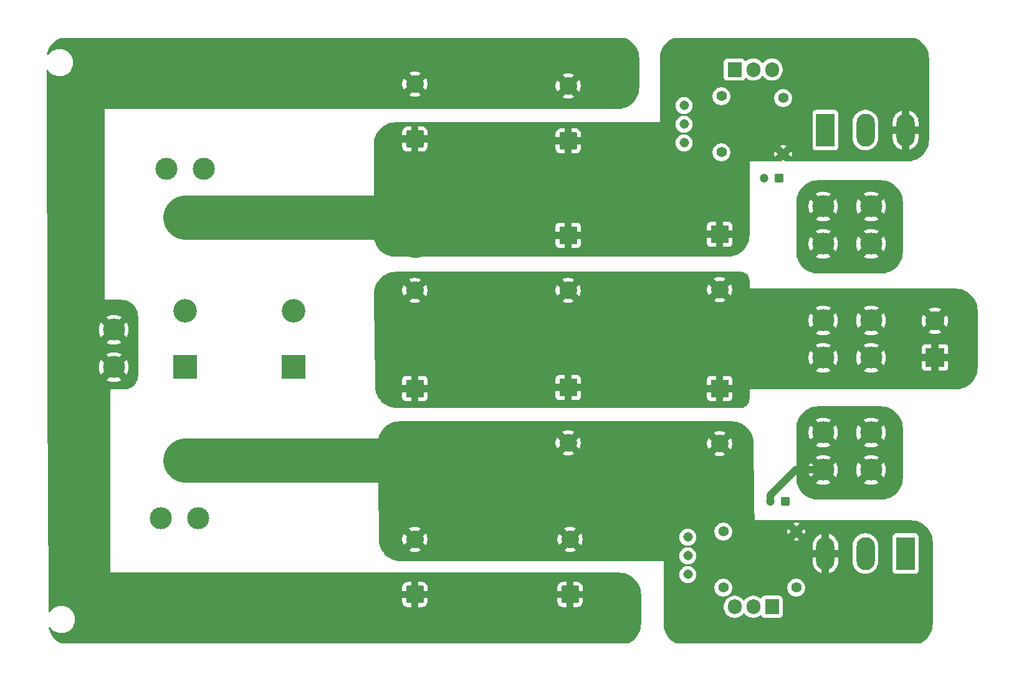
<source format=gbr>
%TF.GenerationSoftware,KiCad,Pcbnew,9.0.6*%
%TF.CreationDate,2025-11-16T15:46:06-05:00*%
%TF.ProjectId,power_supply,706f7765-725f-4737-9570-706c792e6b69,rev?*%
%TF.SameCoordinates,Original*%
%TF.FileFunction,Copper,L2,Bot*%
%TF.FilePolarity,Positive*%
%FSLAX46Y46*%
G04 Gerber Fmt 4.6, Leading zero omitted, Abs format (unit mm)*
G04 Created by KiCad (PCBNEW 9.0.6) date 2025-11-16 15:46:06*
%MOMM*%
%LPD*%
G01*
G04 APERTURE LIST*
G04 Aperture macros list*
%AMRoundRect*
0 Rectangle with rounded corners*
0 $1 Rounding radius*
0 $2 $3 $4 $5 $6 $7 $8 $9 X,Y pos of 4 corners*
0 Add a 4 corners polygon primitive as box body*
4,1,4,$2,$3,$4,$5,$6,$7,$8,$9,$2,$3,0*
0 Add four circle primitives for the rounded corners*
1,1,$1+$1,$2,$3*
1,1,$1+$1,$4,$5*
1,1,$1+$1,$6,$7*
1,1,$1+$1,$8,$9*
0 Add four rect primitives between the rounded corners*
20,1,$1+$1,$2,$3,$4,$5,0*
20,1,$1+$1,$4,$5,$6,$7,0*
20,1,$1+$1,$6,$7,$8,$9,0*
20,1,$1+$1,$8,$9,$2,$3,0*%
G04 Aperture macros list end*
%TA.AperFunction,ComponentPad*%
%ADD10R,2.500000X4.500000*%
%TD*%
%TA.AperFunction,ComponentPad*%
%ADD11O,2.500000X4.500000*%
%TD*%
%TA.AperFunction,ComponentPad*%
%ADD12RoundRect,0.250001X0.949999X-0.949999X0.949999X0.949999X-0.949999X0.949999X-0.949999X-0.949999X0*%
%TD*%
%TA.AperFunction,ComponentPad*%
%ADD13C,2.400000*%
%TD*%
%TA.AperFunction,ComponentPad*%
%ADD14C,1.400000*%
%TD*%
%TA.AperFunction,ComponentPad*%
%ADD15C,3.000000*%
%TD*%
%TA.AperFunction,ComponentPad*%
%ADD16C,1.308000*%
%TD*%
%TA.AperFunction,ComponentPad*%
%ADD17R,2.400000X2.400000*%
%TD*%
%TA.AperFunction,ComponentPad*%
%ADD18R,3.200000X3.200000*%
%TD*%
%TA.AperFunction,ComponentPad*%
%ADD19O,3.200000X3.200000*%
%TD*%
%TA.AperFunction,ComponentPad*%
%ADD20RoundRect,0.250000X0.350000X0.350000X-0.350000X0.350000X-0.350000X-0.350000X0.350000X-0.350000X0*%
%TD*%
%TA.AperFunction,ComponentPad*%
%ADD21C,1.200000*%
%TD*%
%TA.AperFunction,ComponentPad*%
%ADD22R,1.905000X2.000000*%
%TD*%
%TA.AperFunction,ComponentPad*%
%ADD23O,1.905000X2.000000*%
%TD*%
%TA.AperFunction,ComponentPad*%
%ADD24R,2.600000X2.600000*%
%TD*%
%TA.AperFunction,ComponentPad*%
%ADD25C,2.600000*%
%TD*%
%TA.AperFunction,Conductor*%
%ADD26C,1.000000*%
%TD*%
%TA.AperFunction,Conductor*%
%ADD27C,6.000000*%
%TD*%
G04 APERTURE END LIST*
D10*
%TO.P,Q2,1,B*%
%TO.N,Net-(Q2-B)*%
X180964000Y-115522000D03*
D11*
%TO.P,Q2,2,C*%
%TO.N,/V-*%
X175514000Y-115522000D03*
%TO.P,Q2,3,E*%
%TO.N,/UNREG-*%
X170064000Y-115522000D03*
%TD*%
D12*
%TO.P,C13,1*%
%TO.N,/UNREG+*%
X114300000Y-59182000D03*
D13*
%TO.P,C13,2*%
%TO.N,GND*%
X114300000Y-51682000D03*
%TD*%
D14*
%TO.P,R4,1*%
%TO.N,/V-*%
X156210000Y-120142000D03*
%TO.P,R4,2*%
%TO.N,Net-(U2-ADJ)*%
X156210000Y-112522000D03*
%TD*%
D15*
%TO.P,J5,1,1*%
%TO.N,/V-*%
X169772000Y-104140000D03*
%TO.P,J5,2,2*%
X169772000Y-99060000D03*
%TD*%
D14*
%TO.P,R3,1*%
%TO.N,/UNREG-*%
X166116000Y-112522000D03*
%TO.P,R3,2*%
%TO.N,Net-(Q2-B)*%
X166116000Y-120142000D03*
%TD*%
D16*
%TO.P,RV2,1,1*%
%TO.N,GND*%
X151384000Y-113284000D03*
%TO.P,RV2,2,2*%
X151384000Y-115824000D03*
%TO.P,RV2,3,3*%
%TO.N,Net-(U2-ADJ)*%
X151384000Y-118364000D03*
%TD*%
D17*
%TO.P,C2,1*%
%TO.N,GND*%
X114300000Y-93084000D03*
D13*
%TO.P,C2,2*%
%TO.N,/UNREG-*%
X114300000Y-100584000D03*
%TD*%
D14*
%TO.P,R2,1*%
%TO.N,Net-(U1-ADJ)*%
X155956000Y-53340000D03*
%TO.P,R2,2*%
%TO.N,/V+*%
X155956000Y-60960000D03*
%TD*%
D18*
%TO.P,D4,1,K*%
%TO.N,/AC1*%
X97790000Y-90170000D03*
D19*
%TO.P,D4,2,A*%
%TO.N,/UNREG-*%
X97790000Y-102870000D03*
%TD*%
D12*
%TO.P,C12,1*%
%TO.N,GND*%
X135382000Y-121079780D03*
D13*
%TO.P,C12,2*%
%TO.N,/UNREG-*%
X135382000Y-113579780D03*
%TD*%
D20*
%TO.P,C10,1*%
%TO.N,Net-(U2-ADJ)*%
X164592000Y-108458000D03*
D21*
%TO.P,C10,2*%
%TO.N,/V-*%
X162592000Y-108458000D03*
%TD*%
D17*
%TO.P,C5,1*%
%TO.N,/UNREG+*%
X135128000Y-72256000D03*
D13*
%TO.P,C5,2*%
%TO.N,GND*%
X135128000Y-79756000D03*
%TD*%
D15*
%TO.P,J3,1,1*%
%TO.N,GND*%
X176276000Y-88900000D03*
%TO.P,J3,2,2*%
X176276000Y-83820000D03*
%TD*%
D18*
%TO.P,D3,1,K*%
%TO.N,/UNREG+*%
X83058000Y-69850000D03*
D19*
%TO.P,D3,2,A*%
%TO.N,/AC2*%
X83058000Y-82550000D03*
%TD*%
D15*
%TO.P,J1,1,1*%
%TO.N,/AC1*%
X79756000Y-110744000D03*
%TO.P,J1,2,2*%
X84836000Y-110744000D03*
%TD*%
D22*
%TO.P,U2,1,ADJ*%
%TO.N,Net-(U2-ADJ)*%
X162814000Y-122748000D03*
D23*
%TO.P,U2,2,VI*%
%TO.N,Net-(Q2-B)*%
X160274000Y-122748000D03*
%TO.P,U2,3,VO*%
%TO.N,/V-*%
X157734000Y-122748000D03*
%TD*%
D10*
%TO.P,Q1,1,B*%
%TO.N,Net-(Q1-B)*%
X170064000Y-57960000D03*
D11*
%TO.P,Q1,2,C*%
%TO.N,/V+*%
X175514000Y-57960000D03*
%TO.P,Q1,3,E*%
%TO.N,/UNREG+*%
X180964000Y-57960000D03*
%TD*%
D22*
%TO.P,U1,1,ADJ*%
%TO.N,Net-(U1-ADJ)*%
X157734000Y-49718000D03*
D23*
%TO.P,U1,2,VO*%
%TO.N,/V+*%
X160274000Y-49718000D03*
%TO.P,U1,3,VI*%
%TO.N,Net-(Q1-B)*%
X162814000Y-49718000D03*
%TD*%
D14*
%TO.P,R1,1*%
%TO.N,/UNREG+*%
X164338000Y-61214000D03*
%TO.P,R1,2*%
%TO.N,Net-(Q1-B)*%
X164338000Y-53594000D03*
%TD*%
D12*
%TO.P,C11,1*%
%TO.N,/UNREG+*%
X135128000Y-59436000D03*
D13*
%TO.P,C11,2*%
%TO.N,GND*%
X135128000Y-51936000D03*
%TD*%
D17*
%TO.P,C8,1*%
%TO.N,GND*%
X155702000Y-93084000D03*
D13*
%TO.P,C8,2*%
%TO.N,/UNREG-*%
X155702000Y-100584000D03*
%TD*%
D17*
%TO.P,C7,1*%
%TO.N,/UNREG+*%
X155702000Y-72136000D03*
D13*
%TO.P,C7,2*%
%TO.N,GND*%
X155702000Y-79636000D03*
%TD*%
D17*
%TO.P,C1,1*%
%TO.N,/UNREG+*%
X114300000Y-72256000D03*
D13*
%TO.P,C1,2*%
%TO.N,GND*%
X114300000Y-79756000D03*
%TD*%
D24*
%TO.P,J7,1,Pin_1*%
%TO.N,GND*%
X184963000Y-88860000D03*
D25*
%TO.P,J7,2,Pin_2*%
X184963000Y-83860000D03*
%TD*%
D20*
%TO.P,C9,1*%
%TO.N,/V+*%
X163786600Y-64516000D03*
D21*
%TO.P,C9,2*%
%TO.N,Net-(U1-ADJ)*%
X161786600Y-64516000D03*
%TD*%
D15*
%TO.P,J6,1,1*%
%TO.N,/V+*%
X169772000Y-73406000D03*
%TO.P,J6,2,2*%
X169772000Y-68326000D03*
%TD*%
D12*
%TO.P,C14,1*%
%TO.N,GND*%
X114300000Y-121079780D03*
D13*
%TO.P,C14,2*%
%TO.N,/UNREG-*%
X114300000Y-113579780D03*
%TD*%
D15*
%TO.P,J4,1,1*%
%TO.N,/AC2*%
X80518000Y-63246000D03*
%TO.P,J4,2,2*%
X85598000Y-63246000D03*
%TD*%
D17*
%TO.P,C6,1*%
%TO.N,GND*%
X135128000Y-92964000D03*
D13*
%TO.P,C6,2*%
%TO.N,/UNREG-*%
X135128000Y-100464000D03*
%TD*%
D15*
%TO.P,J6,1,1*%
%TO.N,/V+*%
X176276000Y-73406000D03*
%TO.P,J6,2,2*%
X176276000Y-68326000D03*
%TD*%
D18*
%TO.P,D1,1,K*%
%TO.N,/UNREG+*%
X97790000Y-69850000D03*
D19*
%TO.P,D1,2,A*%
%TO.N,/AC1*%
X97790000Y-82550000D03*
%TD*%
D15*
%TO.P,J5,1,1*%
%TO.N,/V-*%
X176276000Y-104140000D03*
%TO.P,J5,2,2*%
X176276000Y-99060000D03*
%TD*%
%TO.P,J2,1,1*%
%TO.N,GND*%
X73406000Y-90170000D03*
%TO.P,J2,2,2*%
X73406000Y-85090000D03*
%TD*%
D18*
%TO.P,D2,1,K*%
%TO.N,/AC2*%
X83058000Y-90170000D03*
D19*
%TO.P,D2,2,A*%
%TO.N,/UNREG-*%
X83058000Y-102870000D03*
%TD*%
D15*
%TO.P,J3,1,1*%
%TO.N,GND*%
X169772000Y-88900000D03*
%TO.P,J3,2,2*%
X169772000Y-83820000D03*
%TD*%
D16*
%TO.P,RV1,1,1*%
%TO.N,Net-(U1-ADJ)*%
X150876000Y-54610000D03*
%TO.P,RV1,2,2*%
%TO.N,GND*%
X150876000Y-57150000D03*
%TO.P,RV1,3,3*%
X150876000Y-59690000D03*
%TD*%
D26*
%TO.N,/V-*%
X162592000Y-107609472D02*
X166061472Y-104140000D01*
X166061472Y-104140000D02*
X169772000Y-104140000D01*
X162592000Y-108458000D02*
X162592000Y-107609472D01*
D27*
%TO.N,/UNREG+*%
X111894000Y-69850000D02*
X114300000Y-72256000D01*
X83058000Y-69850000D02*
X111894000Y-69850000D01*
%TO.N,/UNREG-*%
X83058000Y-102870000D02*
X112014000Y-102870000D01*
X112014000Y-102870000D02*
X114300000Y-100584000D01*
%TD*%
%TA.AperFunction,Conductor*%
%TO.N,/UNREG-*%
G36*
X157317434Y-97536221D02*
G01*
X157664885Y-97557059D01*
X157679593Y-97558831D01*
X158018395Y-97620380D01*
X158032792Y-97623897D01*
X158296186Y-97705233D01*
X158361814Y-97725499D01*
X158375702Y-97730717D01*
X158690220Y-97870915D01*
X158703364Y-97877746D01*
X158998871Y-98054528D01*
X159011117Y-98062889D01*
X159184472Y-98197133D01*
X159283365Y-98273715D01*
X159294538Y-98283491D01*
X159539631Y-98525338D01*
X159549556Y-98536380D01*
X159763988Y-98805787D01*
X159772520Y-98817933D01*
X159934509Y-99080694D01*
X159953222Y-99111048D01*
X159960241Y-99124130D01*
X160020205Y-99253970D01*
X160104605Y-99436720D01*
X160110012Y-99450547D01*
X160215983Y-99778158D01*
X160219699Y-99792532D01*
X160285757Y-100130467D01*
X160287728Y-100145183D01*
X160313194Y-100492298D01*
X160313515Y-100499718D01*
X160411128Y-107820677D01*
X160414026Y-108037996D01*
X160414026Y-108038006D01*
X160528000Y-116586000D01*
X152254709Y-116586000D01*
X152264603Y-116576106D01*
X152371417Y-116429090D01*
X152453917Y-116267174D01*
X152510072Y-116094346D01*
X152538500Y-115914861D01*
X152538500Y-115733139D01*
X152510072Y-115553654D01*
X152510071Y-115553650D01*
X152510071Y-115553649D01*
X152453918Y-115380828D01*
X152453916Y-115380825D01*
X152402432Y-115279780D01*
X152371417Y-115218910D01*
X152264603Y-115071894D01*
X152136106Y-114943397D01*
X151989090Y-114836583D01*
X151827174Y-114754083D01*
X151827171Y-114754081D01*
X151654349Y-114697928D01*
X151558008Y-114682669D01*
X151518884Y-114676472D01*
X151455750Y-114646544D01*
X151418819Y-114587232D01*
X151419817Y-114517370D01*
X151458427Y-114459137D01*
X151518884Y-114431527D01*
X151654346Y-114410072D01*
X151654349Y-114410071D01*
X151654350Y-114410071D01*
X151827171Y-114353918D01*
X151827171Y-114353917D01*
X151827174Y-114353917D01*
X151989090Y-114271417D01*
X152136106Y-114164603D01*
X152264603Y-114036106D01*
X152371417Y-113889090D01*
X152453917Y-113727174D01*
X152465604Y-113691204D01*
X152510071Y-113554350D01*
X152510071Y-113554349D01*
X152510072Y-113554346D01*
X152538500Y-113374861D01*
X152538500Y-113193139D01*
X152510072Y-113013654D01*
X152510071Y-113013650D01*
X152510071Y-113013649D01*
X152453918Y-112840828D01*
X152453916Y-112840825D01*
X152446505Y-112826279D01*
X152371417Y-112678910D01*
X152264603Y-112531894D01*
X152160222Y-112427513D01*
X155009500Y-112427513D01*
X155009500Y-112616486D01*
X155039059Y-112803118D01*
X155097454Y-112982836D01*
X155122587Y-113032161D01*
X155183240Y-113151199D01*
X155294310Y-113304073D01*
X155427927Y-113437690D01*
X155580801Y-113548760D01*
X155660347Y-113589290D01*
X155749163Y-113634545D01*
X155749165Y-113634545D01*
X155749168Y-113634547D01*
X155845497Y-113665846D01*
X155928881Y-113692940D01*
X156115514Y-113722500D01*
X156115519Y-113722500D01*
X156304486Y-113722500D01*
X156491118Y-113692940D01*
X156496461Y-113691204D01*
X156670832Y-113634547D01*
X156839199Y-113548760D01*
X156992073Y-113437690D01*
X157125690Y-113304073D01*
X157236760Y-113151199D01*
X157322547Y-112982832D01*
X157380940Y-112803118D01*
X157384034Y-112783581D01*
X157410500Y-112616486D01*
X157410500Y-112427513D01*
X157380940Y-112240881D01*
X157353846Y-112157497D01*
X157322547Y-112061168D01*
X157322545Y-112061165D01*
X157322545Y-112061163D01*
X157274333Y-111966543D01*
X157236760Y-111892801D01*
X157125690Y-111739927D01*
X156992073Y-111606310D01*
X156839199Y-111495240D01*
X156670836Y-111409454D01*
X156491118Y-111351059D01*
X156304486Y-111321500D01*
X156304481Y-111321500D01*
X156115519Y-111321500D01*
X156115514Y-111321500D01*
X155928881Y-111351059D01*
X155749163Y-111409454D01*
X155580800Y-111495240D01*
X155493579Y-111558610D01*
X155427927Y-111606310D01*
X155427925Y-111606312D01*
X155427924Y-111606312D01*
X155294312Y-111739924D01*
X155294312Y-111739925D01*
X155294310Y-111739927D01*
X155246610Y-111805579D01*
X155183240Y-111892800D01*
X155097454Y-112061163D01*
X155039059Y-112240881D01*
X155009500Y-112427513D01*
X152160222Y-112427513D01*
X152136106Y-112403397D01*
X151989090Y-112296583D01*
X151827174Y-112214083D01*
X151827171Y-112214081D01*
X151654348Y-112157928D01*
X151534689Y-112138976D01*
X151474861Y-112129500D01*
X151293139Y-112129500D01*
X151233310Y-112138976D01*
X151113652Y-112157928D01*
X151113649Y-112157928D01*
X150940828Y-112214081D01*
X150940825Y-112214083D01*
X150778909Y-112296583D01*
X150695030Y-112357525D01*
X150631894Y-112403397D01*
X150631892Y-112403399D01*
X150631891Y-112403399D01*
X150503399Y-112531891D01*
X150503399Y-112531892D01*
X150503397Y-112531894D01*
X150457525Y-112595030D01*
X150396583Y-112678909D01*
X150314083Y-112840825D01*
X150314081Y-112840828D01*
X150257928Y-113013649D01*
X150257928Y-113013652D01*
X150229500Y-113193139D01*
X150229500Y-113374860D01*
X150257928Y-113554347D01*
X150257928Y-113554350D01*
X150314081Y-113727171D01*
X150314083Y-113727174D01*
X150396583Y-113889090D01*
X150503397Y-114036106D01*
X150631894Y-114164603D01*
X150778910Y-114271417D01*
X150940826Y-114353917D01*
X150940828Y-114353918D01*
X151102029Y-114406294D01*
X151113654Y-114410072D01*
X151249114Y-114431527D01*
X151312249Y-114461456D01*
X151349180Y-114520768D01*
X151348182Y-114590630D01*
X151309572Y-114648863D01*
X151249114Y-114676473D01*
X151113652Y-114697928D01*
X151113649Y-114697928D01*
X150940828Y-114754081D01*
X150940825Y-114754083D01*
X150778909Y-114836583D01*
X150695030Y-114897525D01*
X150631894Y-114943397D01*
X150631892Y-114943399D01*
X150631891Y-114943399D01*
X150503399Y-115071891D01*
X150503399Y-115071892D01*
X150503397Y-115071894D01*
X150477360Y-115107731D01*
X150396583Y-115218909D01*
X150314083Y-115380825D01*
X150314081Y-115380828D01*
X150257928Y-115553649D01*
X150257928Y-115553652D01*
X150229500Y-115733139D01*
X150229500Y-115914860D01*
X150257928Y-116094347D01*
X150257928Y-116094350D01*
X150314081Y-116267171D01*
X150314083Y-116267174D01*
X150396583Y-116429090D01*
X150503397Y-116576106D01*
X150503399Y-116576108D01*
X150513291Y-116586000D01*
X112437988Y-116586000D01*
X112430565Y-116585778D01*
X112083129Y-116564940D01*
X112068391Y-116563166D01*
X111729616Y-116501621D01*
X111715194Y-116498099D01*
X111386185Y-116396500D01*
X111372287Y-116391278D01*
X111057786Y-116251087D01*
X111044627Y-116244249D01*
X110749132Y-116067473D01*
X110736879Y-116059107D01*
X110550606Y-115914860D01*
X110464634Y-115848284D01*
X110453461Y-115838508D01*
X110208363Y-115596656D01*
X110198439Y-115585614D01*
X109984013Y-115316215D01*
X109975478Y-115304065D01*
X109851965Y-115103715D01*
X109839246Y-115083084D01*
X113503800Y-115083084D01*
X113503800Y-115083085D01*
X113546487Y-115107730D01*
X113546488Y-115107731D01*
X113752381Y-115193016D01*
X113967632Y-115250691D01*
X113967645Y-115250694D01*
X114188575Y-115279780D01*
X114411425Y-115279780D01*
X114632354Y-115250694D01*
X114632367Y-115250691D01*
X114847618Y-115193016D01*
X115053500Y-115107736D01*
X115053516Y-115107728D01*
X115096198Y-115083085D01*
X115096198Y-115083084D01*
X134585800Y-115083084D01*
X134585800Y-115083085D01*
X134628487Y-115107730D01*
X134628488Y-115107731D01*
X134834381Y-115193016D01*
X135049632Y-115250691D01*
X135049645Y-115250694D01*
X135270575Y-115279780D01*
X135493425Y-115279780D01*
X135714354Y-115250694D01*
X135714367Y-115250691D01*
X135929618Y-115193016D01*
X136135500Y-115107736D01*
X136135516Y-115107728D01*
X136178198Y-115083085D01*
X136178198Y-115083084D01*
X135382001Y-114286886D01*
X135382000Y-114286886D01*
X134585800Y-115083084D01*
X115096198Y-115083084D01*
X114300001Y-114286886D01*
X114300000Y-114286886D01*
X113503800Y-115083084D01*
X109839246Y-115083084D01*
X109794779Y-115010954D01*
X109787759Y-114997872D01*
X109675170Y-114754083D01*
X109643389Y-114685268D01*
X109637991Y-114671463D01*
X109532015Y-114343838D01*
X109528300Y-114329467D01*
X109462240Y-113991519D01*
X109460272Y-113976829D01*
X109434803Y-113629682D01*
X109434483Y-113622275D01*
X109433916Y-113579780D01*
X109432430Y-113468355D01*
X112600000Y-113468355D01*
X112600000Y-113691204D01*
X112629085Y-113912134D01*
X112629088Y-113912147D01*
X112686763Y-114127398D01*
X112772041Y-114333277D01*
X112772044Y-114333282D01*
X112796694Y-114375977D01*
X113592893Y-113579780D01*
X113513902Y-113500789D01*
X113700000Y-113500789D01*
X113700000Y-113658771D01*
X113740889Y-113811371D01*
X113819881Y-113948188D01*
X113931592Y-114059899D01*
X114068409Y-114138891D01*
X114221009Y-114179780D01*
X114378991Y-114179780D01*
X114531591Y-114138891D01*
X114668408Y-114059899D01*
X114780119Y-113948188D01*
X114859111Y-113811371D01*
X114900000Y-113658771D01*
X114900000Y-113579779D01*
X115007106Y-113579779D01*
X115007106Y-113579780D01*
X115803304Y-114375978D01*
X115803305Y-114375978D01*
X115827948Y-114333296D01*
X115827956Y-114333280D01*
X115913236Y-114127398D01*
X115970911Y-113912147D01*
X115970914Y-113912134D01*
X116000000Y-113691204D01*
X116000000Y-113468355D01*
X133682000Y-113468355D01*
X133682000Y-113691204D01*
X133711085Y-113912134D01*
X133711088Y-113912147D01*
X133768763Y-114127398D01*
X133854041Y-114333277D01*
X133854044Y-114333282D01*
X133878694Y-114375977D01*
X134674893Y-113579780D01*
X134595902Y-113500789D01*
X134782000Y-113500789D01*
X134782000Y-113658771D01*
X134822889Y-113811371D01*
X134901881Y-113948188D01*
X135013592Y-114059899D01*
X135150409Y-114138891D01*
X135303009Y-114179780D01*
X135460991Y-114179780D01*
X135613591Y-114138891D01*
X135750408Y-114059899D01*
X135862119Y-113948188D01*
X135941111Y-113811371D01*
X135982000Y-113658771D01*
X135982000Y-113579779D01*
X136089106Y-113579779D01*
X136089106Y-113579780D01*
X136885304Y-114375978D01*
X136885305Y-114375978D01*
X136909948Y-114333296D01*
X136909956Y-114333280D01*
X136995236Y-114127398D01*
X137052911Y-113912147D01*
X137052914Y-113912134D01*
X137082000Y-113691204D01*
X137082000Y-113468355D01*
X137052914Y-113247425D01*
X137052911Y-113247412D01*
X136995236Y-113032161D01*
X136909951Y-112826268D01*
X136909950Y-112826267D01*
X136885304Y-112783580D01*
X136089106Y-113579779D01*
X135982000Y-113579779D01*
X135982000Y-113500789D01*
X135941111Y-113348189D01*
X135862119Y-113211372D01*
X135750408Y-113099661D01*
X135613591Y-113020669D01*
X135460991Y-112979780D01*
X135303009Y-112979780D01*
X135150409Y-113020669D01*
X135013592Y-113099661D01*
X134901881Y-113211372D01*
X134822889Y-113348189D01*
X134782000Y-113500789D01*
X134595902Y-113500789D01*
X133878694Y-112783581D01*
X133854043Y-112826279D01*
X133854040Y-112826285D01*
X133768763Y-113032161D01*
X133711088Y-113247412D01*
X133711085Y-113247425D01*
X133682000Y-113468355D01*
X116000000Y-113468355D01*
X115970914Y-113247425D01*
X115970911Y-113247412D01*
X115913236Y-113032161D01*
X115827951Y-112826268D01*
X115827950Y-112826267D01*
X115803304Y-112783580D01*
X115007106Y-113579779D01*
X114900000Y-113579779D01*
X114900000Y-113500789D01*
X114859111Y-113348189D01*
X114780119Y-113211372D01*
X114668408Y-113099661D01*
X114531591Y-113020669D01*
X114378991Y-112979780D01*
X114221009Y-112979780D01*
X114068409Y-113020669D01*
X113931592Y-113099661D01*
X113819881Y-113211372D01*
X113740889Y-113348189D01*
X113700000Y-113500789D01*
X113513902Y-113500789D01*
X112796694Y-112783581D01*
X112772043Y-112826279D01*
X112772040Y-112826285D01*
X112686763Y-113032161D01*
X112629088Y-113247412D01*
X112629085Y-113247425D01*
X112600000Y-113468355D01*
X109432430Y-113468355D01*
X109414554Y-112127531D01*
X109413873Y-112076474D01*
X113503801Y-112076474D01*
X114300000Y-112872673D01*
X114300001Y-112872673D01*
X115096198Y-112076474D01*
X134585801Y-112076474D01*
X135382000Y-112872673D01*
X135382001Y-112872673D01*
X136178198Y-112076474D01*
X136135502Y-112051824D01*
X136135497Y-112051821D01*
X135929618Y-111966543D01*
X135714367Y-111908868D01*
X135714354Y-111908865D01*
X135493425Y-111879780D01*
X135270575Y-111879780D01*
X135049645Y-111908865D01*
X135049632Y-111908868D01*
X134834381Y-111966543D01*
X134628505Y-112051820D01*
X134628499Y-112051823D01*
X134585801Y-112076474D01*
X115096198Y-112076474D01*
X115053502Y-112051824D01*
X115053497Y-112051821D01*
X114847618Y-111966543D01*
X114632367Y-111908868D01*
X114632354Y-111908865D01*
X114411425Y-111879780D01*
X114188575Y-111879780D01*
X113967645Y-111908865D01*
X113967632Y-111908868D01*
X113752381Y-111966543D01*
X113546505Y-112051820D01*
X113546499Y-112051823D01*
X113503801Y-112076474D01*
X109413873Y-112076474D01*
X109412407Y-111966543D01*
X109290985Y-102859911D01*
X109280684Y-102087304D01*
X113503800Y-102087304D01*
X113503800Y-102087305D01*
X113546487Y-102111950D01*
X113546488Y-102111951D01*
X113752381Y-102197236D01*
X113967632Y-102254911D01*
X113967645Y-102254914D01*
X114188575Y-102284000D01*
X114411425Y-102284000D01*
X114632354Y-102254914D01*
X114632367Y-102254911D01*
X114847618Y-102197236D01*
X115053500Y-102111956D01*
X115053516Y-102111948D01*
X115096198Y-102087305D01*
X115096198Y-102087304D01*
X115019438Y-102010544D01*
X114976198Y-101967304D01*
X134331800Y-101967304D01*
X134331800Y-101967305D01*
X134374487Y-101991950D01*
X134374488Y-101991951D01*
X134580381Y-102077236D01*
X134795632Y-102134911D01*
X134795645Y-102134914D01*
X135016575Y-102164000D01*
X135239425Y-102164000D01*
X135460354Y-102134914D01*
X135460367Y-102134911D01*
X135638043Y-102087304D01*
X154905800Y-102087304D01*
X154905800Y-102087305D01*
X154948487Y-102111950D01*
X154948488Y-102111951D01*
X155154381Y-102197236D01*
X155369632Y-102254911D01*
X155369645Y-102254914D01*
X155590575Y-102284000D01*
X155813425Y-102284000D01*
X156034354Y-102254914D01*
X156034367Y-102254911D01*
X156249618Y-102197236D01*
X156455500Y-102111956D01*
X156455516Y-102111948D01*
X156498198Y-102087305D01*
X156498198Y-102087304D01*
X155702001Y-101291106D01*
X155702000Y-101291106D01*
X154905800Y-102087304D01*
X135638043Y-102087304D01*
X135675618Y-102077236D01*
X135881500Y-101991956D01*
X135881516Y-101991948D01*
X135924198Y-101967305D01*
X135924198Y-101967304D01*
X135128001Y-101171106D01*
X135128000Y-101171106D01*
X134331800Y-101967304D01*
X114976198Y-101967304D01*
X114300001Y-101291106D01*
X114300000Y-101291106D01*
X113503800Y-102087304D01*
X109280684Y-102087304D01*
X109260579Y-100579470D01*
X109260683Y-100572511D01*
X109265007Y-100472575D01*
X112600000Y-100472575D01*
X112600000Y-100695424D01*
X112629085Y-100916354D01*
X112629088Y-100916367D01*
X112686763Y-101131618D01*
X112772041Y-101337497D01*
X112772044Y-101337502D01*
X112796694Y-101380197D01*
X113592893Y-100584000D01*
X113513902Y-100505009D01*
X113700000Y-100505009D01*
X113700000Y-100662991D01*
X113740889Y-100815591D01*
X113819881Y-100952408D01*
X113931592Y-101064119D01*
X114068409Y-101143111D01*
X114221009Y-101184000D01*
X114378991Y-101184000D01*
X114531591Y-101143111D01*
X114668408Y-101064119D01*
X114780119Y-100952408D01*
X114859111Y-100815591D01*
X114900000Y-100662991D01*
X114900000Y-100583999D01*
X115007106Y-100583999D01*
X115007106Y-100584000D01*
X115803304Y-101380198D01*
X115803305Y-101380198D01*
X115827948Y-101337516D01*
X115827956Y-101337500D01*
X115913236Y-101131618D01*
X115970911Y-100916367D01*
X115970914Y-100916354D01*
X116000000Y-100695424D01*
X116000000Y-100472575D01*
X115985798Y-100364702D01*
X115984201Y-100352575D01*
X133428000Y-100352575D01*
X133428000Y-100575424D01*
X133457085Y-100796354D01*
X133457088Y-100796367D01*
X133514763Y-101011618D01*
X133600041Y-101217497D01*
X133600044Y-101217502D01*
X133624694Y-101260197D01*
X134420893Y-100464000D01*
X134341902Y-100385009D01*
X134528000Y-100385009D01*
X134528000Y-100542991D01*
X134568889Y-100695591D01*
X134647881Y-100832408D01*
X134759592Y-100944119D01*
X134896409Y-101023111D01*
X135049009Y-101064000D01*
X135206991Y-101064000D01*
X135359591Y-101023111D01*
X135496408Y-100944119D01*
X135608119Y-100832408D01*
X135687111Y-100695591D01*
X135728000Y-100542991D01*
X135728000Y-100463999D01*
X135835106Y-100463999D01*
X135835106Y-100464000D01*
X136631304Y-101260198D01*
X136631305Y-101260198D01*
X136655948Y-101217516D01*
X136655956Y-101217500D01*
X136741236Y-101011618D01*
X136798911Y-100796367D01*
X136798914Y-100796354D01*
X136828000Y-100575424D01*
X136828000Y-100472575D01*
X154002000Y-100472575D01*
X154002000Y-100695424D01*
X154031085Y-100916354D01*
X154031088Y-100916367D01*
X154088763Y-101131618D01*
X154174041Y-101337497D01*
X154174044Y-101337502D01*
X154198694Y-101380197D01*
X154994893Y-100584000D01*
X154915902Y-100505009D01*
X155102000Y-100505009D01*
X155102000Y-100662991D01*
X155142889Y-100815591D01*
X155221881Y-100952408D01*
X155333592Y-101064119D01*
X155470409Y-101143111D01*
X155623009Y-101184000D01*
X155780991Y-101184000D01*
X155933591Y-101143111D01*
X156070408Y-101064119D01*
X156182119Y-100952408D01*
X156261111Y-100815591D01*
X156302000Y-100662991D01*
X156302000Y-100583999D01*
X156409106Y-100583999D01*
X156409106Y-100584000D01*
X157205304Y-101380198D01*
X157205305Y-101380198D01*
X157229948Y-101337516D01*
X157229956Y-101337500D01*
X157315236Y-101131618D01*
X157372911Y-100916367D01*
X157372914Y-100916354D01*
X157402000Y-100695424D01*
X157402000Y-100472575D01*
X157372914Y-100251645D01*
X157372911Y-100251632D01*
X157315236Y-100036381D01*
X157229951Y-99830488D01*
X157229950Y-99830487D01*
X157205304Y-99787800D01*
X156409106Y-100583999D01*
X156302000Y-100583999D01*
X156302000Y-100505009D01*
X156261111Y-100352409D01*
X156182119Y-100215592D01*
X156070408Y-100103881D01*
X155933591Y-100024889D01*
X155780991Y-99984000D01*
X155623009Y-99984000D01*
X155470409Y-100024889D01*
X155333592Y-100103881D01*
X155221881Y-100215592D01*
X155142889Y-100352409D01*
X155102000Y-100505009D01*
X154915902Y-100505009D01*
X154198694Y-99787801D01*
X154174043Y-99830499D01*
X154174040Y-99830505D01*
X154088763Y-100036381D01*
X154031088Y-100251632D01*
X154031085Y-100251645D01*
X154002000Y-100472575D01*
X136828000Y-100472575D01*
X136828000Y-100352575D01*
X136798914Y-100131645D01*
X136798911Y-100131632D01*
X136741236Y-99916381D01*
X136655951Y-99710488D01*
X136655950Y-99710487D01*
X136631304Y-99667800D01*
X135835106Y-100463999D01*
X135728000Y-100463999D01*
X135728000Y-100385009D01*
X135687111Y-100232409D01*
X135608119Y-100095592D01*
X135496408Y-99983881D01*
X135359591Y-99904889D01*
X135206991Y-99864000D01*
X135049009Y-99864000D01*
X134896409Y-99904889D01*
X134759592Y-99983881D01*
X134647881Y-100095592D01*
X134568889Y-100232409D01*
X134528000Y-100385009D01*
X134341902Y-100385009D01*
X133624694Y-99667801D01*
X133600043Y-99710499D01*
X133600040Y-99710505D01*
X133514763Y-99916381D01*
X133457088Y-100131632D01*
X133457085Y-100131645D01*
X133428000Y-100352575D01*
X115984201Y-100352575D01*
X115970914Y-100251645D01*
X115970911Y-100251632D01*
X115913236Y-100036381D01*
X115827951Y-99830488D01*
X115827950Y-99830487D01*
X115803304Y-99787800D01*
X115007106Y-100583999D01*
X114900000Y-100583999D01*
X114900000Y-100505009D01*
X114859111Y-100352409D01*
X114780119Y-100215592D01*
X114668408Y-100103881D01*
X114531591Y-100024889D01*
X114378991Y-99984000D01*
X114221009Y-99984000D01*
X114068409Y-100024889D01*
X113931592Y-100103881D01*
X113819881Y-100215592D01*
X113740889Y-100352409D01*
X113700000Y-100505009D01*
X113513902Y-100505009D01*
X112796694Y-99787801D01*
X112772043Y-99830499D01*
X112772040Y-99830505D01*
X112686763Y-100036381D01*
X112629088Y-100251632D01*
X112629085Y-100251645D01*
X112600000Y-100472575D01*
X109265007Y-100472575D01*
X109274896Y-100244052D01*
X109276293Y-100230104D01*
X109291819Y-100131645D01*
X109326952Y-99908829D01*
X109329917Y-99895127D01*
X109334955Y-99876893D01*
X109416523Y-99581645D01*
X109421009Y-99568378D01*
X109542469Y-99266649D01*
X109548422Y-99253982D01*
X109642159Y-99080694D01*
X113503801Y-99080694D01*
X114300000Y-99876893D01*
X114300001Y-99876893D01*
X115096197Y-99080694D01*
X115053502Y-99056044D01*
X115053497Y-99056041D01*
X114847618Y-98970763D01*
X114810039Y-98960694D01*
X134331801Y-98960694D01*
X135128000Y-99756893D01*
X135128001Y-99756893D01*
X135804198Y-99080694D01*
X154905801Y-99080694D01*
X155702000Y-99876893D01*
X155702001Y-99876893D01*
X156498198Y-99080694D01*
X156455502Y-99056044D01*
X156455497Y-99056041D01*
X156249618Y-98970763D01*
X156034367Y-98913088D01*
X156034354Y-98913085D01*
X155813425Y-98884000D01*
X155590575Y-98884000D01*
X155369645Y-98913085D01*
X155369632Y-98913088D01*
X155154381Y-98970763D01*
X154948505Y-99056040D01*
X154948499Y-99056043D01*
X154905801Y-99080694D01*
X135804198Y-99080694D01*
X135847438Y-99037454D01*
X135924198Y-98960694D01*
X135881502Y-98936044D01*
X135881497Y-98936041D01*
X135675618Y-98850763D01*
X135460367Y-98793088D01*
X135460354Y-98793085D01*
X135239425Y-98764000D01*
X135016575Y-98764000D01*
X134795645Y-98793085D01*
X134795632Y-98793088D01*
X134580381Y-98850763D01*
X134374505Y-98936040D01*
X134374499Y-98936043D01*
X134331801Y-98960694D01*
X114810039Y-98960694D01*
X114632367Y-98913088D01*
X114632354Y-98913085D01*
X114411425Y-98884000D01*
X114188575Y-98884000D01*
X113967645Y-98913085D01*
X113967632Y-98913088D01*
X113752381Y-98970763D01*
X113546505Y-99056040D01*
X113546499Y-99056043D01*
X113503801Y-99080694D01*
X109642159Y-99080694D01*
X109703170Y-98967904D01*
X109710527Y-98955971D01*
X109724425Y-98936044D01*
X109896581Y-98689201D01*
X109905219Y-98678198D01*
X110120216Y-98434130D01*
X110130051Y-98424164D01*
X110371224Y-98205939D01*
X110382127Y-98197141D01*
X110646393Y-98007544D01*
X110658206Y-98000042D01*
X110942217Y-97841482D01*
X110954799Y-97835365D01*
X111254867Y-97709900D01*
X111268075Y-97705235D01*
X111580413Y-97614446D01*
X111594042Y-97611309D01*
X111914611Y-97556371D01*
X111928534Y-97554788D01*
X112256771Y-97536197D01*
X112263783Y-97536000D01*
X157310012Y-97536000D01*
X157317434Y-97536221D01*
G37*
%TD.AperFunction*%
%TD*%
%TA.AperFunction,Conductor*%
%TO.N,GND*%
G36*
X158629061Y-77216596D02*
G01*
X158833835Y-77236765D01*
X158857670Y-77241505D01*
X159048732Y-77299464D01*
X159071171Y-77308759D01*
X159247247Y-77402873D01*
X159267457Y-77416377D01*
X159421782Y-77543029D01*
X159438970Y-77560217D01*
X159565622Y-77714542D01*
X159579127Y-77734754D01*
X159673237Y-77910822D01*
X159682537Y-77933273D01*
X159728589Y-78085085D01*
X159740492Y-78124323D01*
X159745234Y-78148164D01*
X159765403Y-78352938D01*
X159766000Y-78365092D01*
X159766000Y-79502000D01*
X157734000Y-79502000D01*
X157734000Y-93218000D01*
X159766000Y-93218000D01*
X159766000Y-94482588D01*
X159765528Y-94493396D01*
X159747651Y-94697725D01*
X159743898Y-94719011D01*
X159692217Y-94911887D01*
X159684824Y-94932198D01*
X159600437Y-95113165D01*
X159589630Y-95131883D01*
X159475095Y-95295456D01*
X159461201Y-95312014D01*
X159320014Y-95453201D01*
X159303456Y-95467095D01*
X159139883Y-95581630D01*
X159121165Y-95592437D01*
X158940198Y-95676824D01*
X158919887Y-95684217D01*
X158727011Y-95735898D01*
X158705725Y-95739651D01*
X158528008Y-95755199D01*
X158501394Y-95757528D01*
X158490588Y-95758000D01*
X111928906Y-95758000D01*
X111921484Y-95757778D01*
X111574132Y-95736950D01*
X111559395Y-95735176D01*
X111220694Y-95673660D01*
X111206275Y-95670138D01*
X110877344Y-95568589D01*
X110863448Y-95563369D01*
X110549018Y-95423247D01*
X110535846Y-95416405D01*
X110240399Y-95239710D01*
X110228139Y-95231342D01*
X110088188Y-95123000D01*
X109955938Y-95020619D01*
X109944765Y-95010847D01*
X109699675Y-94769092D01*
X109689751Y-94758054D01*
X109641712Y-94697725D01*
X109475315Y-94488758D01*
X109466790Y-94476627D01*
X109377485Y-94331844D01*
X112600000Y-94331844D01*
X112606401Y-94391372D01*
X112606403Y-94391379D01*
X112656645Y-94526086D01*
X112656649Y-94526093D01*
X112742809Y-94641187D01*
X112742812Y-94641190D01*
X112857906Y-94727350D01*
X112857913Y-94727354D01*
X112992620Y-94777596D01*
X112992627Y-94777598D01*
X113052155Y-94783999D01*
X113052172Y-94784000D01*
X113800000Y-94784000D01*
X114800000Y-94784000D01*
X115547828Y-94784000D01*
X115547844Y-94783999D01*
X115607372Y-94777598D01*
X115607379Y-94777596D01*
X115742086Y-94727354D01*
X115742093Y-94727350D01*
X115857187Y-94641190D01*
X115857190Y-94641187D01*
X115943350Y-94526093D01*
X115943354Y-94526086D01*
X115993596Y-94391379D01*
X115993598Y-94391372D01*
X115999999Y-94331844D01*
X116000000Y-94331827D01*
X116000000Y-94211844D01*
X133428000Y-94211844D01*
X133434401Y-94271372D01*
X133434403Y-94271379D01*
X133484645Y-94406086D01*
X133484649Y-94406093D01*
X133570809Y-94521187D01*
X133570812Y-94521190D01*
X133685906Y-94607350D01*
X133685913Y-94607354D01*
X133820620Y-94657596D01*
X133820627Y-94657598D01*
X133880155Y-94663999D01*
X133880172Y-94664000D01*
X134628000Y-94664000D01*
X135628000Y-94664000D01*
X136375828Y-94664000D01*
X136375844Y-94663999D01*
X136435372Y-94657598D01*
X136435379Y-94657596D01*
X136570086Y-94607354D01*
X136570093Y-94607350D01*
X136685187Y-94521190D01*
X136685190Y-94521187D01*
X136771350Y-94406093D01*
X136771354Y-94406086D01*
X136799044Y-94331844D01*
X154002000Y-94331844D01*
X154008401Y-94391372D01*
X154008403Y-94391379D01*
X154058645Y-94526086D01*
X154058649Y-94526093D01*
X154144809Y-94641187D01*
X154144812Y-94641190D01*
X154259906Y-94727350D01*
X154259913Y-94727354D01*
X154394620Y-94777596D01*
X154394627Y-94777598D01*
X154454155Y-94783999D01*
X154454172Y-94784000D01*
X155202000Y-94784000D01*
X156202000Y-94784000D01*
X156949828Y-94784000D01*
X156949844Y-94783999D01*
X157009372Y-94777598D01*
X157009379Y-94777596D01*
X157144086Y-94727354D01*
X157144093Y-94727350D01*
X157259187Y-94641190D01*
X157259190Y-94641187D01*
X157345350Y-94526093D01*
X157345354Y-94526086D01*
X157395596Y-94391379D01*
X157395598Y-94391372D01*
X157401999Y-94331844D01*
X157402000Y-94331827D01*
X157402000Y-93584000D01*
X156202000Y-93584000D01*
X156202000Y-94784000D01*
X155202000Y-94784000D01*
X155202000Y-93584000D01*
X154002000Y-93584000D01*
X154002000Y-94331844D01*
X136799044Y-94331844D01*
X136821596Y-94271379D01*
X136821598Y-94271372D01*
X136827999Y-94211844D01*
X136828000Y-94211827D01*
X136828000Y-93464000D01*
X135628000Y-93464000D01*
X135628000Y-94664000D01*
X134628000Y-94664000D01*
X134628000Y-93464000D01*
X133428000Y-93464000D01*
X133428000Y-94211844D01*
X116000000Y-94211844D01*
X116000000Y-93584000D01*
X114800000Y-93584000D01*
X114800000Y-94784000D01*
X113800000Y-94784000D01*
X113800000Y-93584000D01*
X112600000Y-93584000D01*
X112600000Y-94331844D01*
X109377485Y-94331844D01*
X109286056Y-94183617D01*
X109279040Y-94170551D01*
X109134620Y-93858061D01*
X109129211Y-93844238D01*
X109040686Y-93570836D01*
X109023167Y-93516731D01*
X109019448Y-93502361D01*
X109016236Y-93485960D01*
X108953296Y-93164528D01*
X108951322Y-93149817D01*
X108940647Y-93005009D01*
X113700000Y-93005009D01*
X113700000Y-93162991D01*
X113740889Y-93315591D01*
X113819881Y-93452408D01*
X113931592Y-93564119D01*
X114068409Y-93643111D01*
X114221009Y-93684000D01*
X114378991Y-93684000D01*
X114531591Y-93643111D01*
X114668408Y-93564119D01*
X114780119Y-93452408D01*
X114859111Y-93315591D01*
X114900000Y-93162991D01*
X114900000Y-93005009D01*
X114867846Y-92885009D01*
X134528000Y-92885009D01*
X134528000Y-93042991D01*
X134568889Y-93195591D01*
X134647881Y-93332408D01*
X134759592Y-93444119D01*
X134896409Y-93523111D01*
X135049009Y-93564000D01*
X135206991Y-93564000D01*
X135359591Y-93523111D01*
X135496408Y-93444119D01*
X135608119Y-93332408D01*
X135687111Y-93195591D01*
X135728000Y-93042991D01*
X135728000Y-93005009D01*
X155102000Y-93005009D01*
X155102000Y-93162991D01*
X155142889Y-93315591D01*
X155221881Y-93452408D01*
X155333592Y-93564119D01*
X155470409Y-93643111D01*
X155623009Y-93684000D01*
X155780991Y-93684000D01*
X155933591Y-93643111D01*
X156070408Y-93564119D01*
X156182119Y-93452408D01*
X156261111Y-93315591D01*
X156302000Y-93162991D01*
X156302000Y-93005009D01*
X156261111Y-92852409D01*
X156182119Y-92715592D01*
X156070408Y-92603881D01*
X156035973Y-92584000D01*
X156202000Y-92584000D01*
X157402000Y-92584000D01*
X157402000Y-91836172D01*
X157401999Y-91836155D01*
X157395598Y-91776627D01*
X157395596Y-91776620D01*
X157345354Y-91641913D01*
X157345350Y-91641906D01*
X157259190Y-91526812D01*
X157259187Y-91526809D01*
X157144093Y-91440649D01*
X157144086Y-91440645D01*
X157009379Y-91390403D01*
X157009372Y-91390401D01*
X156949844Y-91384000D01*
X156202000Y-91384000D01*
X156202000Y-92584000D01*
X156035973Y-92584000D01*
X155933591Y-92524889D01*
X155780991Y-92484000D01*
X155623009Y-92484000D01*
X155470409Y-92524889D01*
X155333592Y-92603881D01*
X155221881Y-92715592D01*
X155142889Y-92852409D01*
X155102000Y-93005009D01*
X135728000Y-93005009D01*
X135728000Y-92885009D01*
X135687111Y-92732409D01*
X135608119Y-92595592D01*
X135496408Y-92483881D01*
X135461973Y-92464000D01*
X135628000Y-92464000D01*
X136828000Y-92464000D01*
X136828000Y-91836155D01*
X154002000Y-91836155D01*
X154002000Y-92584000D01*
X155202000Y-92584000D01*
X155202000Y-91384000D01*
X154454155Y-91384000D01*
X154394627Y-91390401D01*
X154394620Y-91390403D01*
X154259913Y-91440645D01*
X154259906Y-91440649D01*
X154144812Y-91526809D01*
X154144809Y-91526812D01*
X154058649Y-91641906D01*
X154058645Y-91641913D01*
X154008403Y-91776620D01*
X154008401Y-91776627D01*
X154002000Y-91836155D01*
X136828000Y-91836155D01*
X136828000Y-91716172D01*
X136827999Y-91716155D01*
X136821598Y-91656627D01*
X136821596Y-91656620D01*
X136771354Y-91521913D01*
X136771350Y-91521906D01*
X136685190Y-91406812D01*
X136685187Y-91406809D01*
X136570093Y-91320649D01*
X136570086Y-91320645D01*
X136435379Y-91270403D01*
X136435372Y-91270401D01*
X136375844Y-91264000D01*
X135628000Y-91264000D01*
X135628000Y-92464000D01*
X135461973Y-92464000D01*
X135359591Y-92404889D01*
X135206991Y-92364000D01*
X135049009Y-92364000D01*
X134896409Y-92404889D01*
X134759592Y-92483881D01*
X134647881Y-92595592D01*
X134568889Y-92732409D01*
X134528000Y-92885009D01*
X114867846Y-92885009D01*
X114859111Y-92852409D01*
X114780119Y-92715592D01*
X114668408Y-92603881D01*
X114633973Y-92584000D01*
X114800000Y-92584000D01*
X116000000Y-92584000D01*
X116000000Y-91836172D01*
X115999999Y-91836155D01*
X115993598Y-91776627D01*
X115993597Y-91776623D01*
X115985974Y-91756183D01*
X115985973Y-91756180D01*
X115971045Y-91716155D01*
X133428000Y-91716155D01*
X133428000Y-92464000D01*
X134628000Y-92464000D01*
X134628000Y-91264000D01*
X133880155Y-91264000D01*
X133820627Y-91270401D01*
X133820620Y-91270403D01*
X133685913Y-91320645D01*
X133685906Y-91320649D01*
X133570812Y-91406809D01*
X133570809Y-91406812D01*
X133484649Y-91521906D01*
X133484645Y-91521913D01*
X133434403Y-91656620D01*
X133434401Y-91656627D01*
X133428000Y-91716155D01*
X115971045Y-91716155D01*
X115943354Y-91641913D01*
X115943350Y-91641906D01*
X115857190Y-91526812D01*
X115857187Y-91526809D01*
X115742093Y-91440649D01*
X115742086Y-91440645D01*
X115607379Y-91390403D01*
X115607372Y-91390401D01*
X115547844Y-91384000D01*
X114800000Y-91384000D01*
X114800000Y-92584000D01*
X114633973Y-92584000D01*
X114531591Y-92524889D01*
X114378991Y-92484000D01*
X114221009Y-92484000D01*
X114068409Y-92524889D01*
X113931592Y-92603881D01*
X113819881Y-92715592D01*
X113740889Y-92852409D01*
X113700000Y-93005009D01*
X108940647Y-93005009D01*
X108925740Y-92802797D01*
X108925416Y-92795379D01*
X108922520Y-92584000D01*
X108912276Y-91836155D01*
X112600000Y-91836155D01*
X112600000Y-92584000D01*
X113800000Y-92584000D01*
X113800000Y-91384000D01*
X113052155Y-91384000D01*
X112992627Y-91390401D01*
X112992620Y-91390403D01*
X112857913Y-91440645D01*
X112857906Y-91440649D01*
X112742812Y-91526809D01*
X112742809Y-91526812D01*
X112656649Y-91641906D01*
X112656645Y-91641913D01*
X112606403Y-91776620D01*
X112606401Y-91776627D01*
X112600000Y-91836155D01*
X108912276Y-91836155D01*
X108767388Y-81259304D01*
X113503800Y-81259304D01*
X113503800Y-81259305D01*
X113546487Y-81283950D01*
X113546488Y-81283951D01*
X113752381Y-81369236D01*
X113967632Y-81426911D01*
X113967645Y-81426914D01*
X114188575Y-81456000D01*
X114411425Y-81456000D01*
X114632354Y-81426914D01*
X114632367Y-81426911D01*
X114847618Y-81369236D01*
X115053500Y-81283956D01*
X115053516Y-81283948D01*
X115096198Y-81259305D01*
X115096198Y-81259304D01*
X134331800Y-81259304D01*
X134331800Y-81259305D01*
X134374487Y-81283950D01*
X134374488Y-81283951D01*
X134580381Y-81369236D01*
X134795632Y-81426911D01*
X134795645Y-81426914D01*
X135016575Y-81456000D01*
X135239425Y-81456000D01*
X135460354Y-81426914D01*
X135460367Y-81426911D01*
X135675618Y-81369236D01*
X135881500Y-81283956D01*
X135881516Y-81283948D01*
X135924198Y-81259305D01*
X135924198Y-81259304D01*
X135847438Y-81182544D01*
X135804198Y-81139304D01*
X154905800Y-81139304D01*
X154905800Y-81139305D01*
X154948487Y-81163950D01*
X154948488Y-81163951D01*
X155154381Y-81249236D01*
X155369632Y-81306911D01*
X155369645Y-81306914D01*
X155590575Y-81336000D01*
X155813425Y-81336000D01*
X156034354Y-81306914D01*
X156034367Y-81306911D01*
X156249618Y-81249236D01*
X156455500Y-81163956D01*
X156455516Y-81163948D01*
X156498198Y-81139305D01*
X156498198Y-81139304D01*
X155702001Y-80343106D01*
X155702000Y-80343106D01*
X154905800Y-81139304D01*
X135804198Y-81139304D01*
X135128001Y-80463106D01*
X135128000Y-80463106D01*
X134331800Y-81259304D01*
X115096198Y-81259304D01*
X114300001Y-80463106D01*
X114300000Y-80463106D01*
X113503800Y-81259304D01*
X108767388Y-81259304D01*
X108753707Y-80260602D01*
X108753809Y-80253593D01*
X108760900Y-80088367D01*
X108767909Y-79925054D01*
X108769299Y-79911126D01*
X108811241Y-79644575D01*
X112600000Y-79644575D01*
X112600000Y-79867424D01*
X112629085Y-80088354D01*
X112629088Y-80088367D01*
X112686763Y-80303618D01*
X112772041Y-80509497D01*
X112772044Y-80509502D01*
X112796694Y-80552197D01*
X113592893Y-79756000D01*
X113513902Y-79677009D01*
X113700000Y-79677009D01*
X113700000Y-79834991D01*
X113740889Y-79987591D01*
X113819881Y-80124408D01*
X113931592Y-80236119D01*
X114068409Y-80315111D01*
X114221009Y-80356000D01*
X114378991Y-80356000D01*
X114531591Y-80315111D01*
X114668408Y-80236119D01*
X114780119Y-80124408D01*
X114859111Y-79987591D01*
X114900000Y-79834991D01*
X114900000Y-79755999D01*
X115007106Y-79755999D01*
X115007106Y-79756000D01*
X115803304Y-80552198D01*
X115803305Y-80552198D01*
X115827948Y-80509516D01*
X115827956Y-80509500D01*
X115913236Y-80303618D01*
X115970911Y-80088367D01*
X115970914Y-80088354D01*
X116000000Y-79867424D01*
X116000000Y-79644575D01*
X133428000Y-79644575D01*
X133428000Y-79867424D01*
X133457085Y-80088354D01*
X133457088Y-80088367D01*
X133514763Y-80303618D01*
X133600041Y-80509497D01*
X133600044Y-80509502D01*
X133624694Y-80552197D01*
X134420893Y-79756000D01*
X134341902Y-79677009D01*
X134528000Y-79677009D01*
X134528000Y-79834991D01*
X134568889Y-79987591D01*
X134647881Y-80124408D01*
X134759592Y-80236119D01*
X134896409Y-80315111D01*
X135049009Y-80356000D01*
X135206991Y-80356000D01*
X135359591Y-80315111D01*
X135496408Y-80236119D01*
X135608119Y-80124408D01*
X135687111Y-79987591D01*
X135728000Y-79834991D01*
X135728000Y-79755999D01*
X135835106Y-79755999D01*
X135835106Y-79756000D01*
X136631304Y-80552198D01*
X136631305Y-80552198D01*
X136655948Y-80509516D01*
X136655956Y-80509500D01*
X136741236Y-80303618D01*
X136798911Y-80088367D01*
X136798914Y-80088354D01*
X136828000Y-79867424D01*
X136828000Y-79644575D01*
X136813798Y-79536702D01*
X136812201Y-79524575D01*
X154002000Y-79524575D01*
X154002000Y-79747424D01*
X154031085Y-79968354D01*
X154031088Y-79968367D01*
X154088763Y-80183618D01*
X154174041Y-80389497D01*
X154174044Y-80389502D01*
X154198694Y-80432197D01*
X154994893Y-79636000D01*
X154915902Y-79557009D01*
X155102000Y-79557009D01*
X155102000Y-79714991D01*
X155142889Y-79867591D01*
X155221881Y-80004408D01*
X155333592Y-80116119D01*
X155470409Y-80195111D01*
X155623009Y-80236000D01*
X155780991Y-80236000D01*
X155933591Y-80195111D01*
X156070408Y-80116119D01*
X156182119Y-80004408D01*
X156261111Y-79867591D01*
X156302000Y-79714991D01*
X156302000Y-79635999D01*
X156409106Y-79635999D01*
X156409106Y-79636000D01*
X157205304Y-80432198D01*
X157205305Y-80432198D01*
X157229948Y-80389516D01*
X157229956Y-80389500D01*
X157315236Y-80183618D01*
X157372911Y-79968367D01*
X157372914Y-79968354D01*
X157402000Y-79747424D01*
X157402000Y-79524575D01*
X157372914Y-79303645D01*
X157372911Y-79303632D01*
X157315236Y-79088381D01*
X157229951Y-78882488D01*
X157229950Y-78882487D01*
X157205304Y-78839800D01*
X156409106Y-79635999D01*
X156302000Y-79635999D01*
X156302000Y-79557009D01*
X156261111Y-79404409D01*
X156182119Y-79267592D01*
X156070408Y-79155881D01*
X155933591Y-79076889D01*
X155780991Y-79036000D01*
X155623009Y-79036000D01*
X155470409Y-79076889D01*
X155333592Y-79155881D01*
X155221881Y-79267592D01*
X155142889Y-79404409D01*
X155102000Y-79557009D01*
X154915902Y-79557009D01*
X154198694Y-78839801D01*
X154174043Y-78882499D01*
X154174040Y-78882505D01*
X154088763Y-79088381D01*
X154031088Y-79303632D01*
X154031085Y-79303645D01*
X154002000Y-79524575D01*
X136812201Y-79524575D01*
X136798914Y-79423645D01*
X136798911Y-79423632D01*
X136741236Y-79208381D01*
X136655951Y-79002488D01*
X136655950Y-79002487D01*
X136631304Y-78959800D01*
X135835106Y-79755999D01*
X135728000Y-79755999D01*
X135728000Y-79677009D01*
X135687111Y-79524409D01*
X135608119Y-79387592D01*
X135496408Y-79275881D01*
X135359591Y-79196889D01*
X135206991Y-79156000D01*
X135049009Y-79156000D01*
X134896409Y-79196889D01*
X134759592Y-79275881D01*
X134647881Y-79387592D01*
X134568889Y-79524409D01*
X134528000Y-79677009D01*
X134341902Y-79677009D01*
X133624694Y-78959801D01*
X133600043Y-79002499D01*
X133600040Y-79002505D01*
X133514763Y-79208381D01*
X133457088Y-79423632D01*
X133457085Y-79423645D01*
X133428000Y-79644575D01*
X116000000Y-79644575D01*
X115970914Y-79423645D01*
X115970911Y-79423632D01*
X115913236Y-79208381D01*
X115827951Y-79002488D01*
X115827950Y-79002487D01*
X115803304Y-78959800D01*
X115007106Y-79755999D01*
X114900000Y-79755999D01*
X114900000Y-79677009D01*
X114859111Y-79524409D01*
X114780119Y-79387592D01*
X114668408Y-79275881D01*
X114531591Y-79196889D01*
X114378991Y-79156000D01*
X114221009Y-79156000D01*
X114068409Y-79196889D01*
X113931592Y-79275881D01*
X113819881Y-79387592D01*
X113740889Y-79524409D01*
X113700000Y-79677009D01*
X113513902Y-79677009D01*
X112796694Y-78959801D01*
X112772043Y-79002499D01*
X112772040Y-79002505D01*
X112686763Y-79208381D01*
X112629088Y-79423632D01*
X112629085Y-79423645D01*
X112600000Y-79644575D01*
X108811241Y-79644575D01*
X108819868Y-79589747D01*
X108822824Y-79576059D01*
X108909361Y-79262457D01*
X108913841Y-79249198D01*
X109035248Y-78947361D01*
X109041205Y-78934678D01*
X109195910Y-78648511D01*
X109203267Y-78636569D01*
X109389305Y-78369697D01*
X109397957Y-78358674D01*
X109491277Y-78252694D01*
X113503801Y-78252694D01*
X114300000Y-79048893D01*
X114300001Y-79048893D01*
X115096198Y-78252694D01*
X134331801Y-78252694D01*
X135128000Y-79048893D01*
X135128001Y-79048893D01*
X135924197Y-78252694D01*
X135881502Y-78228044D01*
X135881497Y-78228041D01*
X135675618Y-78142763D01*
X135638039Y-78132694D01*
X154905801Y-78132694D01*
X155702000Y-78928893D01*
X155702001Y-78928893D01*
X156498198Y-78132694D01*
X156455502Y-78108044D01*
X156455497Y-78108041D01*
X156249618Y-78022763D01*
X156034367Y-77965088D01*
X156034354Y-77965085D01*
X155813425Y-77936000D01*
X155590575Y-77936000D01*
X155369645Y-77965085D01*
X155369632Y-77965088D01*
X155154381Y-78022763D01*
X154948505Y-78108040D01*
X154948499Y-78108043D01*
X154905801Y-78132694D01*
X135638039Y-78132694D01*
X135460367Y-78085088D01*
X135460354Y-78085085D01*
X135239425Y-78056000D01*
X135016575Y-78056000D01*
X134795645Y-78085085D01*
X134795632Y-78085088D01*
X134580381Y-78142763D01*
X134374505Y-78228040D01*
X134374499Y-78228043D01*
X134331801Y-78252694D01*
X115096198Y-78252694D01*
X115053502Y-78228044D01*
X115053497Y-78228041D01*
X114847618Y-78142763D01*
X114632367Y-78085088D01*
X114632354Y-78085085D01*
X114411425Y-78056000D01*
X114188575Y-78056000D01*
X113967645Y-78085085D01*
X113967632Y-78085088D01*
X113752381Y-78142763D01*
X113546505Y-78228040D01*
X113546499Y-78228043D01*
X113503801Y-78252694D01*
X109491277Y-78252694D01*
X109524302Y-78215189D01*
X109612940Y-78114526D01*
X109622777Y-78104551D01*
X109863978Y-77886226D01*
X109874867Y-77877437D01*
X110139175Y-77687755D01*
X110150993Y-77680248D01*
X110435030Y-77521629D01*
X110447635Y-77515499D01*
X110747769Y-77389974D01*
X110760970Y-77385312D01*
X111073353Y-77294487D01*
X111087011Y-77291342D01*
X111407639Y-77236380D01*
X111421568Y-77234796D01*
X111749882Y-77216198D01*
X111756895Y-77216000D01*
X158616908Y-77216000D01*
X158629061Y-77216596D01*
G37*
%TD.AperFunction*%
%TD*%
%TA.AperFunction,Conductor*%
%TO.N,/UNREG+*%
G36*
X149721500Y-57059139D02*
G01*
X149721500Y-57240860D01*
X149749928Y-57420347D01*
X149749928Y-57420350D01*
X149806081Y-57593171D01*
X149806083Y-57593174D01*
X149888583Y-57755090D01*
X149995397Y-57902106D01*
X150123894Y-58030603D01*
X150270910Y-58137417D01*
X150432826Y-58219917D01*
X150432828Y-58219918D01*
X150594029Y-58272294D01*
X150605654Y-58276072D01*
X150720361Y-58294240D01*
X150741114Y-58297527D01*
X150804249Y-58327456D01*
X150841180Y-58386768D01*
X150840182Y-58456630D01*
X150801572Y-58514863D01*
X150741114Y-58542473D01*
X150605652Y-58563928D01*
X150605649Y-58563928D01*
X150432828Y-58620081D01*
X150432825Y-58620083D01*
X150270909Y-58702583D01*
X150187030Y-58763525D01*
X150123894Y-58809397D01*
X150123892Y-58809399D01*
X150123891Y-58809399D01*
X149995399Y-58937891D01*
X149995399Y-58937892D01*
X149995397Y-58937894D01*
X149982329Y-58955881D01*
X149888583Y-59084909D01*
X149806083Y-59246825D01*
X149806081Y-59246828D01*
X149749928Y-59419649D01*
X149749928Y-59419652D01*
X149749928Y-59419654D01*
X149721500Y-59599139D01*
X149721500Y-59780861D01*
X149722799Y-59789060D01*
X149749928Y-59960347D01*
X149749928Y-59960350D01*
X149806081Y-60133171D01*
X149806083Y-60133174D01*
X149888583Y-60295090D01*
X149995397Y-60442106D01*
X150123894Y-60570603D01*
X150270910Y-60677417D01*
X150432826Y-60759917D01*
X150432828Y-60759918D01*
X150594029Y-60812294D01*
X150605654Y-60816072D01*
X150785139Y-60844500D01*
X150785140Y-60844500D01*
X150966860Y-60844500D01*
X150966861Y-60844500D01*
X151146346Y-60816072D01*
X151146349Y-60816071D01*
X151146350Y-60816071D01*
X151319171Y-60759918D01*
X151319171Y-60759917D01*
X151319174Y-60759917D01*
X151319180Y-60759914D01*
X151338318Y-60750163D01*
X151338320Y-60750162D01*
X151389047Y-60724315D01*
X151481090Y-60677417D01*
X151628106Y-60570603D01*
X151756603Y-60442106D01*
X151863417Y-60295090D01*
X151945917Y-60133174D01*
X152002072Y-59960346D01*
X152030500Y-59780861D01*
X152030500Y-59599139D01*
X152002072Y-59419654D01*
X152002071Y-59419650D01*
X152002071Y-59419649D01*
X151945918Y-59246828D01*
X151945916Y-59246825D01*
X151940044Y-59235299D01*
X151863417Y-59084910D01*
X151756603Y-58937894D01*
X151628106Y-58809397D01*
X151481090Y-58702583D01*
X151319174Y-58620083D01*
X151319171Y-58620081D01*
X151146349Y-58563928D01*
X151050008Y-58548669D01*
X151010884Y-58542472D01*
X150947750Y-58512544D01*
X150910819Y-58453232D01*
X150911817Y-58383370D01*
X150950427Y-58325137D01*
X151010884Y-58297527D01*
X151146346Y-58276072D01*
X151146349Y-58276071D01*
X151146350Y-58276071D01*
X151319171Y-58219918D01*
X151319171Y-58219917D01*
X151319174Y-58219917D01*
X151481090Y-58137417D01*
X151628106Y-58030603D01*
X151756603Y-57902106D01*
X151863417Y-57755090D01*
X151945917Y-57593174D01*
X151978630Y-57492493D01*
X152002071Y-57420350D01*
X152002071Y-57420349D01*
X152002072Y-57420346D01*
X152030500Y-57240861D01*
X152030500Y-57059139D01*
X152004661Y-56896000D01*
X159766000Y-56896000D01*
X159766000Y-62230000D01*
X159766000Y-72180519D01*
X159765805Y-72187472D01*
X159747527Y-72512941D01*
X159745970Y-72526759D01*
X159691950Y-72844695D01*
X159688856Y-72858252D01*
X159599576Y-73168148D01*
X159594983Y-73181272D01*
X159471572Y-73479215D01*
X159465539Y-73491744D01*
X159309538Y-73774006D01*
X159302139Y-73785780D01*
X159115528Y-74048783D01*
X159106859Y-74059655D01*
X158891960Y-74300127D01*
X158882127Y-74309960D01*
X158641655Y-74524859D01*
X158630783Y-74533528D01*
X158367780Y-74720139D01*
X158356006Y-74727538D01*
X158073744Y-74883539D01*
X158061215Y-74889572D01*
X157763272Y-75012983D01*
X157750148Y-75017576D01*
X157440252Y-75106856D01*
X157426695Y-75109950D01*
X157108759Y-75163970D01*
X157094941Y-75165527D01*
X156769472Y-75183805D01*
X156762519Y-75184000D01*
X111715481Y-75184000D01*
X111708528Y-75183805D01*
X111383058Y-75165527D01*
X111369240Y-75163970D01*
X111051304Y-75109950D01*
X111037747Y-75106856D01*
X110727851Y-75017576D01*
X110714727Y-75012983D01*
X110416784Y-74889572D01*
X110404255Y-74883539D01*
X110121993Y-74727538D01*
X110110219Y-74720139D01*
X109847216Y-74533528D01*
X109836344Y-74524859D01*
X109595872Y-74309960D01*
X109586039Y-74300127D01*
X109371140Y-74059655D01*
X109362475Y-74048789D01*
X109175859Y-73785779D01*
X109168461Y-73774006D01*
X109019147Y-73503844D01*
X112600000Y-73503844D01*
X112606401Y-73563372D01*
X112606403Y-73563379D01*
X112656645Y-73698086D01*
X112656649Y-73698093D01*
X112742809Y-73813187D01*
X112742812Y-73813190D01*
X112857906Y-73899350D01*
X112857913Y-73899354D01*
X112992620Y-73949596D01*
X112992627Y-73949598D01*
X113052155Y-73955999D01*
X113052172Y-73956000D01*
X113800000Y-73956000D01*
X114800000Y-73956000D01*
X115547828Y-73956000D01*
X115547844Y-73955999D01*
X115607372Y-73949598D01*
X115607379Y-73949596D01*
X115742086Y-73899354D01*
X115742093Y-73899350D01*
X115857187Y-73813190D01*
X115857190Y-73813187D01*
X115943350Y-73698093D01*
X115943354Y-73698086D01*
X115993596Y-73563379D01*
X115993598Y-73563372D01*
X115999999Y-73503844D01*
X133428000Y-73503844D01*
X133434401Y-73563372D01*
X133434403Y-73563379D01*
X133484645Y-73698086D01*
X133484649Y-73698093D01*
X133570809Y-73813187D01*
X133570812Y-73813190D01*
X133685906Y-73899350D01*
X133685913Y-73899354D01*
X133820620Y-73949596D01*
X133820627Y-73949598D01*
X133880155Y-73955999D01*
X133880172Y-73956000D01*
X134628000Y-73956000D01*
X135628000Y-73956000D01*
X136375828Y-73956000D01*
X136375844Y-73955999D01*
X136435372Y-73949598D01*
X136435379Y-73949596D01*
X136570086Y-73899354D01*
X136570093Y-73899350D01*
X136685187Y-73813190D01*
X136685190Y-73813187D01*
X136771350Y-73698093D01*
X136771354Y-73698086D01*
X136821596Y-73563379D01*
X136821598Y-73563372D01*
X136827999Y-73503844D01*
X136828000Y-73503827D01*
X136828000Y-73383844D01*
X154002000Y-73383844D01*
X154008401Y-73443372D01*
X154008403Y-73443379D01*
X154058645Y-73578086D01*
X154058649Y-73578093D01*
X154144809Y-73693187D01*
X154144812Y-73693190D01*
X154259906Y-73779350D01*
X154259913Y-73779354D01*
X154394620Y-73829596D01*
X154394627Y-73829598D01*
X154454155Y-73835999D01*
X154454172Y-73836000D01*
X155202000Y-73836000D01*
X156202000Y-73836000D01*
X156949828Y-73836000D01*
X156949844Y-73835999D01*
X157009372Y-73829598D01*
X157009379Y-73829596D01*
X157144086Y-73779354D01*
X157144093Y-73779350D01*
X157259187Y-73693190D01*
X157259190Y-73693187D01*
X157345350Y-73578093D01*
X157345354Y-73578086D01*
X157395596Y-73443379D01*
X157395598Y-73443372D01*
X157401999Y-73383844D01*
X157402000Y-73383827D01*
X157402000Y-72636000D01*
X156202000Y-72636000D01*
X156202000Y-73836000D01*
X155202000Y-73836000D01*
X155202000Y-72636000D01*
X154002000Y-72636000D01*
X154002000Y-73383844D01*
X136828000Y-73383844D01*
X136828000Y-72756000D01*
X135628000Y-72756000D01*
X135628000Y-73956000D01*
X134628000Y-73956000D01*
X134628000Y-72756000D01*
X133428000Y-72756000D01*
X133428000Y-73503844D01*
X115999999Y-73503844D01*
X116000000Y-73503827D01*
X116000000Y-72756000D01*
X114800000Y-72756000D01*
X114800000Y-73956000D01*
X113800000Y-73956000D01*
X113800000Y-72756000D01*
X112600000Y-72756000D01*
X112600000Y-73503844D01*
X109019147Y-73503844D01*
X109012456Y-73491737D01*
X109006427Y-73479215D01*
X108991580Y-73443372D01*
X108966916Y-73383827D01*
X108883016Y-73181272D01*
X108878423Y-73168148D01*
X108789143Y-72858252D01*
X108786049Y-72844695D01*
X108770979Y-72756000D01*
X108732027Y-72526748D01*
X108730473Y-72512949D01*
X108712195Y-72187471D01*
X108712000Y-72180519D01*
X108712000Y-72177009D01*
X113700000Y-72177009D01*
X113700000Y-72334991D01*
X113740889Y-72487591D01*
X113819881Y-72624408D01*
X113931592Y-72736119D01*
X114068409Y-72815111D01*
X114221009Y-72856000D01*
X114378991Y-72856000D01*
X114531591Y-72815111D01*
X114668408Y-72736119D01*
X114780119Y-72624408D01*
X114859111Y-72487591D01*
X114900000Y-72334991D01*
X114900000Y-72177009D01*
X134528000Y-72177009D01*
X134528000Y-72334991D01*
X134568889Y-72487591D01*
X134647881Y-72624408D01*
X134759592Y-72736119D01*
X134896409Y-72815111D01*
X135049009Y-72856000D01*
X135206991Y-72856000D01*
X135359591Y-72815111D01*
X135496408Y-72736119D01*
X135608119Y-72624408D01*
X135687111Y-72487591D01*
X135728000Y-72334991D01*
X135728000Y-72177009D01*
X135695846Y-72057009D01*
X155102000Y-72057009D01*
X155102000Y-72214991D01*
X155142889Y-72367591D01*
X155221881Y-72504408D01*
X155333592Y-72616119D01*
X155470409Y-72695111D01*
X155623009Y-72736000D01*
X155780991Y-72736000D01*
X155933591Y-72695111D01*
X156070408Y-72616119D01*
X156182119Y-72504408D01*
X156261111Y-72367591D01*
X156302000Y-72214991D01*
X156302000Y-72057009D01*
X156261111Y-71904409D01*
X156182119Y-71767592D01*
X156070408Y-71655881D01*
X156035973Y-71636000D01*
X156202000Y-71636000D01*
X157402000Y-71636000D01*
X157402000Y-70888172D01*
X157401999Y-70888155D01*
X157395598Y-70828627D01*
X157395596Y-70828620D01*
X157345354Y-70693913D01*
X157345350Y-70693906D01*
X157259190Y-70578812D01*
X157259187Y-70578809D01*
X157144093Y-70492649D01*
X157144086Y-70492645D01*
X157009379Y-70442403D01*
X157009372Y-70442401D01*
X156949844Y-70436000D01*
X156202000Y-70436000D01*
X156202000Y-71636000D01*
X156035973Y-71636000D01*
X155933591Y-71576889D01*
X155780991Y-71536000D01*
X155623009Y-71536000D01*
X155470409Y-71576889D01*
X155333592Y-71655881D01*
X155221881Y-71767592D01*
X155142889Y-71904409D01*
X155102000Y-72057009D01*
X135695846Y-72057009D01*
X135687111Y-72024409D01*
X135608119Y-71887592D01*
X135496408Y-71775881D01*
X135461973Y-71756000D01*
X135628000Y-71756000D01*
X136828000Y-71756000D01*
X136828000Y-71008172D01*
X136827999Y-71008155D01*
X136821598Y-70948627D01*
X136821597Y-70948623D01*
X136813974Y-70928183D01*
X136813973Y-70928180D01*
X136799045Y-70888155D01*
X154002000Y-70888155D01*
X154002000Y-71636000D01*
X155202000Y-71636000D01*
X155202000Y-70436000D01*
X154454155Y-70436000D01*
X154394627Y-70442401D01*
X154394620Y-70442403D01*
X154259913Y-70492645D01*
X154259906Y-70492649D01*
X154144812Y-70578809D01*
X154144809Y-70578812D01*
X154058649Y-70693906D01*
X154058645Y-70693913D01*
X154008403Y-70828620D01*
X154008401Y-70828627D01*
X154002000Y-70888155D01*
X136799045Y-70888155D01*
X136771354Y-70813913D01*
X136771350Y-70813906D01*
X136685190Y-70698812D01*
X136685187Y-70698809D01*
X136570093Y-70612649D01*
X136570086Y-70612645D01*
X136435379Y-70562403D01*
X136435372Y-70562401D01*
X136375844Y-70556000D01*
X135628000Y-70556000D01*
X135628000Y-71756000D01*
X135461973Y-71756000D01*
X135359591Y-71696889D01*
X135206991Y-71656000D01*
X135049009Y-71656000D01*
X134896409Y-71696889D01*
X134759592Y-71775881D01*
X134647881Y-71887592D01*
X134568889Y-72024409D01*
X134528000Y-72177009D01*
X114900000Y-72177009D01*
X114859111Y-72024409D01*
X114780119Y-71887592D01*
X114668408Y-71775881D01*
X114633973Y-71756000D01*
X114800000Y-71756000D01*
X116000000Y-71756000D01*
X116000000Y-71008172D01*
X115999999Y-71008155D01*
X133428000Y-71008155D01*
X133428000Y-71756000D01*
X134628000Y-71756000D01*
X134628000Y-70556000D01*
X133880155Y-70556000D01*
X133820627Y-70562401D01*
X133820620Y-70562403D01*
X133685913Y-70612645D01*
X133685906Y-70612649D01*
X133570812Y-70698809D01*
X133570809Y-70698812D01*
X133484649Y-70813906D01*
X133484645Y-70813913D01*
X133434403Y-70948620D01*
X133434401Y-70948627D01*
X133428000Y-71008155D01*
X115999999Y-71008155D01*
X115993598Y-70948627D01*
X115993596Y-70948620D01*
X115943354Y-70813913D01*
X115943350Y-70813906D01*
X115857190Y-70698812D01*
X115857187Y-70698809D01*
X115742093Y-70612649D01*
X115742086Y-70612645D01*
X115607379Y-70562403D01*
X115607372Y-70562401D01*
X115547844Y-70556000D01*
X114800000Y-70556000D01*
X114800000Y-71756000D01*
X114633973Y-71756000D01*
X114531591Y-71696889D01*
X114378991Y-71656000D01*
X114221009Y-71656000D01*
X114068409Y-71696889D01*
X113931592Y-71775881D01*
X113819881Y-71887592D01*
X113740889Y-72024409D01*
X113700000Y-72177009D01*
X108712000Y-72177009D01*
X108712000Y-71008155D01*
X112600000Y-71008155D01*
X112600000Y-71756000D01*
X113800000Y-71756000D01*
X113800000Y-70556000D01*
X113052155Y-70556000D01*
X112992627Y-70562401D01*
X112992620Y-70562403D01*
X112857913Y-70612645D01*
X112857906Y-70612649D01*
X112742812Y-70698809D01*
X112742809Y-70698812D01*
X112656649Y-70813906D01*
X112656645Y-70813913D01*
X112606403Y-70948620D01*
X112606401Y-70948627D01*
X112600000Y-71008155D01*
X108712000Y-71008155D01*
X108712000Y-60181985D01*
X112600000Y-60181985D01*
X112610493Y-60284689D01*
X112610494Y-60284696D01*
X112665641Y-60451118D01*
X112665643Y-60451123D01*
X112757684Y-60600344D01*
X112881655Y-60724315D01*
X113030876Y-60816356D01*
X113030881Y-60816358D01*
X113197303Y-60871505D01*
X113197310Y-60871506D01*
X113300014Y-60881999D01*
X113300027Y-60882000D01*
X113800000Y-60882000D01*
X114800000Y-60882000D01*
X115299973Y-60882000D01*
X115299985Y-60881999D01*
X115402689Y-60871506D01*
X115402696Y-60871505D01*
X115569118Y-60816358D01*
X115569123Y-60816356D01*
X115718344Y-60724315D01*
X115842315Y-60600344D01*
X115934356Y-60451123D01*
X115934358Y-60451118D01*
X115939373Y-60435985D01*
X133428000Y-60435985D01*
X133438493Y-60538689D01*
X133438494Y-60538696D01*
X133493641Y-60705118D01*
X133493643Y-60705123D01*
X133585684Y-60854344D01*
X133709655Y-60978315D01*
X133858876Y-61070356D01*
X133858881Y-61070358D01*
X134025303Y-61125505D01*
X134025310Y-61125506D01*
X134128014Y-61135999D01*
X134128027Y-61136000D01*
X134628000Y-61136000D01*
X135628000Y-61136000D01*
X136127973Y-61136000D01*
X136127985Y-61135999D01*
X136230689Y-61125506D01*
X136230696Y-61125505D01*
X136397118Y-61070358D01*
X136397123Y-61070356D01*
X136546344Y-60978315D01*
X136659146Y-60865513D01*
X154755500Y-60865513D01*
X154755500Y-61054486D01*
X154785059Y-61241118D01*
X154843454Y-61420836D01*
X154929240Y-61589199D01*
X155040310Y-61742073D01*
X155173927Y-61875690D01*
X155326801Y-61986760D01*
X155406347Y-62027290D01*
X155495163Y-62072545D01*
X155495165Y-62072545D01*
X155495168Y-62072547D01*
X155591497Y-62103846D01*
X155674881Y-62130940D01*
X155861514Y-62160500D01*
X155861519Y-62160500D01*
X156050486Y-62160500D01*
X156237118Y-62130940D01*
X156416832Y-62072547D01*
X156585199Y-61986760D01*
X156738073Y-61875690D01*
X156871690Y-61742073D01*
X156982760Y-61589199D01*
X157068547Y-61420832D01*
X157126940Y-61241118D01*
X157145251Y-61125506D01*
X157156500Y-61054486D01*
X157156500Y-60865513D01*
X157126940Y-60678881D01*
X157091757Y-60570600D01*
X157068547Y-60499168D01*
X157068545Y-60499165D01*
X157068545Y-60499163D01*
X156982759Y-60330800D01*
X156956814Y-60295090D01*
X156871690Y-60177927D01*
X156738073Y-60044310D01*
X156585199Y-59933240D01*
X156551597Y-59916119D01*
X156416836Y-59847454D01*
X156237118Y-59789059D01*
X156050486Y-59759500D01*
X156050481Y-59759500D01*
X155861519Y-59759500D01*
X155861514Y-59759500D01*
X155674881Y-59789059D01*
X155495163Y-59847454D01*
X155326800Y-59933240D01*
X155289487Y-59960350D01*
X155173927Y-60044310D01*
X155173925Y-60044312D01*
X155173924Y-60044312D01*
X155040312Y-60177924D01*
X155040312Y-60177925D01*
X155040310Y-60177927D01*
X155037362Y-60181985D01*
X154929240Y-60330800D01*
X154843454Y-60499163D01*
X154785059Y-60678881D01*
X154755500Y-60865513D01*
X136659146Y-60865513D01*
X136670315Y-60854344D01*
X136762356Y-60705123D01*
X136762358Y-60705118D01*
X136817505Y-60538696D01*
X136817506Y-60538689D01*
X136827999Y-60435985D01*
X136828000Y-60435972D01*
X136828000Y-59936000D01*
X135628000Y-59936000D01*
X135628000Y-61136000D01*
X134628000Y-61136000D01*
X134628000Y-59936000D01*
X133428000Y-59936000D01*
X133428000Y-60435985D01*
X115939373Y-60435985D01*
X115989505Y-60284696D01*
X115989506Y-60284689D01*
X115999999Y-60181985D01*
X116000000Y-60181972D01*
X116000000Y-59682000D01*
X114800000Y-59682000D01*
X114800000Y-60882000D01*
X113800000Y-60882000D01*
X113800000Y-59682000D01*
X112600000Y-59682000D01*
X112600000Y-60181985D01*
X108712000Y-60181985D01*
X108712000Y-59899480D01*
X108712195Y-59892528D01*
X108714726Y-59847454D01*
X108730473Y-59567046D01*
X108732027Y-59553253D01*
X108786049Y-59235299D01*
X108789143Y-59221747D01*
X108823351Y-59103009D01*
X113700000Y-59103009D01*
X113700000Y-59260991D01*
X113740889Y-59413591D01*
X113819881Y-59550408D01*
X113931592Y-59662119D01*
X114068409Y-59741111D01*
X114221009Y-59782000D01*
X114378991Y-59782000D01*
X114531591Y-59741111D01*
X114668408Y-59662119D01*
X114780119Y-59550408D01*
X114859111Y-59413591D01*
X114874272Y-59357009D01*
X134528000Y-59357009D01*
X134528000Y-59514991D01*
X134568889Y-59667591D01*
X134647881Y-59804408D01*
X134759592Y-59916119D01*
X134896409Y-59995111D01*
X135049009Y-60036000D01*
X135206991Y-60036000D01*
X135359591Y-59995111D01*
X135496408Y-59916119D01*
X135608119Y-59804408D01*
X135687111Y-59667591D01*
X135728000Y-59514991D01*
X135728000Y-59357009D01*
X135687111Y-59204409D01*
X135608119Y-59067592D01*
X135496408Y-58955881D01*
X135461973Y-58936000D01*
X135628000Y-58936000D01*
X136828000Y-58936000D01*
X136828000Y-58436027D01*
X136827999Y-58436014D01*
X136817506Y-58333310D01*
X136817505Y-58333303D01*
X136762358Y-58166881D01*
X136762356Y-58166876D01*
X136670315Y-58017655D01*
X136546344Y-57893684D01*
X136397123Y-57801643D01*
X136397118Y-57801641D01*
X136230696Y-57746494D01*
X136230689Y-57746493D01*
X136127985Y-57736000D01*
X135628000Y-57736000D01*
X135628000Y-58936000D01*
X135461973Y-58936000D01*
X135359591Y-58876889D01*
X135206991Y-58836000D01*
X135049009Y-58836000D01*
X134896409Y-58876889D01*
X134759592Y-58955881D01*
X134647881Y-59067592D01*
X134568889Y-59204409D01*
X134528000Y-59357009D01*
X114874272Y-59357009D01*
X114900000Y-59260991D01*
X114900000Y-59103009D01*
X114859111Y-58950409D01*
X114780119Y-58813592D01*
X114668408Y-58701881D01*
X114633973Y-58682000D01*
X114800000Y-58682000D01*
X116000000Y-58682000D01*
X116000000Y-58436014D01*
X133428000Y-58436014D01*
X133428000Y-58936000D01*
X134628000Y-58936000D01*
X134628000Y-57736000D01*
X134128014Y-57736000D01*
X134025310Y-57746493D01*
X134025303Y-57746494D01*
X133858881Y-57801641D01*
X133858876Y-57801643D01*
X133709655Y-57893684D01*
X133585684Y-58017655D01*
X133493643Y-58166876D01*
X133493641Y-58166881D01*
X133438494Y-58333303D01*
X133438493Y-58333310D01*
X133428000Y-58436014D01*
X116000000Y-58436014D01*
X116000000Y-58182027D01*
X115999999Y-58182014D01*
X115989506Y-58079310D01*
X115989505Y-58079303D01*
X115934358Y-57912881D01*
X115934356Y-57912876D01*
X115842315Y-57763655D01*
X115718344Y-57639684D01*
X115569123Y-57547643D01*
X115569118Y-57547641D01*
X115402696Y-57492494D01*
X115402689Y-57492493D01*
X115299985Y-57482000D01*
X114800000Y-57482000D01*
X114800000Y-58682000D01*
X114633973Y-58682000D01*
X114531591Y-58622889D01*
X114378991Y-58582000D01*
X114221009Y-58582000D01*
X114068409Y-58622889D01*
X113931592Y-58701881D01*
X113819881Y-58813592D01*
X113740889Y-58950409D01*
X113700000Y-59103009D01*
X108823351Y-59103009D01*
X108878423Y-58911851D01*
X108883016Y-58898727D01*
X108972787Y-58682000D01*
X109006430Y-58600775D01*
X109012452Y-58588269D01*
X109168467Y-58305983D01*
X109175845Y-58294240D01*
X109255474Y-58182014D01*
X112600000Y-58182014D01*
X112600000Y-58682000D01*
X113800000Y-58682000D01*
X113800000Y-57482000D01*
X113300014Y-57482000D01*
X113197310Y-57492493D01*
X113197303Y-57492494D01*
X113030881Y-57547641D01*
X113030876Y-57547643D01*
X112881655Y-57639684D01*
X112757684Y-57763655D01*
X112665643Y-57912876D01*
X112665641Y-57912881D01*
X112610494Y-58079303D01*
X112610493Y-58079310D01*
X112600000Y-58182014D01*
X109255474Y-58182014D01*
X109362488Y-58031192D01*
X109371128Y-58020358D01*
X109586049Y-57779861D01*
X109595861Y-57770049D01*
X109836358Y-57555128D01*
X109847201Y-57546482D01*
X110110228Y-57359854D01*
X110121983Y-57352467D01*
X110404269Y-57196452D01*
X110416775Y-57190430D01*
X110714727Y-57067016D01*
X110727847Y-57062424D01*
X111037753Y-56973141D01*
X111051299Y-56970049D01*
X111369253Y-56916027D01*
X111383048Y-56914473D01*
X111671283Y-56898286D01*
X111708529Y-56896195D01*
X111715481Y-56896000D01*
X147574000Y-56896000D01*
X149747339Y-56896000D01*
X149721500Y-57059139D01*
G37*
%TD.AperFunction*%
%TD*%
%TA.AperFunction,Conductor*%
%TO.N,/UNREG+*%
G36*
X182352295Y-45467939D02*
G01*
X182425600Y-45498302D01*
X182445212Y-45506426D01*
X182445215Y-45506427D01*
X182457737Y-45512456D01*
X182740006Y-45668461D01*
X182751779Y-45675859D01*
X183014789Y-45862475D01*
X183025649Y-45871135D01*
X183266127Y-46086039D01*
X183275960Y-46095872D01*
X183490859Y-46336344D01*
X183499528Y-46347216D01*
X183686139Y-46610219D01*
X183693538Y-46621993D01*
X183849539Y-46904255D01*
X183855572Y-46916784D01*
X183978983Y-47214727D01*
X183983576Y-47227851D01*
X184072856Y-47537747D01*
X184075950Y-47551304D01*
X184129970Y-47869240D01*
X184131527Y-47883058D01*
X184149805Y-48208527D01*
X184150000Y-48215480D01*
X184150000Y-59226519D01*
X184149805Y-59233472D01*
X184131527Y-59558941D01*
X184129970Y-59572759D01*
X184075950Y-59890695D01*
X184072856Y-59904252D01*
X183983576Y-60214148D01*
X183978983Y-60227272D01*
X183855572Y-60525215D01*
X183849539Y-60537744D01*
X183693538Y-60820006D01*
X183686139Y-60831780D01*
X183499528Y-61094783D01*
X183490859Y-61105655D01*
X183275960Y-61346127D01*
X183266127Y-61355960D01*
X183025655Y-61570859D01*
X183014783Y-61579528D01*
X182751780Y-61766139D01*
X182740006Y-61773538D01*
X182457744Y-61929539D01*
X182445215Y-61935572D01*
X182147272Y-62058983D01*
X182134148Y-62063576D01*
X181824252Y-62152856D01*
X181810695Y-62155950D01*
X181492759Y-62209970D01*
X181478941Y-62211527D01*
X181153472Y-62229805D01*
X181146519Y-62230000D01*
X164646894Y-62230000D01*
X164338000Y-61921106D01*
X164029106Y-62230000D01*
X159766000Y-62230000D01*
X159766000Y-61119552D01*
X163138000Y-61119552D01*
X163138000Y-61308447D01*
X163167547Y-61495002D01*
X163212264Y-61632627D01*
X163212265Y-61632627D01*
X163630894Y-61214000D01*
X163584816Y-61167922D01*
X163988000Y-61167922D01*
X163988000Y-61260078D01*
X164011852Y-61349095D01*
X164057930Y-61428905D01*
X164123095Y-61494070D01*
X164202905Y-61540148D01*
X164291922Y-61564000D01*
X164384078Y-61564000D01*
X164473095Y-61540148D01*
X164552905Y-61494070D01*
X164618070Y-61428905D01*
X164664148Y-61349095D01*
X164688000Y-61260078D01*
X164688000Y-61213999D01*
X165045106Y-61213999D01*
X165045106Y-61214000D01*
X165463734Y-61632628D01*
X165508452Y-61494998D01*
X165508452Y-61494997D01*
X165538000Y-61308447D01*
X165538000Y-61119552D01*
X165508451Y-60932997D01*
X165508451Y-60932994D01*
X165463734Y-60795371D01*
X165463733Y-60795370D01*
X165045106Y-61213999D01*
X164688000Y-61213999D01*
X164688000Y-61167922D01*
X164664148Y-61078905D01*
X164618070Y-60999095D01*
X164552905Y-60933930D01*
X164473095Y-60887852D01*
X164384078Y-60864000D01*
X164291922Y-60864000D01*
X164202905Y-60887852D01*
X164123095Y-60933930D01*
X164057930Y-60999095D01*
X164011852Y-61078905D01*
X163988000Y-61167922D01*
X163584816Y-61167922D01*
X163212265Y-60795371D01*
X163167548Y-60932997D01*
X163138000Y-61119552D01*
X159766000Y-61119552D01*
X159766000Y-60088265D01*
X163919371Y-60088265D01*
X164338000Y-60506894D01*
X164338001Y-60506894D01*
X164756627Y-60088265D01*
X164756627Y-60088264D01*
X164619002Y-60043547D01*
X164432447Y-60014000D01*
X164243553Y-60014000D01*
X164056997Y-60043548D01*
X163919371Y-60088265D01*
X159766000Y-60088265D01*
X159766000Y-56896000D01*
X152004661Y-56896000D01*
X152002072Y-56879654D01*
X152002071Y-56879650D01*
X152002071Y-56879649D01*
X151945918Y-56706828D01*
X151945916Y-56706825D01*
X151900588Y-56617862D01*
X151863417Y-56544910D01*
X151756603Y-56397894D01*
X151628106Y-56269397D01*
X151481090Y-56162583D01*
X151319174Y-56080083D01*
X151319171Y-56080081D01*
X151146349Y-56023928D01*
X151050008Y-56008669D01*
X151010884Y-56002472D01*
X150947750Y-55972544D01*
X150910819Y-55913232D01*
X150911817Y-55843370D01*
X150950427Y-55785137D01*
X151010884Y-55757527D01*
X151146346Y-55736072D01*
X151146349Y-55736071D01*
X151146350Y-55736071D01*
X151319171Y-55679918D01*
X151319171Y-55679917D01*
X151319174Y-55679917D01*
X151354073Y-55662135D01*
X168313500Y-55662135D01*
X168313500Y-60257870D01*
X168313501Y-60257876D01*
X168319908Y-60317483D01*
X168370202Y-60452328D01*
X168370206Y-60452335D01*
X168456452Y-60567544D01*
X168456455Y-60567547D01*
X168571664Y-60653793D01*
X168571671Y-60653797D01*
X168706517Y-60704091D01*
X168706516Y-60704091D01*
X168713444Y-60704835D01*
X168766127Y-60710500D01*
X171361872Y-60710499D01*
X171421483Y-60704091D01*
X171556331Y-60653796D01*
X171671546Y-60567546D01*
X171757796Y-60452331D01*
X171808091Y-60317483D01*
X171814500Y-60257873D01*
X171814499Y-56845258D01*
X173763500Y-56845258D01*
X173763500Y-59074741D01*
X173786157Y-59246825D01*
X173793452Y-59302238D01*
X173793453Y-59302240D01*
X173852842Y-59523887D01*
X173940650Y-59735876D01*
X173940657Y-59735890D01*
X174055392Y-59934617D01*
X174195081Y-60116661D01*
X174195089Y-60116670D01*
X174357330Y-60278911D01*
X174357338Y-60278918D01*
X174357339Y-60278919D01*
X174407595Y-60317482D01*
X174539382Y-60418607D01*
X174539385Y-60418608D01*
X174539388Y-60418611D01*
X174738112Y-60533344D01*
X174738117Y-60533346D01*
X174738123Y-60533349D01*
X174820678Y-60567544D01*
X174950113Y-60621158D01*
X175171762Y-60680548D01*
X175388312Y-60709057D01*
X175399250Y-60710498D01*
X175399266Y-60710500D01*
X175399273Y-60710500D01*
X175628727Y-60710500D01*
X175628734Y-60710500D01*
X175856238Y-60680548D01*
X176077887Y-60621158D01*
X176289888Y-60533344D01*
X176488612Y-60418611D01*
X176670661Y-60278919D01*
X176670665Y-60278914D01*
X176670670Y-60278911D01*
X176832911Y-60116670D01*
X176832914Y-60116665D01*
X176832919Y-60116661D01*
X176972611Y-59934612D01*
X177087344Y-59735888D01*
X177175158Y-59523887D01*
X177234548Y-59302238D01*
X177264500Y-59074734D01*
X177264500Y-56845305D01*
X179214000Y-56845305D01*
X179214000Y-57460000D01*
X180403340Y-57460000D01*
X180381437Y-57481903D01*
X180299359Y-57604742D01*
X180242822Y-57741233D01*
X180214000Y-57886131D01*
X180214000Y-58033869D01*
X180242822Y-58178767D01*
X180299359Y-58315258D01*
X180381437Y-58438097D01*
X180403340Y-58460000D01*
X179214000Y-58460000D01*
X179214000Y-59074694D01*
X179214001Y-59074710D01*
X179243942Y-59302137D01*
X179303318Y-59523730D01*
X179391102Y-59735659D01*
X179391106Y-59735668D01*
X179505809Y-59934338D01*
X179645455Y-60116329D01*
X179645461Y-60116336D01*
X179807663Y-60278538D01*
X179807670Y-60278544D01*
X179989661Y-60418190D01*
X180188331Y-60532893D01*
X180188340Y-60532897D01*
X180400264Y-60620679D01*
X180400274Y-60620682D01*
X180464000Y-60637757D01*
X180464000Y-58520660D01*
X180485903Y-58542563D01*
X180608742Y-58624641D01*
X180745233Y-58681178D01*
X180890131Y-58710000D01*
X181037869Y-58710000D01*
X181182767Y-58681178D01*
X181319258Y-58624641D01*
X181442097Y-58542563D01*
X181464000Y-58520660D01*
X181464000Y-60637756D01*
X181527725Y-60620682D01*
X181527735Y-60620679D01*
X181739659Y-60532897D01*
X181739668Y-60532893D01*
X181938338Y-60418190D01*
X182120329Y-60278544D01*
X182120336Y-60278538D01*
X182282538Y-60116336D01*
X182282544Y-60116329D01*
X182422190Y-59934338D01*
X182536893Y-59735668D01*
X182536897Y-59735659D01*
X182624681Y-59523730D01*
X182684057Y-59302137D01*
X182713998Y-59074710D01*
X182714000Y-59074694D01*
X182714000Y-58460000D01*
X181524660Y-58460000D01*
X181546563Y-58438097D01*
X181628641Y-58315258D01*
X181685178Y-58178767D01*
X181714000Y-58033869D01*
X181714000Y-57886131D01*
X181685178Y-57741233D01*
X181628641Y-57604742D01*
X181546563Y-57481903D01*
X181524660Y-57460000D01*
X182714000Y-57460000D01*
X182714000Y-56845305D01*
X182713998Y-56845289D01*
X182684057Y-56617862D01*
X182624681Y-56396269D01*
X182536897Y-56184340D01*
X182536893Y-56184331D01*
X182422190Y-55985661D01*
X182282544Y-55803670D01*
X182282538Y-55803663D01*
X182120336Y-55641461D01*
X182120329Y-55641455D01*
X181938338Y-55501809D01*
X181739668Y-55387106D01*
X181739654Y-55387099D01*
X181527727Y-55299317D01*
X181527720Y-55299315D01*
X181464000Y-55282240D01*
X181464000Y-57399340D01*
X181442097Y-57377437D01*
X181319258Y-57295359D01*
X181182767Y-57238822D01*
X181037869Y-57210000D01*
X180890131Y-57210000D01*
X180745233Y-57238822D01*
X180608742Y-57295359D01*
X180485903Y-57377437D01*
X180464000Y-57399340D01*
X180464000Y-55282241D01*
X180463999Y-55282240D01*
X180400279Y-55299315D01*
X180400272Y-55299317D01*
X180188345Y-55387099D01*
X180188331Y-55387106D01*
X179989661Y-55501809D01*
X179807670Y-55641455D01*
X179807663Y-55641461D01*
X179645461Y-55803663D01*
X179645455Y-55803670D01*
X179505809Y-55985661D01*
X179391106Y-56184331D01*
X179391102Y-56184340D01*
X179303318Y-56396269D01*
X179243942Y-56617862D01*
X179214001Y-56845289D01*
X179214000Y-56845305D01*
X177264500Y-56845305D01*
X177264500Y-56845266D01*
X177234548Y-56617762D01*
X177175158Y-56396113D01*
X177122670Y-56269397D01*
X177087349Y-56184123D01*
X177087346Y-56184117D01*
X177087344Y-56184112D01*
X176972611Y-55985388D01*
X176972608Y-55985385D01*
X176972607Y-55985382D01*
X176833173Y-55803670D01*
X176832919Y-55803339D01*
X176832918Y-55803338D01*
X176832911Y-55803330D01*
X176670670Y-55641089D01*
X176670661Y-55641081D01*
X176488617Y-55501392D01*
X176430210Y-55467671D01*
X176404620Y-55452896D01*
X176289890Y-55386657D01*
X176289876Y-55386650D01*
X176077887Y-55298842D01*
X175856238Y-55239452D01*
X175818215Y-55234446D01*
X175628741Y-55209500D01*
X175628734Y-55209500D01*
X175399266Y-55209500D01*
X175399258Y-55209500D01*
X175182715Y-55238009D01*
X175171762Y-55239452D01*
X175078076Y-55264554D01*
X174950112Y-55298842D01*
X174738123Y-55386650D01*
X174738109Y-55386657D01*
X174539382Y-55501392D01*
X174357338Y-55641081D01*
X174195081Y-55803338D01*
X174055392Y-55985382D01*
X173940657Y-56184109D01*
X173940650Y-56184123D01*
X173852842Y-56396112D01*
X173793453Y-56617759D01*
X173793451Y-56617770D01*
X173763500Y-56845258D01*
X171814499Y-56845258D01*
X171814499Y-55662128D01*
X171808091Y-55602517D01*
X171806188Y-55597416D01*
X171757797Y-55467671D01*
X171757793Y-55467664D01*
X171671547Y-55352455D01*
X171671544Y-55352452D01*
X171556335Y-55266206D01*
X171556328Y-55266202D01*
X171421482Y-55215908D01*
X171421483Y-55215908D01*
X171361883Y-55209501D01*
X171361881Y-55209500D01*
X171361873Y-55209500D01*
X171361864Y-55209500D01*
X168766129Y-55209500D01*
X168766123Y-55209501D01*
X168706516Y-55215908D01*
X168571671Y-55266202D01*
X168571664Y-55266206D01*
X168456455Y-55352452D01*
X168456452Y-55352455D01*
X168370206Y-55467664D01*
X168370202Y-55467671D01*
X168319908Y-55602517D01*
X168313501Y-55662116D01*
X168313501Y-55662123D01*
X168313500Y-55662135D01*
X151354073Y-55662135D01*
X151481090Y-55597417D01*
X151628106Y-55490603D01*
X151756603Y-55362106D01*
X151863417Y-55215090D01*
X151945917Y-55053174D01*
X152002072Y-54880346D01*
X152030500Y-54700861D01*
X152030500Y-54519139D01*
X152002072Y-54339654D01*
X152002071Y-54339650D01*
X152002071Y-54339649D01*
X151945918Y-54166828D01*
X151945916Y-54166825D01*
X151923115Y-54122074D01*
X151863417Y-54004910D01*
X151756603Y-53857894D01*
X151628106Y-53729397D01*
X151481090Y-53622583D01*
X151319174Y-53540083D01*
X151319171Y-53540081D01*
X151146348Y-53483928D01*
X151026689Y-53464976D01*
X150966861Y-53455500D01*
X150785139Y-53455500D01*
X150725310Y-53464976D01*
X150605652Y-53483928D01*
X150605649Y-53483928D01*
X150432828Y-53540081D01*
X150432825Y-53540083D01*
X150270909Y-53622583D01*
X150187030Y-53683525D01*
X150123894Y-53729397D01*
X150123892Y-53729399D01*
X150123891Y-53729399D01*
X149995399Y-53857891D01*
X149995399Y-53857892D01*
X149995397Y-53857894D01*
X149982883Y-53875118D01*
X149888583Y-54004909D01*
X149806083Y-54166825D01*
X149806081Y-54166828D01*
X149749928Y-54339649D01*
X149749928Y-54339652D01*
X149721500Y-54519139D01*
X149721500Y-54700860D01*
X149749928Y-54880347D01*
X149749928Y-54880350D01*
X149806081Y-55053171D01*
X149806083Y-55053174D01*
X149888583Y-55215090D01*
X149995397Y-55362106D01*
X150123894Y-55490603D01*
X150270910Y-55597417D01*
X150432826Y-55679917D01*
X150432828Y-55679918D01*
X150594029Y-55732294D01*
X150605654Y-55736072D01*
X150741114Y-55757527D01*
X150804249Y-55787456D01*
X150841180Y-55846768D01*
X150840182Y-55916630D01*
X150801572Y-55974863D01*
X150741114Y-56002473D01*
X150605652Y-56023928D01*
X150605649Y-56023928D01*
X150432828Y-56080081D01*
X150432825Y-56080083D01*
X150270909Y-56162583D01*
X150240964Y-56184340D01*
X150123894Y-56269397D01*
X150123892Y-56269399D01*
X150123891Y-56269399D01*
X149995399Y-56397891D01*
X149995399Y-56397892D01*
X149995397Y-56397894D01*
X149949525Y-56461030D01*
X149888583Y-56544909D01*
X149806083Y-56706825D01*
X149806081Y-56706828D01*
X149749928Y-56879649D01*
X149749928Y-56879652D01*
X149747339Y-56896000D01*
X147574000Y-56896000D01*
X147574000Y-53245513D01*
X154755500Y-53245513D01*
X154755500Y-53434486D01*
X154785059Y-53621118D01*
X154843454Y-53800836D01*
X154872526Y-53857892D01*
X154929240Y-53969199D01*
X155040310Y-54122073D01*
X155173927Y-54255690D01*
X155326801Y-54366760D01*
X155406347Y-54407290D01*
X155495163Y-54452545D01*
X155495165Y-54452545D01*
X155495168Y-54452547D01*
X155591497Y-54483846D01*
X155674881Y-54510940D01*
X155861514Y-54540500D01*
X155861519Y-54540500D01*
X156050486Y-54540500D01*
X156237118Y-54510940D01*
X156240974Y-54509687D01*
X156416832Y-54452547D01*
X156585199Y-54366760D01*
X156738073Y-54255690D01*
X156871690Y-54122073D01*
X156982760Y-53969199D01*
X157068547Y-53800832D01*
X157126940Y-53621118D01*
X157139775Y-53540081D01*
X157146201Y-53499513D01*
X163137500Y-53499513D01*
X163137500Y-53688486D01*
X163167059Y-53875118D01*
X163225454Y-54054836D01*
X163311240Y-54223199D01*
X163422310Y-54376073D01*
X163555927Y-54509690D01*
X163708801Y-54620760D01*
X163788347Y-54661290D01*
X163877163Y-54706545D01*
X163877165Y-54706545D01*
X163877168Y-54706547D01*
X163973497Y-54737846D01*
X164056881Y-54764940D01*
X164243514Y-54794500D01*
X164243519Y-54794500D01*
X164432486Y-54794500D01*
X164619118Y-54764940D01*
X164798832Y-54706547D01*
X164967199Y-54620760D01*
X165120073Y-54509690D01*
X165253690Y-54376073D01*
X165364760Y-54223199D01*
X165450547Y-54054832D01*
X165508940Y-53875118D01*
X165511668Y-53857892D01*
X165538500Y-53688486D01*
X165538500Y-53499513D01*
X165508940Y-53312881D01*
X165450545Y-53133163D01*
X165364759Y-52964800D01*
X165253690Y-52811927D01*
X165120073Y-52678310D01*
X164967199Y-52567240D01*
X164948915Y-52557924D01*
X164798836Y-52481454D01*
X164619118Y-52423059D01*
X164432486Y-52393500D01*
X164432481Y-52393500D01*
X164243519Y-52393500D01*
X164243514Y-52393500D01*
X164056881Y-52423059D01*
X163877163Y-52481454D01*
X163708800Y-52567240D01*
X163621579Y-52630610D01*
X163555927Y-52678310D01*
X163555925Y-52678312D01*
X163555924Y-52678312D01*
X163422312Y-52811924D01*
X163422312Y-52811925D01*
X163422310Y-52811927D01*
X163374610Y-52877579D01*
X163311240Y-52964800D01*
X163225454Y-53133163D01*
X163167059Y-53312881D01*
X163137500Y-53499513D01*
X157146201Y-53499513D01*
X157150044Y-53475249D01*
X157150044Y-53475248D01*
X157156500Y-53434487D01*
X157156500Y-53245513D01*
X157126940Y-53058881D01*
X157068545Y-52879163D01*
X156982759Y-52710800D01*
X156959155Y-52678312D01*
X156871690Y-52557927D01*
X156738073Y-52424310D01*
X156585199Y-52313240D01*
X156416836Y-52227454D01*
X156237118Y-52169059D01*
X156050486Y-52139500D01*
X156050481Y-52139500D01*
X155861519Y-52139500D01*
X155861514Y-52139500D01*
X155674881Y-52169059D01*
X155495163Y-52227454D01*
X155326800Y-52313240D01*
X155239579Y-52376610D01*
X155173927Y-52424310D01*
X155173925Y-52424312D01*
X155173924Y-52424312D01*
X155040312Y-52557924D01*
X155040312Y-52557925D01*
X155040310Y-52557927D01*
X155033544Y-52567240D01*
X154929240Y-52710800D01*
X154843454Y-52879163D01*
X154785059Y-53058881D01*
X154755500Y-53245513D01*
X147574000Y-53245513D01*
X147574000Y-48670135D01*
X156281000Y-48670135D01*
X156281000Y-50765870D01*
X156281001Y-50765876D01*
X156287408Y-50825483D01*
X156337702Y-50960328D01*
X156337706Y-50960335D01*
X156423952Y-51075544D01*
X156423955Y-51075547D01*
X156539164Y-51161793D01*
X156539171Y-51161797D01*
X156674017Y-51212091D01*
X156674016Y-51212091D01*
X156680944Y-51212835D01*
X156733627Y-51218500D01*
X158734372Y-51218499D01*
X158793983Y-51212091D01*
X158928831Y-51161796D01*
X159044046Y-51075546D01*
X159130296Y-50960331D01*
X159140690Y-50932460D01*
X159182560Y-50876527D01*
X159248023Y-50852108D01*
X159316297Y-50866958D01*
X159329746Y-50875465D01*
X159512462Y-51008217D01*
X159644599Y-51075544D01*
X159716244Y-51112049D01*
X159933751Y-51182721D01*
X159933752Y-51182721D01*
X159933755Y-51182722D01*
X160159646Y-51218500D01*
X160159647Y-51218500D01*
X160388353Y-51218500D01*
X160388354Y-51218500D01*
X160614245Y-51182722D01*
X160614248Y-51182721D01*
X160614249Y-51182721D01*
X160831755Y-51112049D01*
X160831755Y-51112048D01*
X160831758Y-51112048D01*
X161035538Y-51008217D01*
X161220566Y-50873786D01*
X161382286Y-50712066D01*
X161443683Y-50627559D01*
X161499012Y-50584896D01*
X161568625Y-50578917D01*
X161630420Y-50611523D01*
X161644314Y-50627556D01*
X161705714Y-50712066D01*
X161867434Y-50873786D01*
X162052462Y-51008217D01*
X162184599Y-51075544D01*
X162256244Y-51112049D01*
X162473751Y-51182721D01*
X162473752Y-51182721D01*
X162473755Y-51182722D01*
X162699646Y-51218500D01*
X162699647Y-51218500D01*
X162928353Y-51218500D01*
X162928354Y-51218500D01*
X163154245Y-51182722D01*
X163154248Y-51182721D01*
X163154249Y-51182721D01*
X163371755Y-51112049D01*
X163371755Y-51112048D01*
X163371758Y-51112048D01*
X163575538Y-51008217D01*
X163760566Y-50873786D01*
X163922286Y-50712066D01*
X164056717Y-50527038D01*
X164160548Y-50323258D01*
X164231222Y-50105745D01*
X164267000Y-49879854D01*
X164267000Y-49556146D01*
X164231222Y-49330255D01*
X164231221Y-49330251D01*
X164231221Y-49330250D01*
X164160549Y-49112744D01*
X164160548Y-49112742D01*
X164056717Y-48908962D01*
X163922286Y-48723934D01*
X163760566Y-48562214D01*
X163575538Y-48427783D01*
X163371755Y-48323950D01*
X163154248Y-48253278D01*
X162968812Y-48223908D01*
X162928354Y-48217500D01*
X162699646Y-48217500D01*
X162659188Y-48223908D01*
X162473753Y-48253278D01*
X162473750Y-48253278D01*
X162256244Y-48323950D01*
X162052461Y-48427783D01*
X161986550Y-48475671D01*
X161867434Y-48562214D01*
X161867432Y-48562216D01*
X161867431Y-48562216D01*
X161705715Y-48723932D01*
X161644318Y-48808438D01*
X161588987Y-48851103D01*
X161519374Y-48857082D01*
X161457579Y-48824476D01*
X161443682Y-48808438D01*
X161432773Y-48793423D01*
X161382286Y-48723934D01*
X161220566Y-48562214D01*
X161035538Y-48427783D01*
X160831755Y-48323950D01*
X160614248Y-48253278D01*
X160428812Y-48223908D01*
X160388354Y-48217500D01*
X160159646Y-48217500D01*
X160119188Y-48223908D01*
X159933753Y-48253278D01*
X159933750Y-48253278D01*
X159716244Y-48323950D01*
X159512461Y-48427783D01*
X159329759Y-48560525D01*
X159263952Y-48584005D01*
X159195898Y-48568180D01*
X159147203Y-48518074D01*
X159140690Y-48503538D01*
X159130296Y-48475669D01*
X159130293Y-48475664D01*
X159044047Y-48360455D01*
X159044044Y-48360452D01*
X158928835Y-48274206D01*
X158928828Y-48274202D01*
X158793982Y-48223908D01*
X158793983Y-48223908D01*
X158734383Y-48217501D01*
X158734381Y-48217500D01*
X158734373Y-48217500D01*
X158734364Y-48217500D01*
X156733629Y-48217500D01*
X156733623Y-48217501D01*
X156674016Y-48223908D01*
X156539171Y-48274202D01*
X156539164Y-48274206D01*
X156423955Y-48360452D01*
X156423952Y-48360455D01*
X156337706Y-48475664D01*
X156337702Y-48475671D01*
X156287408Y-48610517D01*
X156281001Y-48670116D01*
X156281000Y-48670135D01*
X147574000Y-48670135D01*
X147574000Y-48215480D01*
X147574195Y-48208528D01*
X147574800Y-48197753D01*
X147592473Y-47883048D01*
X147594027Y-47869253D01*
X147648049Y-47551299D01*
X147651143Y-47537747D01*
X147740423Y-47227851D01*
X147745016Y-47214727D01*
X147768728Y-47157479D01*
X147868430Y-46916775D01*
X147874452Y-46904269D01*
X148030467Y-46621983D01*
X148037854Y-46610228D01*
X148224482Y-46347201D01*
X148233128Y-46336358D01*
X148448049Y-46095861D01*
X148457861Y-46086049D01*
X148698358Y-45871128D01*
X148709201Y-45862482D01*
X148972228Y-45675854D01*
X148983983Y-45668467D01*
X149266269Y-45512452D01*
X149278761Y-45506437D01*
X149371707Y-45467937D01*
X149419157Y-45458500D01*
X182304843Y-45458500D01*
X182352295Y-45467939D01*
G37*
%TD.AperFunction*%
%TD*%
%TA.AperFunction,Conductor*%
%TO.N,GND*%
G36*
X142982295Y-45467939D02*
G01*
X143055600Y-45498302D01*
X143075212Y-45506426D01*
X143075215Y-45506427D01*
X143087737Y-45512456D01*
X143370006Y-45668461D01*
X143381779Y-45675859D01*
X143644789Y-45862475D01*
X143655649Y-45871135D01*
X143896127Y-46086039D01*
X143905960Y-46095872D01*
X144120859Y-46336344D01*
X144129528Y-46347216D01*
X144316139Y-46610219D01*
X144323538Y-46621993D01*
X144479539Y-46904255D01*
X144485572Y-46916784D01*
X144608983Y-47214727D01*
X144613576Y-47227851D01*
X144702856Y-47537747D01*
X144705950Y-47551304D01*
X144759970Y-47869240D01*
X144761527Y-47883058D01*
X144779805Y-48208527D01*
X144780000Y-48215480D01*
X144780000Y-52114519D01*
X144779805Y-52121472D01*
X144761527Y-52446941D01*
X144759970Y-52460759D01*
X144705950Y-52778695D01*
X144702856Y-52792252D01*
X144613576Y-53102148D01*
X144608983Y-53115272D01*
X144485572Y-53413215D01*
X144479539Y-53425744D01*
X144323538Y-53708006D01*
X144316139Y-53719780D01*
X144129528Y-53982783D01*
X144120859Y-53993655D01*
X143905960Y-54234127D01*
X143896127Y-54243960D01*
X143655655Y-54458859D01*
X143644783Y-54467528D01*
X143381780Y-54654139D01*
X143370006Y-54661538D01*
X143087744Y-54817539D01*
X143075215Y-54823572D01*
X142777272Y-54946983D01*
X142764148Y-54951576D01*
X142454252Y-55040856D01*
X142440695Y-55043950D01*
X142122759Y-55097970D01*
X142108941Y-55099527D01*
X141783472Y-55117805D01*
X141776519Y-55118000D01*
X64274932Y-55118000D01*
X64274903Y-55110141D01*
X64274903Y-55110130D01*
X64274861Y-55098396D01*
X64264881Y-55080195D01*
X64262000Y-55053623D01*
X64262000Y-53439304D01*
X134331800Y-53439304D01*
X134331800Y-53439305D01*
X134374487Y-53463950D01*
X134374488Y-53463951D01*
X134580381Y-53549236D01*
X134795632Y-53606911D01*
X134795645Y-53606914D01*
X135016575Y-53636000D01*
X135239425Y-53636000D01*
X135460354Y-53606914D01*
X135460367Y-53606911D01*
X135675618Y-53549236D01*
X135881500Y-53463956D01*
X135881516Y-53463948D01*
X135924198Y-53439305D01*
X135924198Y-53439304D01*
X135128001Y-52643106D01*
X135128000Y-52643106D01*
X134331800Y-53439304D01*
X64262000Y-53439304D01*
X64262000Y-53185304D01*
X113503800Y-53185304D01*
X113503800Y-53185305D01*
X113546487Y-53209950D01*
X113546488Y-53209951D01*
X113752381Y-53295236D01*
X113967632Y-53352911D01*
X113967645Y-53352914D01*
X114188575Y-53382000D01*
X114411425Y-53382000D01*
X114632354Y-53352914D01*
X114632367Y-53352911D01*
X114847618Y-53295236D01*
X114883673Y-53280302D01*
X115053500Y-53209956D01*
X115053516Y-53209948D01*
X115096198Y-53185305D01*
X115096198Y-53185304D01*
X114300001Y-52389106D01*
X114300000Y-52389106D01*
X113503800Y-53185304D01*
X64262000Y-53185304D01*
X64262000Y-51570575D01*
X112600000Y-51570575D01*
X112600000Y-51793424D01*
X112629085Y-52014354D01*
X112629088Y-52014367D01*
X112686763Y-52229618D01*
X112772041Y-52435497D01*
X112772044Y-52435502D01*
X112796694Y-52478197D01*
X113592893Y-51682000D01*
X113513902Y-51603009D01*
X113700000Y-51603009D01*
X113700000Y-51760991D01*
X113740889Y-51913591D01*
X113819881Y-52050408D01*
X113931592Y-52162119D01*
X114068409Y-52241111D01*
X114221009Y-52282000D01*
X114378991Y-52282000D01*
X114531591Y-52241111D01*
X114668408Y-52162119D01*
X114780119Y-52050408D01*
X114859111Y-51913591D01*
X114900000Y-51760991D01*
X114900000Y-51681999D01*
X115007106Y-51681999D01*
X115007106Y-51682000D01*
X115803304Y-52478198D01*
X115803305Y-52478198D01*
X115827948Y-52435516D01*
X115827956Y-52435500D01*
X115913236Y-52229618D01*
X115970911Y-52014367D01*
X115970914Y-52014354D01*
X115995899Y-51824575D01*
X133428000Y-51824575D01*
X133428000Y-52047424D01*
X133457085Y-52268354D01*
X133457088Y-52268367D01*
X133514763Y-52483618D01*
X133600041Y-52689497D01*
X133600044Y-52689502D01*
X133624694Y-52732197D01*
X134420893Y-51936000D01*
X134341902Y-51857009D01*
X134528000Y-51857009D01*
X134528000Y-52014991D01*
X134568889Y-52167591D01*
X134647881Y-52304408D01*
X134759592Y-52416119D01*
X134896409Y-52495111D01*
X135049009Y-52536000D01*
X135206991Y-52536000D01*
X135359591Y-52495111D01*
X135496408Y-52416119D01*
X135608119Y-52304408D01*
X135687111Y-52167591D01*
X135728000Y-52014991D01*
X135728000Y-51935999D01*
X135835106Y-51935999D01*
X135835106Y-51936000D01*
X136631304Y-52732198D01*
X136631305Y-52732198D01*
X136655948Y-52689516D01*
X136655956Y-52689500D01*
X136741236Y-52483618D01*
X136798911Y-52268367D01*
X136798914Y-52268354D01*
X136828000Y-52047424D01*
X136828000Y-51824575D01*
X136798914Y-51603645D01*
X136798911Y-51603632D01*
X136741236Y-51388381D01*
X136655951Y-51182488D01*
X136655950Y-51182487D01*
X136631304Y-51139800D01*
X135835106Y-51935999D01*
X135728000Y-51935999D01*
X135728000Y-51857009D01*
X135687111Y-51704409D01*
X135608119Y-51567592D01*
X135496408Y-51455881D01*
X135359591Y-51376889D01*
X135206991Y-51336000D01*
X135049009Y-51336000D01*
X134896409Y-51376889D01*
X134759592Y-51455881D01*
X134647881Y-51567592D01*
X134568889Y-51704409D01*
X134528000Y-51857009D01*
X134341902Y-51857009D01*
X133624694Y-51139801D01*
X133600043Y-51182499D01*
X133600040Y-51182505D01*
X133514763Y-51388381D01*
X133457088Y-51603632D01*
X133457085Y-51603645D01*
X133428000Y-51824575D01*
X115995899Y-51824575D01*
X115998564Y-51804332D01*
X115998564Y-51804331D01*
X116000000Y-51793423D01*
X116000000Y-51570575D01*
X115970914Y-51349645D01*
X115970911Y-51349632D01*
X115913236Y-51134381D01*
X115827951Y-50928488D01*
X115827950Y-50928487D01*
X115803304Y-50885800D01*
X115007106Y-51681999D01*
X114900000Y-51681999D01*
X114900000Y-51603009D01*
X114859111Y-51450409D01*
X114780119Y-51313592D01*
X114668408Y-51201881D01*
X114531591Y-51122889D01*
X114378991Y-51082000D01*
X114221009Y-51082000D01*
X114068409Y-51122889D01*
X113931592Y-51201881D01*
X113819881Y-51313592D01*
X113740889Y-51450409D01*
X113700000Y-51603009D01*
X113513902Y-51603009D01*
X112796694Y-50885801D01*
X112772043Y-50928499D01*
X112772040Y-50928505D01*
X112686763Y-51134381D01*
X112629088Y-51349632D01*
X112629085Y-51349645D01*
X112600000Y-51570575D01*
X64262000Y-51570575D01*
X64262000Y-49852187D01*
X64281685Y-49785148D01*
X64334489Y-49739393D01*
X64403647Y-49729449D01*
X64467203Y-49758474D01*
X64493387Y-49790188D01*
X64498064Y-49798290D01*
X64645733Y-49990736D01*
X64645739Y-49990743D01*
X64817256Y-50162260D01*
X64817263Y-50162266D01*
X64930321Y-50249018D01*
X65009711Y-50309936D01*
X65219788Y-50431224D01*
X65443900Y-50524054D01*
X65678211Y-50586838D01*
X65858586Y-50610584D01*
X65918711Y-50618500D01*
X65918712Y-50618500D01*
X66161289Y-50618500D01*
X66209388Y-50612167D01*
X66401789Y-50586838D01*
X66636100Y-50524054D01*
X66860212Y-50431224D01*
X67070289Y-50309936D01*
X67241327Y-50178694D01*
X113503801Y-50178694D01*
X114300000Y-50974893D01*
X114300001Y-50974893D01*
X114842199Y-50432694D01*
X134331801Y-50432694D01*
X135128000Y-51228893D01*
X135128001Y-51228893D01*
X135924198Y-50432694D01*
X135881502Y-50408044D01*
X135881497Y-50408041D01*
X135675618Y-50322763D01*
X135460367Y-50265088D01*
X135460354Y-50265085D01*
X135239425Y-50236000D01*
X135016575Y-50236000D01*
X134795645Y-50265085D01*
X134795632Y-50265088D01*
X134580381Y-50322763D01*
X134374505Y-50408040D01*
X134374499Y-50408043D01*
X134331801Y-50432694D01*
X114842199Y-50432694D01*
X114885439Y-50389454D01*
X115096198Y-50178694D01*
X115053502Y-50154044D01*
X115053497Y-50154041D01*
X114847618Y-50068763D01*
X114632367Y-50011088D01*
X114632354Y-50011085D01*
X114411425Y-49982000D01*
X114188575Y-49982000D01*
X113967645Y-50011085D01*
X113967632Y-50011088D01*
X113752381Y-50068763D01*
X113546505Y-50154040D01*
X113546499Y-50154043D01*
X113503801Y-50178694D01*
X67241327Y-50178694D01*
X67262738Y-50162265D01*
X67270963Y-50154040D01*
X67289550Y-50135454D01*
X67434260Y-49990743D01*
X67434265Y-49990738D01*
X67581936Y-49798289D01*
X67703224Y-49588212D01*
X67796054Y-49364100D01*
X67858838Y-49129789D01*
X67890500Y-48889288D01*
X67890500Y-48646712D01*
X67858838Y-48406211D01*
X67796054Y-48171900D01*
X67703224Y-47947788D01*
X67581936Y-47737711D01*
X67434265Y-47545262D01*
X67434260Y-47545256D01*
X67262743Y-47373739D01*
X67262736Y-47373733D01*
X67070293Y-47226067D01*
X67070292Y-47226066D01*
X67070289Y-47226064D01*
X66860212Y-47104776D01*
X66860205Y-47104773D01*
X66636104Y-47011947D01*
X66401785Y-46949161D01*
X66161289Y-46917500D01*
X66161288Y-46917500D01*
X65918712Y-46917500D01*
X65918711Y-46917500D01*
X65678214Y-46949161D01*
X65443895Y-47011947D01*
X65219794Y-47104773D01*
X65219785Y-47104777D01*
X65009706Y-47226067D01*
X64817263Y-47373733D01*
X64817256Y-47373739D01*
X64645739Y-47545256D01*
X64553668Y-47665246D01*
X64549282Y-47668448D01*
X64546902Y-47673327D01*
X64521367Y-47688830D01*
X64497240Y-47706448D01*
X64491820Y-47706770D01*
X64487179Y-47709589D01*
X64457312Y-47708826D01*
X64427494Y-47710603D01*
X64422760Y-47707944D01*
X64417333Y-47707806D01*
X64392624Y-47691020D01*
X64366573Y-47676391D01*
X64364027Y-47671594D01*
X64359537Y-47668544D01*
X64347824Y-47641060D01*
X64333821Y-47614673D01*
X64333706Y-47607934D01*
X64332144Y-47604268D01*
X64333043Y-47568992D01*
X64336051Y-47551291D01*
X64339143Y-47537747D01*
X64428423Y-47227851D01*
X64433016Y-47214727D01*
X64456728Y-47157479D01*
X64556430Y-46916775D01*
X64562452Y-46904269D01*
X64718467Y-46621983D01*
X64725854Y-46610228D01*
X64912482Y-46347201D01*
X64921128Y-46336358D01*
X65136049Y-46095861D01*
X65145861Y-46086049D01*
X65386358Y-45871128D01*
X65397201Y-45862482D01*
X65660228Y-45675854D01*
X65671983Y-45668467D01*
X65954269Y-45512452D01*
X65966761Y-45506437D01*
X66059707Y-45467937D01*
X66107157Y-45458500D01*
X142934843Y-45458500D01*
X142982295Y-45467939D01*
G37*
%TD.AperFunction*%
%TD*%
%TA.AperFunction,Conductor*%
%TO.N,GND*%
G36*
X187757471Y-79502195D02*
G01*
X187798136Y-79504478D01*
X188082949Y-79520473D01*
X188096748Y-79522027D01*
X188414695Y-79576049D01*
X188428252Y-79579143D01*
X188738148Y-79668423D01*
X188751272Y-79673016D01*
X189049215Y-79796427D01*
X189061737Y-79802456D01*
X189344006Y-79958461D01*
X189355779Y-79965859D01*
X189618789Y-80152475D01*
X189629649Y-80161135D01*
X189870127Y-80376039D01*
X189879960Y-80385872D01*
X190094859Y-80626344D01*
X190103528Y-80637216D01*
X190290139Y-80900219D01*
X190297538Y-80911993D01*
X190453539Y-81194255D01*
X190459572Y-81206784D01*
X190582983Y-81504727D01*
X190587576Y-81517851D01*
X190676856Y-81827747D01*
X190679950Y-81841304D01*
X190733970Y-82159240D01*
X190735527Y-82173058D01*
X190753805Y-82498527D01*
X190754000Y-82505480D01*
X190754000Y-90214519D01*
X190753805Y-90221472D01*
X190735527Y-90546941D01*
X190733970Y-90560759D01*
X190679950Y-90878695D01*
X190676856Y-90892252D01*
X190587576Y-91202148D01*
X190582983Y-91215272D01*
X190459572Y-91513215D01*
X190453539Y-91525744D01*
X190297538Y-91808006D01*
X190290139Y-91819780D01*
X190103528Y-92082783D01*
X190094859Y-92093655D01*
X189879960Y-92334127D01*
X189870127Y-92343960D01*
X189629655Y-92558859D01*
X189618783Y-92567528D01*
X189355780Y-92754139D01*
X189344006Y-92761538D01*
X189061744Y-92917539D01*
X189049215Y-92923572D01*
X188751272Y-93046983D01*
X188738148Y-93051576D01*
X188428252Y-93140856D01*
X188414695Y-93143950D01*
X188096759Y-93197970D01*
X188082941Y-93199527D01*
X187757472Y-93217805D01*
X187750519Y-93218000D01*
X157734000Y-93218000D01*
X157734000Y-90622919D01*
X168756185Y-90622919D01*
X168756185Y-90622920D01*
X168885517Y-90697590D01*
X168885528Y-90697595D01*
X169127744Y-90797924D01*
X169380979Y-90865777D01*
X169380990Y-90865779D01*
X169640905Y-90899999D01*
X169640920Y-90900000D01*
X169903080Y-90900000D01*
X169903094Y-90899999D01*
X170163009Y-90865779D01*
X170163020Y-90865777D01*
X170416255Y-90797924D01*
X170658471Y-90697595D01*
X170658482Y-90697590D01*
X170787813Y-90622920D01*
X170787813Y-90622919D01*
X175260185Y-90622919D01*
X175260185Y-90622920D01*
X175389517Y-90697590D01*
X175389528Y-90697595D01*
X175631744Y-90797924D01*
X175884979Y-90865777D01*
X175884990Y-90865779D01*
X176144905Y-90899999D01*
X176144920Y-90900000D01*
X176407080Y-90900000D01*
X176407094Y-90899999D01*
X176667009Y-90865779D01*
X176667020Y-90865777D01*
X176920255Y-90797924D01*
X177162471Y-90697595D01*
X177162482Y-90697590D01*
X177291813Y-90622920D01*
X177291813Y-90622919D01*
X176876738Y-90207844D01*
X183163000Y-90207844D01*
X183169401Y-90267372D01*
X183169403Y-90267379D01*
X183219645Y-90402086D01*
X183219649Y-90402093D01*
X183305809Y-90517187D01*
X183305812Y-90517190D01*
X183420906Y-90603350D01*
X183420913Y-90603354D01*
X183555620Y-90653596D01*
X183555627Y-90653598D01*
X183615155Y-90659999D01*
X183615172Y-90660000D01*
X184463000Y-90660000D01*
X185463000Y-90660000D01*
X186310828Y-90660000D01*
X186310844Y-90659999D01*
X186370372Y-90653598D01*
X186370379Y-90653596D01*
X186505086Y-90603354D01*
X186505093Y-90603350D01*
X186620187Y-90517190D01*
X186620190Y-90517187D01*
X186706350Y-90402093D01*
X186706354Y-90402086D01*
X186756596Y-90267379D01*
X186756598Y-90267372D01*
X186762999Y-90207844D01*
X186763000Y-90207827D01*
X186763000Y-89360000D01*
X185463000Y-89360000D01*
X185463000Y-90660000D01*
X184463000Y-90660000D01*
X184463000Y-89360000D01*
X183163000Y-89360000D01*
X183163000Y-90207844D01*
X176876738Y-90207844D01*
X176276001Y-89607106D01*
X176276000Y-89607106D01*
X175260185Y-90622919D01*
X170787813Y-90622919D01*
X169772001Y-89607106D01*
X169772000Y-89607106D01*
X168756185Y-90622919D01*
X157734000Y-90622919D01*
X157734000Y-88768905D01*
X167772000Y-88768905D01*
X167772000Y-89031094D01*
X167806220Y-89291009D01*
X167806222Y-89291020D01*
X167874075Y-89544255D01*
X167974403Y-89786468D01*
X167974407Y-89786477D01*
X168049079Y-89915812D01*
X168049080Y-89915813D01*
X169064893Y-88900000D01*
X169064893Y-88899999D01*
X169000875Y-88835981D01*
X169122000Y-88835981D01*
X169122000Y-88964019D01*
X169146979Y-89089598D01*
X169195978Y-89207890D01*
X169267112Y-89314351D01*
X169357649Y-89404888D01*
X169464110Y-89476022D01*
X169582402Y-89525021D01*
X169707981Y-89550000D01*
X169836019Y-89550000D01*
X169961598Y-89525021D01*
X170079890Y-89476022D01*
X170186351Y-89404888D01*
X170276888Y-89314351D01*
X170348022Y-89207890D01*
X170397021Y-89089598D01*
X170422000Y-88964019D01*
X170422000Y-88899999D01*
X170479106Y-88899999D01*
X170479106Y-88900000D01*
X171494919Y-89915813D01*
X171494920Y-89915813D01*
X171569590Y-89786482D01*
X171569595Y-89786471D01*
X171669924Y-89544255D01*
X171737777Y-89291020D01*
X171737779Y-89291009D01*
X171771999Y-89031094D01*
X171772000Y-89031080D01*
X171772000Y-88768919D01*
X171771999Y-88768905D01*
X174276000Y-88768905D01*
X174276000Y-89031094D01*
X174310220Y-89291009D01*
X174310222Y-89291020D01*
X174378075Y-89544255D01*
X174478403Y-89786468D01*
X174478407Y-89786477D01*
X174553079Y-89915812D01*
X174553080Y-89915813D01*
X175568893Y-88900000D01*
X175504874Y-88835981D01*
X175626000Y-88835981D01*
X175626000Y-88964019D01*
X175650979Y-89089598D01*
X175699978Y-89207890D01*
X175771112Y-89314351D01*
X175861649Y-89404888D01*
X175968110Y-89476022D01*
X176086402Y-89525021D01*
X176211981Y-89550000D01*
X176340019Y-89550000D01*
X176465598Y-89525021D01*
X176583890Y-89476022D01*
X176690351Y-89404888D01*
X176780888Y-89314351D01*
X176852022Y-89207890D01*
X176901021Y-89089598D01*
X176926000Y-88964019D01*
X176926000Y-88899999D01*
X176983106Y-88899999D01*
X176983106Y-88900000D01*
X177998919Y-89915813D01*
X177998920Y-89915813D01*
X178073590Y-89786482D01*
X178073595Y-89786471D01*
X178173924Y-89544255D01*
X178241777Y-89291020D01*
X178241779Y-89291009D01*
X178275999Y-89031094D01*
X178276000Y-89031080D01*
X178276000Y-88795981D01*
X184313000Y-88795981D01*
X184313000Y-88924019D01*
X184337979Y-89049598D01*
X184386978Y-89167890D01*
X184458112Y-89274351D01*
X184548649Y-89364888D01*
X184655110Y-89436022D01*
X184773402Y-89485021D01*
X184898981Y-89510000D01*
X185027019Y-89510000D01*
X185152598Y-89485021D01*
X185270890Y-89436022D01*
X185377351Y-89364888D01*
X185467888Y-89274351D01*
X185539022Y-89167890D01*
X185588021Y-89049598D01*
X185613000Y-88924019D01*
X185613000Y-88795981D01*
X185588021Y-88670402D01*
X185539022Y-88552110D01*
X185467888Y-88445649D01*
X185382239Y-88360000D01*
X185463000Y-88360000D01*
X186763000Y-88360000D01*
X186763000Y-87512172D01*
X186762999Y-87512155D01*
X186756598Y-87452627D01*
X186756596Y-87452620D01*
X186706354Y-87317913D01*
X186706350Y-87317906D01*
X186620190Y-87202812D01*
X186620187Y-87202809D01*
X186505093Y-87116649D01*
X186505086Y-87116645D01*
X186370379Y-87066403D01*
X186370372Y-87066401D01*
X186310844Y-87060000D01*
X185463000Y-87060000D01*
X185463000Y-88360000D01*
X185382239Y-88360000D01*
X185377351Y-88355112D01*
X185270890Y-88283978D01*
X185152598Y-88234979D01*
X185027019Y-88210000D01*
X184898981Y-88210000D01*
X184773402Y-88234979D01*
X184655110Y-88283978D01*
X184548649Y-88355112D01*
X184458112Y-88445649D01*
X184386978Y-88552110D01*
X184337979Y-88670402D01*
X184313000Y-88795981D01*
X178276000Y-88795981D01*
X178276000Y-88768919D01*
X178275999Y-88768905D01*
X178241779Y-88508990D01*
X178241777Y-88508979D01*
X178173924Y-88255744D01*
X178073595Y-88013528D01*
X178073590Y-88013517D01*
X177998919Y-87884185D01*
X176983106Y-88899999D01*
X176926000Y-88899999D01*
X176926000Y-88835981D01*
X176901021Y-88710402D01*
X176852022Y-88592110D01*
X176780888Y-88485649D01*
X176690351Y-88395112D01*
X176583890Y-88323978D01*
X176465598Y-88274979D01*
X176340019Y-88250000D01*
X176211981Y-88250000D01*
X176086402Y-88274979D01*
X175968110Y-88323978D01*
X175861649Y-88395112D01*
X175771112Y-88485649D01*
X175699978Y-88592110D01*
X175650979Y-88710402D01*
X175626000Y-88835981D01*
X175504874Y-88835981D01*
X174553079Y-87884186D01*
X174478405Y-88013526D01*
X174478403Y-88013531D01*
X174378075Y-88255744D01*
X174310222Y-88508979D01*
X174310220Y-88508990D01*
X174276000Y-88768905D01*
X171771999Y-88768905D01*
X171737779Y-88508990D01*
X171737777Y-88508979D01*
X171669924Y-88255744D01*
X171569595Y-88013528D01*
X171569590Y-88013517D01*
X171494919Y-87884185D01*
X170479106Y-88899999D01*
X170422000Y-88899999D01*
X170422000Y-88835981D01*
X170397021Y-88710402D01*
X170348022Y-88592110D01*
X170276888Y-88485649D01*
X170186351Y-88395112D01*
X170079890Y-88323978D01*
X169961598Y-88274979D01*
X169836019Y-88250000D01*
X169707981Y-88250000D01*
X169582402Y-88274979D01*
X169464110Y-88323978D01*
X169357649Y-88395112D01*
X169267112Y-88485649D01*
X169195978Y-88592110D01*
X169146979Y-88710402D01*
X169122000Y-88835981D01*
X169000875Y-88835981D01*
X168049079Y-87884186D01*
X167974405Y-88013526D01*
X167974403Y-88013531D01*
X167874075Y-88255744D01*
X167806222Y-88508979D01*
X167806220Y-88508990D01*
X167772000Y-88768905D01*
X157734000Y-88768905D01*
X157734000Y-87177079D01*
X168756186Y-87177079D01*
X169772000Y-88192893D01*
X169772001Y-88192893D01*
X170787813Y-87177079D01*
X175260186Y-87177079D01*
X176276000Y-88192893D01*
X176276001Y-88192893D01*
X176956738Y-87512155D01*
X183163000Y-87512155D01*
X183163000Y-88360000D01*
X184463000Y-88360000D01*
X184463000Y-87060000D01*
X183615155Y-87060000D01*
X183555627Y-87066401D01*
X183555620Y-87066403D01*
X183420913Y-87116645D01*
X183420906Y-87116649D01*
X183305812Y-87202809D01*
X183305809Y-87202812D01*
X183219649Y-87317906D01*
X183219645Y-87317913D01*
X183169403Y-87452620D01*
X183169401Y-87452627D01*
X183163000Y-87512155D01*
X176956738Y-87512155D01*
X177047723Y-87421170D01*
X177291813Y-87177080D01*
X177291812Y-87177079D01*
X177162477Y-87102407D01*
X177162468Y-87102403D01*
X176920255Y-87002075D01*
X176667020Y-86934222D01*
X176667009Y-86934220D01*
X176407094Y-86900000D01*
X176144905Y-86900000D01*
X175884990Y-86934220D01*
X175884979Y-86934222D01*
X175631744Y-87002075D01*
X175389531Y-87102403D01*
X175389526Y-87102405D01*
X175260186Y-87177079D01*
X170787813Y-87177079D01*
X170658477Y-87102407D01*
X170658468Y-87102403D01*
X170416255Y-87002075D01*
X170163020Y-86934222D01*
X170163009Y-86934220D01*
X169903094Y-86900000D01*
X169640905Y-86900000D01*
X169380990Y-86934220D01*
X169380979Y-86934222D01*
X169127744Y-87002075D01*
X168885531Y-87102403D01*
X168885526Y-87102405D01*
X168756186Y-87177079D01*
X157734000Y-87177079D01*
X157734000Y-85542919D01*
X168756185Y-85542919D01*
X168756185Y-85542920D01*
X168885517Y-85617590D01*
X168885528Y-85617595D01*
X169127744Y-85717924D01*
X169380979Y-85785777D01*
X169380990Y-85785779D01*
X169640905Y-85819999D01*
X169640920Y-85820000D01*
X169903080Y-85820000D01*
X169903094Y-85819999D01*
X170163009Y-85785779D01*
X170163020Y-85785777D01*
X170416255Y-85717924D01*
X170658471Y-85617595D01*
X170658482Y-85617590D01*
X170787813Y-85542920D01*
X170787813Y-85542919D01*
X175260185Y-85542919D01*
X175260185Y-85542920D01*
X175389517Y-85617590D01*
X175389528Y-85617595D01*
X175631744Y-85717924D01*
X175884979Y-85785777D01*
X175884990Y-85785779D01*
X176144905Y-85819999D01*
X176144920Y-85820000D01*
X176407080Y-85820000D01*
X176407094Y-85819999D01*
X176667009Y-85785779D01*
X176667020Y-85785777D01*
X176920255Y-85717924D01*
X177162471Y-85617595D01*
X177162482Y-85617590D01*
X177291813Y-85542920D01*
X177291813Y-85542919D01*
X177228643Y-85479749D01*
X177185403Y-85436509D01*
X184093594Y-85436509D01*
X184165168Y-85477833D01*
X184165183Y-85477840D01*
X184383163Y-85568129D01*
X184383161Y-85568129D01*
X184611085Y-85629200D01*
X184845014Y-85659999D01*
X184845029Y-85660000D01*
X185080971Y-85660000D01*
X185080985Y-85659999D01*
X185314914Y-85629200D01*
X185542837Y-85568129D01*
X185760819Y-85477839D01*
X185760828Y-85477834D01*
X185832404Y-85436509D01*
X184963000Y-84567106D01*
X184093594Y-85436509D01*
X177185403Y-85436509D01*
X176276001Y-84527106D01*
X176276000Y-84527106D01*
X175260185Y-85542919D01*
X170787813Y-85542919D01*
X169772001Y-84527106D01*
X169772000Y-84527106D01*
X168756185Y-85542919D01*
X157734000Y-85542919D01*
X157734000Y-83688905D01*
X167772000Y-83688905D01*
X167772000Y-83951094D01*
X167806220Y-84211009D01*
X167806222Y-84211020D01*
X167874075Y-84464255D01*
X167974403Y-84706468D01*
X167974407Y-84706477D01*
X168049079Y-84835812D01*
X168049080Y-84835813D01*
X169064893Y-83820000D01*
X169064893Y-83819999D01*
X169000875Y-83755981D01*
X169122000Y-83755981D01*
X169122000Y-83884019D01*
X169146979Y-84009598D01*
X169195978Y-84127890D01*
X169267112Y-84234351D01*
X169357649Y-84324888D01*
X169464110Y-84396022D01*
X169582402Y-84445021D01*
X169707981Y-84470000D01*
X169836019Y-84470000D01*
X169961598Y-84445021D01*
X170079890Y-84396022D01*
X170186351Y-84324888D01*
X170276888Y-84234351D01*
X170348022Y-84127890D01*
X170397021Y-84009598D01*
X170422000Y-83884019D01*
X170422000Y-83819999D01*
X170479106Y-83819999D01*
X170479106Y-83820000D01*
X171494919Y-84835813D01*
X171494920Y-84835813D01*
X171569590Y-84706482D01*
X171569595Y-84706471D01*
X171669924Y-84464255D01*
X171737777Y-84211020D01*
X171737779Y-84211009D01*
X171771999Y-83951094D01*
X171772000Y-83951080D01*
X171772000Y-83688919D01*
X171771999Y-83688905D01*
X174276000Y-83688905D01*
X174276000Y-83951094D01*
X174310220Y-84211009D01*
X174310222Y-84211020D01*
X174378075Y-84464255D01*
X174478403Y-84706468D01*
X174478407Y-84706477D01*
X174553079Y-84835812D01*
X174553080Y-84835813D01*
X175568893Y-83820000D01*
X175504874Y-83755981D01*
X175626000Y-83755981D01*
X175626000Y-83884019D01*
X175650979Y-84009598D01*
X175699978Y-84127890D01*
X175771112Y-84234351D01*
X175861649Y-84324888D01*
X175968110Y-84396022D01*
X176086402Y-84445021D01*
X176211981Y-84470000D01*
X176340019Y-84470000D01*
X176465598Y-84445021D01*
X176583890Y-84396022D01*
X176690351Y-84324888D01*
X176780888Y-84234351D01*
X176852022Y-84127890D01*
X176901021Y-84009598D01*
X176926000Y-83884019D01*
X176926000Y-83819999D01*
X176983106Y-83819999D01*
X176983106Y-83820000D01*
X177998919Y-84835813D01*
X177998920Y-84835813D01*
X178073590Y-84706482D01*
X178073595Y-84706471D01*
X178173924Y-84464255D01*
X178241777Y-84211020D01*
X178241779Y-84211009D01*
X178275999Y-83951094D01*
X178276000Y-83951080D01*
X178276000Y-83742014D01*
X183163000Y-83742014D01*
X183163000Y-83977985D01*
X183193799Y-84211914D01*
X183254870Y-84439837D01*
X183345159Y-84657816D01*
X183345164Y-84657826D01*
X183386489Y-84729403D01*
X184255894Y-83860000D01*
X184255894Y-83859999D01*
X184191876Y-83795981D01*
X184313000Y-83795981D01*
X184313000Y-83924019D01*
X184337979Y-84049598D01*
X184386978Y-84167890D01*
X184458112Y-84274351D01*
X184548649Y-84364888D01*
X184655110Y-84436022D01*
X184773402Y-84485021D01*
X184898981Y-84510000D01*
X185027019Y-84510000D01*
X185152598Y-84485021D01*
X185270890Y-84436022D01*
X185377351Y-84364888D01*
X185467888Y-84274351D01*
X185539022Y-84167890D01*
X185588021Y-84049598D01*
X185613000Y-83924019D01*
X185613000Y-83859999D01*
X185670106Y-83859999D01*
X185670106Y-83860000D01*
X186539509Y-84729404D01*
X186580834Y-84657828D01*
X186580839Y-84657819D01*
X186671129Y-84439837D01*
X186732200Y-84211914D01*
X186762999Y-83977985D01*
X186763000Y-83977971D01*
X186763000Y-83742028D01*
X186762999Y-83742014D01*
X186732200Y-83508085D01*
X186671129Y-83280162D01*
X186580840Y-83062183D01*
X186580833Y-83062168D01*
X186539509Y-82990594D01*
X185670106Y-83859999D01*
X185613000Y-83859999D01*
X185613000Y-83795981D01*
X185588021Y-83670402D01*
X185539022Y-83552110D01*
X185467888Y-83445649D01*
X185377351Y-83355112D01*
X185270890Y-83283978D01*
X185152598Y-83234979D01*
X185027019Y-83210000D01*
X184898981Y-83210000D01*
X184773402Y-83234979D01*
X184655110Y-83283978D01*
X184548649Y-83355112D01*
X184458112Y-83445649D01*
X184386978Y-83552110D01*
X184337979Y-83670402D01*
X184313000Y-83795981D01*
X184191876Y-83795981D01*
X183386489Y-82990595D01*
X183345166Y-83062170D01*
X183345163Y-83062176D01*
X183254869Y-83280165D01*
X183193799Y-83508085D01*
X183163000Y-83742014D01*
X178276000Y-83742014D01*
X178276000Y-83688919D01*
X178275999Y-83688905D01*
X178241779Y-83428990D01*
X178241777Y-83428979D01*
X178173924Y-83175744D01*
X178073595Y-82933528D01*
X178073590Y-82933517D01*
X177998919Y-82804185D01*
X176983106Y-83819999D01*
X176926000Y-83819999D01*
X176926000Y-83755981D01*
X176901021Y-83630402D01*
X176852022Y-83512110D01*
X176780888Y-83405649D01*
X176690351Y-83315112D01*
X176583890Y-83243978D01*
X176465598Y-83194979D01*
X176340019Y-83170000D01*
X176211981Y-83170000D01*
X176086402Y-83194979D01*
X175968110Y-83243978D01*
X175861649Y-83315112D01*
X175771112Y-83405649D01*
X175699978Y-83512110D01*
X175650979Y-83630402D01*
X175626000Y-83755981D01*
X175504874Y-83755981D01*
X174553079Y-82804186D01*
X174478405Y-82933526D01*
X174478403Y-82933531D01*
X174378075Y-83175744D01*
X174310222Y-83428979D01*
X174310220Y-83428990D01*
X174276000Y-83688905D01*
X171771999Y-83688905D01*
X171737779Y-83428990D01*
X171737777Y-83428979D01*
X171669924Y-83175744D01*
X171569595Y-82933528D01*
X171569590Y-82933517D01*
X171494919Y-82804185D01*
X170479106Y-83819999D01*
X170422000Y-83819999D01*
X170422000Y-83755981D01*
X170397021Y-83630402D01*
X170348022Y-83512110D01*
X170276888Y-83405649D01*
X170186351Y-83315112D01*
X170079890Y-83243978D01*
X169961598Y-83194979D01*
X169836019Y-83170000D01*
X169707981Y-83170000D01*
X169582402Y-83194979D01*
X169464110Y-83243978D01*
X169357649Y-83315112D01*
X169267112Y-83405649D01*
X169195978Y-83512110D01*
X169146979Y-83630402D01*
X169122000Y-83755981D01*
X169000875Y-83755981D01*
X168049079Y-82804186D01*
X167974405Y-82933526D01*
X167974403Y-82933531D01*
X167874075Y-83175744D01*
X167806222Y-83428979D01*
X167806220Y-83428990D01*
X167772000Y-83688905D01*
X157734000Y-83688905D01*
X157734000Y-82097079D01*
X168756186Y-82097079D01*
X169772000Y-83112893D01*
X169772001Y-83112893D01*
X170787813Y-82097079D01*
X175260186Y-82097079D01*
X176276000Y-83112893D01*
X176276001Y-83112893D01*
X177105404Y-82283489D01*
X184093595Y-82283489D01*
X184963000Y-83152894D01*
X184963001Y-83152894D01*
X185832404Y-82283489D01*
X185760826Y-82242164D01*
X185760816Y-82242159D01*
X185542836Y-82151870D01*
X185542838Y-82151870D01*
X185314914Y-82090799D01*
X185080985Y-82060000D01*
X184845014Y-82060000D01*
X184611085Y-82090799D01*
X184383165Y-82151869D01*
X184165176Y-82242163D01*
X184165170Y-82242166D01*
X184093595Y-82283489D01*
X177105404Y-82283489D01*
X177148644Y-82240249D01*
X177291813Y-82097080D01*
X177291812Y-82097079D01*
X177162477Y-82022407D01*
X177162468Y-82022403D01*
X176920255Y-81922075D01*
X176667020Y-81854222D01*
X176667009Y-81854220D01*
X176407094Y-81820000D01*
X176144905Y-81820000D01*
X175884990Y-81854220D01*
X175884979Y-81854222D01*
X175631744Y-81922075D01*
X175389531Y-82022403D01*
X175389526Y-82022405D01*
X175260186Y-82097079D01*
X170787813Y-82097079D01*
X170658477Y-82022407D01*
X170658468Y-82022403D01*
X170416255Y-81922075D01*
X170163020Y-81854222D01*
X170163009Y-81854220D01*
X169903094Y-81820000D01*
X169640905Y-81820000D01*
X169380990Y-81854220D01*
X169380979Y-81854222D01*
X169127744Y-81922075D01*
X168885531Y-82022403D01*
X168885526Y-82022405D01*
X168756186Y-82097079D01*
X157734000Y-82097079D01*
X157734000Y-79502000D01*
X159766000Y-79502000D01*
X187750519Y-79502000D01*
X187757471Y-79502195D01*
G37*
%TD.AperFunction*%
%TD*%
%TA.AperFunction,Conductor*%
%TO.N,/UNREG-*%
G36*
X181661471Y-110998195D02*
G01*
X181702136Y-111000478D01*
X181986949Y-111016473D01*
X182000748Y-111018027D01*
X182318695Y-111072049D01*
X182332252Y-111075143D01*
X182642148Y-111164423D01*
X182655272Y-111169016D01*
X182953215Y-111292427D01*
X182965737Y-111298456D01*
X183142708Y-111396265D01*
X183248006Y-111454461D01*
X183259779Y-111461859D01*
X183522789Y-111648475D01*
X183533649Y-111657135D01*
X183774127Y-111872039D01*
X183783958Y-111881870D01*
X183981903Y-112103371D01*
X183998859Y-112122344D01*
X184007528Y-112133216D01*
X184194139Y-112396219D01*
X184201538Y-112407993D01*
X184357539Y-112690255D01*
X184363572Y-112702784D01*
X184486983Y-113000727D01*
X184491576Y-113013851D01*
X184580856Y-113323747D01*
X184583950Y-113337304D01*
X184637970Y-113655240D01*
X184639527Y-113669058D01*
X184657805Y-113994527D01*
X184658000Y-114001480D01*
X184658000Y-125012519D01*
X184657805Y-125019472D01*
X184639527Y-125344941D01*
X184637970Y-125358759D01*
X184583950Y-125676695D01*
X184580856Y-125690252D01*
X184491576Y-126000148D01*
X184486983Y-126013272D01*
X184363572Y-126311215D01*
X184357539Y-126323744D01*
X184201538Y-126606006D01*
X184194139Y-126617780D01*
X184007528Y-126880783D01*
X183998859Y-126891655D01*
X183783960Y-127132127D01*
X183774127Y-127141960D01*
X183533655Y-127356859D01*
X183522783Y-127365528D01*
X183259780Y-127552139D01*
X183248006Y-127559538D01*
X182965744Y-127715539D01*
X182953216Y-127721572D01*
X182860296Y-127760061D01*
X182812843Y-127769500D01*
X149927157Y-127769500D01*
X149879704Y-127760061D01*
X149786783Y-127721572D01*
X149774255Y-127715539D01*
X149491993Y-127559538D01*
X149480219Y-127552139D01*
X149217216Y-127365528D01*
X149206344Y-127356859D01*
X148965872Y-127141960D01*
X148956039Y-127132127D01*
X148741140Y-126891655D01*
X148732475Y-126880789D01*
X148545859Y-126617779D01*
X148538461Y-126606006D01*
X148382460Y-126323744D01*
X148376427Y-126311215D01*
X148253016Y-126013272D01*
X148248423Y-126000148D01*
X148159143Y-125690252D01*
X148156049Y-125676695D01*
X148102027Y-125358748D01*
X148100473Y-125344949D01*
X148082195Y-125019471D01*
X148082000Y-125012519D01*
X148082000Y-122586146D01*
X156281000Y-122586146D01*
X156281000Y-122909853D01*
X156316778Y-123135746D01*
X156316778Y-123135749D01*
X156387450Y-123353255D01*
X156387452Y-123353258D01*
X156491283Y-123557038D01*
X156625714Y-123742066D01*
X156787434Y-123903786D01*
X156972462Y-124038217D01*
X157104599Y-124105544D01*
X157176244Y-124142049D01*
X157393751Y-124212721D01*
X157393752Y-124212721D01*
X157393755Y-124212722D01*
X157619646Y-124248500D01*
X157619647Y-124248500D01*
X157848353Y-124248500D01*
X157848354Y-124248500D01*
X158074245Y-124212722D01*
X158074248Y-124212721D01*
X158074249Y-124212721D01*
X158291755Y-124142049D01*
X158291755Y-124142048D01*
X158291758Y-124142048D01*
X158495538Y-124038217D01*
X158680566Y-123903786D01*
X158842286Y-123742066D01*
X158903683Y-123657559D01*
X158959012Y-123614896D01*
X159028625Y-123608917D01*
X159090420Y-123641523D01*
X159104314Y-123657556D01*
X159165714Y-123742066D01*
X159327434Y-123903786D01*
X159512462Y-124038217D01*
X159644599Y-124105544D01*
X159716244Y-124142049D01*
X159933751Y-124212721D01*
X159933752Y-124212721D01*
X159933755Y-124212722D01*
X160159646Y-124248500D01*
X160159647Y-124248500D01*
X160388353Y-124248500D01*
X160388354Y-124248500D01*
X160614245Y-124212722D01*
X160614248Y-124212721D01*
X160614249Y-124212721D01*
X160831755Y-124142049D01*
X160831755Y-124142048D01*
X160831758Y-124142048D01*
X161035538Y-124038217D01*
X161218245Y-123905472D01*
X161284046Y-123881994D01*
X161352100Y-123897819D01*
X161400795Y-123947924D01*
X161407308Y-123962459D01*
X161417702Y-123990328D01*
X161417706Y-123990335D01*
X161503952Y-124105544D01*
X161503955Y-124105547D01*
X161619164Y-124191793D01*
X161619171Y-124191797D01*
X161754017Y-124242091D01*
X161754016Y-124242091D01*
X161760944Y-124242835D01*
X161813627Y-124248500D01*
X163814372Y-124248499D01*
X163873983Y-124242091D01*
X164008831Y-124191796D01*
X164124046Y-124105546D01*
X164210296Y-123990331D01*
X164260591Y-123855483D01*
X164267000Y-123795873D01*
X164266999Y-121700128D01*
X164260591Y-121640517D01*
X164250660Y-121613891D01*
X164210297Y-121505671D01*
X164210293Y-121505664D01*
X164124047Y-121390455D01*
X164124044Y-121390452D01*
X164008835Y-121304206D01*
X164008828Y-121304202D01*
X163873982Y-121253908D01*
X163873983Y-121253908D01*
X163814383Y-121247501D01*
X163814381Y-121247500D01*
X163814373Y-121247500D01*
X163814364Y-121247500D01*
X161813629Y-121247500D01*
X161813623Y-121247501D01*
X161754016Y-121253908D01*
X161619171Y-121304202D01*
X161619164Y-121304206D01*
X161503955Y-121390452D01*
X161503952Y-121390455D01*
X161417706Y-121505664D01*
X161417703Y-121505670D01*
X161407308Y-121533541D01*
X161365436Y-121589474D01*
X161299972Y-121613891D01*
X161231699Y-121599039D01*
X161218250Y-121590531D01*
X161035538Y-121457783D01*
X160831755Y-121353950D01*
X160614248Y-121283278D01*
X160444826Y-121256444D01*
X160388354Y-121247500D01*
X160159646Y-121247500D01*
X160084349Y-121259426D01*
X159933753Y-121283278D01*
X159933750Y-121283278D01*
X159716244Y-121353950D01*
X159512461Y-121457783D01*
X159446551Y-121505670D01*
X159327434Y-121592214D01*
X159327432Y-121592216D01*
X159327431Y-121592216D01*
X159165715Y-121753932D01*
X159104318Y-121838438D01*
X159048987Y-121881103D01*
X158979374Y-121887082D01*
X158917579Y-121854476D01*
X158903682Y-121838438D01*
X158892773Y-121823423D01*
X158842286Y-121753934D01*
X158680566Y-121592214D01*
X158495538Y-121457783D01*
X158291755Y-121353950D01*
X158074248Y-121283278D01*
X157904826Y-121256444D01*
X157848354Y-121247500D01*
X157619646Y-121247500D01*
X157544349Y-121259426D01*
X157393753Y-121283278D01*
X157393750Y-121283278D01*
X157176244Y-121353950D01*
X156972461Y-121457783D01*
X156906551Y-121505670D01*
X156787434Y-121592214D01*
X156787432Y-121592216D01*
X156787431Y-121592216D01*
X156625716Y-121753931D01*
X156625716Y-121753932D01*
X156625714Y-121753934D01*
X156567980Y-121833396D01*
X156491283Y-121938961D01*
X156387450Y-122142744D01*
X156316778Y-122360250D01*
X156316778Y-122360253D01*
X156281000Y-122586146D01*
X148082000Y-122586146D01*
X148082000Y-120047513D01*
X155009500Y-120047513D01*
X155009500Y-120236486D01*
X155039059Y-120423118D01*
X155097454Y-120602836D01*
X155183240Y-120771199D01*
X155294310Y-120924073D01*
X155427927Y-121057690D01*
X155580801Y-121168760D01*
X155660347Y-121209290D01*
X155749163Y-121254545D01*
X155749165Y-121254545D01*
X155749168Y-121254547D01*
X155837592Y-121283278D01*
X155928881Y-121312940D01*
X156115514Y-121342500D01*
X156115519Y-121342500D01*
X156304486Y-121342500D01*
X156491118Y-121312940D01*
X156518004Y-121304204D01*
X156670832Y-121254547D01*
X156839199Y-121168760D01*
X156992073Y-121057690D01*
X157125690Y-120924073D01*
X157236760Y-120771199D01*
X157322547Y-120602832D01*
X157380940Y-120423118D01*
X157410500Y-120236486D01*
X157410500Y-120047513D01*
X164915500Y-120047513D01*
X164915500Y-120236486D01*
X164945059Y-120423118D01*
X165003454Y-120602836D01*
X165089240Y-120771199D01*
X165200310Y-120924073D01*
X165333927Y-121057690D01*
X165486801Y-121168760D01*
X165566347Y-121209290D01*
X165655163Y-121254545D01*
X165655165Y-121254545D01*
X165655168Y-121254547D01*
X165743592Y-121283278D01*
X165834881Y-121312940D01*
X166021514Y-121342500D01*
X166021519Y-121342500D01*
X166210486Y-121342500D01*
X166397118Y-121312940D01*
X166424004Y-121304204D01*
X166576832Y-121254547D01*
X166745199Y-121168760D01*
X166898073Y-121057690D01*
X167031690Y-120924073D01*
X167142760Y-120771199D01*
X167228547Y-120602832D01*
X167286940Y-120423118D01*
X167316500Y-120236486D01*
X167316500Y-120047513D01*
X167286940Y-119860881D01*
X167228545Y-119681163D01*
X167183290Y-119592347D01*
X167142760Y-119512801D01*
X167031690Y-119359927D01*
X166898073Y-119226310D01*
X166745199Y-119115240D01*
X166576836Y-119029454D01*
X166397118Y-118971059D01*
X166210486Y-118941500D01*
X166210481Y-118941500D01*
X166021519Y-118941500D01*
X166021514Y-118941500D01*
X165834881Y-118971059D01*
X165655163Y-119029454D01*
X165486800Y-119115240D01*
X165399579Y-119178610D01*
X165333927Y-119226310D01*
X165333925Y-119226312D01*
X165333924Y-119226312D01*
X165200312Y-119359924D01*
X165200312Y-119359925D01*
X165200310Y-119359927D01*
X165152610Y-119425579D01*
X165089240Y-119512800D01*
X165003454Y-119681163D01*
X164945059Y-119860881D01*
X164915500Y-120047513D01*
X157410500Y-120047513D01*
X157380940Y-119860881D01*
X157322545Y-119681163D01*
X157277290Y-119592347D01*
X157236760Y-119512801D01*
X157125690Y-119359927D01*
X156992073Y-119226310D01*
X156839199Y-119115240D01*
X156670836Y-119029454D01*
X156491118Y-118971059D01*
X156304486Y-118941500D01*
X156304481Y-118941500D01*
X156115519Y-118941500D01*
X156115514Y-118941500D01*
X155928881Y-118971059D01*
X155749163Y-119029454D01*
X155580800Y-119115240D01*
X155493579Y-119178610D01*
X155427927Y-119226310D01*
X155427925Y-119226312D01*
X155427924Y-119226312D01*
X155294312Y-119359924D01*
X155294312Y-119359925D01*
X155294310Y-119359927D01*
X155246610Y-119425579D01*
X155183240Y-119512800D01*
X155097454Y-119681163D01*
X155039059Y-119860881D01*
X155009500Y-120047513D01*
X148082000Y-120047513D01*
X148082000Y-116586000D01*
X150513291Y-116586000D01*
X150631894Y-116704603D01*
X150778910Y-116811417D01*
X150940826Y-116893917D01*
X150940828Y-116893918D01*
X151102029Y-116946294D01*
X151113654Y-116950072D01*
X151249114Y-116971527D01*
X151312249Y-117001456D01*
X151349180Y-117060768D01*
X151348182Y-117130630D01*
X151309572Y-117188863D01*
X151249114Y-117216473D01*
X151113652Y-117237928D01*
X151113649Y-117237928D01*
X150940828Y-117294081D01*
X150940825Y-117294083D01*
X150778909Y-117376583D01*
X150695030Y-117437525D01*
X150631894Y-117483397D01*
X150631892Y-117483399D01*
X150631891Y-117483399D01*
X150503399Y-117611891D01*
X150503399Y-117611892D01*
X150503397Y-117611894D01*
X150457525Y-117675030D01*
X150396583Y-117758909D01*
X150314083Y-117920825D01*
X150314081Y-117920828D01*
X150257928Y-118093649D01*
X150257928Y-118093652D01*
X150229500Y-118273139D01*
X150229500Y-118454860D01*
X150257928Y-118634347D01*
X150257928Y-118634350D01*
X150314081Y-118807171D01*
X150314083Y-118807174D01*
X150396583Y-118969090D01*
X150503397Y-119116106D01*
X150631894Y-119244603D01*
X150778910Y-119351417D01*
X150940826Y-119433917D01*
X150940828Y-119433918D01*
X151102029Y-119486294D01*
X151113654Y-119490072D01*
X151293139Y-119518500D01*
X151293140Y-119518500D01*
X151474860Y-119518500D01*
X151474861Y-119518500D01*
X151654346Y-119490072D01*
X151654349Y-119490071D01*
X151654350Y-119490071D01*
X151827171Y-119433918D01*
X151827171Y-119433917D01*
X151827174Y-119433917D01*
X151989090Y-119351417D01*
X152136106Y-119244603D01*
X152264603Y-119116106D01*
X152371417Y-118969090D01*
X152453917Y-118807174D01*
X152510072Y-118634346D01*
X152538500Y-118454861D01*
X152538500Y-118273139D01*
X152510072Y-118093654D01*
X152510071Y-118093650D01*
X152510071Y-118093649D01*
X152453918Y-117920828D01*
X152453916Y-117920825D01*
X152432852Y-117879483D01*
X152371417Y-117758910D01*
X152264603Y-117611894D01*
X152136106Y-117483397D01*
X151989090Y-117376583D01*
X151827174Y-117294083D01*
X151827171Y-117294081D01*
X151654349Y-117237928D01*
X151558008Y-117222669D01*
X151518884Y-117216472D01*
X151455750Y-117186544D01*
X151418819Y-117127232D01*
X151419817Y-117057370D01*
X151458427Y-116999137D01*
X151518884Y-116971527D01*
X151654346Y-116950072D01*
X151654349Y-116950071D01*
X151654350Y-116950071D01*
X151827171Y-116893918D01*
X151827171Y-116893917D01*
X151827174Y-116893917D01*
X151989090Y-116811417D01*
X152136106Y-116704603D01*
X152254709Y-116586000D01*
X160528000Y-116586000D01*
X160498951Y-114407305D01*
X168314000Y-114407305D01*
X168314000Y-115022000D01*
X169503340Y-115022000D01*
X169481437Y-115043903D01*
X169399359Y-115166742D01*
X169342822Y-115303233D01*
X169314000Y-115448131D01*
X169314000Y-115595869D01*
X169342822Y-115740767D01*
X169399359Y-115877258D01*
X169481437Y-116000097D01*
X169503340Y-116022000D01*
X168314000Y-116022000D01*
X168314000Y-116636694D01*
X168314001Y-116636710D01*
X168343942Y-116864137D01*
X168403318Y-117085730D01*
X168491102Y-117297659D01*
X168491106Y-117297668D01*
X168605809Y-117496338D01*
X168745455Y-117678329D01*
X168745461Y-117678336D01*
X168907663Y-117840538D01*
X168907670Y-117840544D01*
X169089661Y-117980190D01*
X169288331Y-118094893D01*
X169288340Y-118094897D01*
X169500264Y-118182679D01*
X169500274Y-118182682D01*
X169564000Y-118199757D01*
X169564000Y-116082660D01*
X169585903Y-116104563D01*
X169708742Y-116186641D01*
X169845233Y-116243178D01*
X169990131Y-116272000D01*
X170137869Y-116272000D01*
X170282767Y-116243178D01*
X170419258Y-116186641D01*
X170542097Y-116104563D01*
X170564000Y-116082660D01*
X170564000Y-118199756D01*
X170627725Y-118182682D01*
X170627735Y-118182679D01*
X170839659Y-118094897D01*
X170839668Y-118094893D01*
X171038338Y-117980190D01*
X171220329Y-117840544D01*
X171220336Y-117840538D01*
X171382538Y-117678336D01*
X171382544Y-117678329D01*
X171522190Y-117496338D01*
X171636893Y-117297668D01*
X171636897Y-117297659D01*
X171724681Y-117085730D01*
X171784057Y-116864137D01*
X171813998Y-116636710D01*
X171814000Y-116636694D01*
X171814000Y-116022000D01*
X170624660Y-116022000D01*
X170646563Y-116000097D01*
X170728641Y-115877258D01*
X170785178Y-115740767D01*
X170814000Y-115595869D01*
X170814000Y-115448131D01*
X170785178Y-115303233D01*
X170728641Y-115166742D01*
X170646563Y-115043903D01*
X170624660Y-115022000D01*
X171814000Y-115022000D01*
X171814000Y-114407297D01*
X171813995Y-114407258D01*
X173763500Y-114407258D01*
X173763500Y-116636741D01*
X173772435Y-116704603D01*
X173793452Y-116864238D01*
X173852800Y-117085730D01*
X173852842Y-117085887D01*
X173940650Y-117297876D01*
X173940656Y-117297888D01*
X174047760Y-117483399D01*
X174055392Y-117496617D01*
X174195081Y-117678661D01*
X174195089Y-117678670D01*
X174357330Y-117840911D01*
X174357338Y-117840918D01*
X174539382Y-117980607D01*
X174539385Y-117980608D01*
X174539388Y-117980611D01*
X174738112Y-118095344D01*
X174738117Y-118095346D01*
X174738123Y-118095349D01*
X174820678Y-118129544D01*
X174950113Y-118183158D01*
X175171762Y-118242548D01*
X175388312Y-118271057D01*
X175399250Y-118272498D01*
X175399266Y-118272500D01*
X175399273Y-118272500D01*
X175628727Y-118272500D01*
X175628734Y-118272500D01*
X175856238Y-118242548D01*
X176077887Y-118183158D01*
X176289888Y-118095344D01*
X176488612Y-117980611D01*
X176670661Y-117840919D01*
X176670665Y-117840914D01*
X176670670Y-117840911D01*
X176832911Y-117678670D01*
X176832914Y-117678665D01*
X176832919Y-117678661D01*
X176972611Y-117496612D01*
X177087344Y-117297888D01*
X177175158Y-117085887D01*
X177234548Y-116864238D01*
X177264500Y-116636734D01*
X177264500Y-114407266D01*
X177234548Y-114179762D01*
X177175158Y-113958113D01*
X177125190Y-113837480D01*
X177087349Y-113746123D01*
X177087346Y-113746117D01*
X177087344Y-113746112D01*
X176972611Y-113547388D01*
X176972608Y-113547385D01*
X176972607Y-113547382D01*
X176871764Y-113415962D01*
X176832919Y-113365339D01*
X176832918Y-113365338D01*
X176832911Y-113365330D01*
X176691716Y-113224135D01*
X179213500Y-113224135D01*
X179213500Y-117819870D01*
X179213501Y-117819876D01*
X179219908Y-117879483D01*
X179270202Y-118014328D01*
X179270206Y-118014335D01*
X179356452Y-118129544D01*
X179356455Y-118129547D01*
X179471664Y-118215793D01*
X179471671Y-118215797D01*
X179606517Y-118266091D01*
X179606516Y-118266091D01*
X179613444Y-118266835D01*
X179666127Y-118272500D01*
X182261872Y-118272499D01*
X182321483Y-118266091D01*
X182456331Y-118215796D01*
X182571546Y-118129546D01*
X182657796Y-118014331D01*
X182708091Y-117879483D01*
X182714500Y-117819873D01*
X182714499Y-113224128D01*
X182708091Y-113164517D01*
X182670529Y-113063809D01*
X182657797Y-113029671D01*
X182657793Y-113029664D01*
X182571547Y-112914455D01*
X182571544Y-112914452D01*
X182456335Y-112828206D01*
X182456328Y-112828202D01*
X182321482Y-112777908D01*
X182321483Y-112777908D01*
X182261883Y-112771501D01*
X182261881Y-112771500D01*
X182261873Y-112771500D01*
X182261864Y-112771500D01*
X179666129Y-112771500D01*
X179666123Y-112771501D01*
X179606516Y-112777908D01*
X179471671Y-112828202D01*
X179471664Y-112828206D01*
X179356455Y-112914452D01*
X179356452Y-112914455D01*
X179270206Y-113029664D01*
X179270202Y-113029671D01*
X179219908Y-113164517D01*
X179213501Y-113224116D01*
X179213501Y-113224123D01*
X179213500Y-113224135D01*
X176691716Y-113224135D01*
X176670670Y-113203089D01*
X176670661Y-113203081D01*
X176488617Y-113063392D01*
X176430210Y-113029671D01*
X176349083Y-112982832D01*
X176289890Y-112948657D01*
X176289876Y-112948650D01*
X176077887Y-112860842D01*
X175856238Y-112801452D01*
X175818215Y-112796446D01*
X175628741Y-112771500D01*
X175628734Y-112771500D01*
X175399266Y-112771500D01*
X175399258Y-112771500D01*
X175182715Y-112800009D01*
X175171762Y-112801452D01*
X175078076Y-112826554D01*
X174950112Y-112860842D01*
X174738123Y-112948650D01*
X174738109Y-112948657D01*
X174539382Y-113063392D01*
X174357338Y-113203081D01*
X174195081Y-113365338D01*
X174055392Y-113547382D01*
X173940657Y-113746109D01*
X173940650Y-113746123D01*
X173852842Y-113958112D01*
X173793453Y-114179759D01*
X173793451Y-114179770D01*
X173763500Y-114407258D01*
X171813995Y-114407258D01*
X171784057Y-114179862D01*
X171724681Y-113958269D01*
X171636897Y-113746340D01*
X171636893Y-113746331D01*
X171522190Y-113547661D01*
X171382544Y-113365670D01*
X171382538Y-113365663D01*
X171220336Y-113203461D01*
X171220329Y-113203455D01*
X171038338Y-113063809D01*
X170839668Y-112949106D01*
X170839654Y-112949099D01*
X170627727Y-112861317D01*
X170627720Y-112861315D01*
X170564000Y-112844240D01*
X170564000Y-114961340D01*
X170542097Y-114939437D01*
X170419258Y-114857359D01*
X170282767Y-114800822D01*
X170137869Y-114772000D01*
X169990131Y-114772000D01*
X169845233Y-114800822D01*
X169708742Y-114857359D01*
X169585903Y-114939437D01*
X169564000Y-114961340D01*
X169564000Y-112844241D01*
X169563999Y-112844240D01*
X169500279Y-112861315D01*
X169500272Y-112861317D01*
X169288345Y-112949099D01*
X169288331Y-112949106D01*
X169089661Y-113063809D01*
X168907670Y-113203455D01*
X168907663Y-113203461D01*
X168745461Y-113365663D01*
X168745455Y-113365670D01*
X168605809Y-113547661D01*
X168491106Y-113746331D01*
X168491102Y-113746340D01*
X168403318Y-113958269D01*
X168343942Y-114179862D01*
X168314001Y-114407289D01*
X168314000Y-114407305D01*
X160498951Y-114407305D01*
X160488823Y-113647733D01*
X165697370Y-113647733D01*
X165697371Y-113647734D01*
X165834996Y-113692451D01*
X166021553Y-113722000D01*
X166210447Y-113722000D01*
X166396997Y-113692452D01*
X166396998Y-113692452D01*
X166534628Y-113647734D01*
X166116001Y-113229106D01*
X166116000Y-113229106D01*
X165697370Y-113647733D01*
X160488823Y-113647733D01*
X160472554Y-112427552D01*
X164916000Y-112427552D01*
X164916000Y-112616447D01*
X164945547Y-112803002D01*
X164990264Y-112940627D01*
X164990265Y-112940627D01*
X165408894Y-112522000D01*
X165362816Y-112475922D01*
X165766000Y-112475922D01*
X165766000Y-112568078D01*
X165789852Y-112657095D01*
X165835930Y-112736905D01*
X165901095Y-112802070D01*
X165980905Y-112848148D01*
X166069922Y-112872000D01*
X166162078Y-112872000D01*
X166251095Y-112848148D01*
X166330905Y-112802070D01*
X166396070Y-112736905D01*
X166442148Y-112657095D01*
X166466000Y-112568078D01*
X166466000Y-112521999D01*
X166823106Y-112521999D01*
X166823106Y-112522000D01*
X167241734Y-112940628D01*
X167286452Y-112802998D01*
X167286452Y-112802997D01*
X167316000Y-112616447D01*
X167316000Y-112427552D01*
X167286451Y-112240997D01*
X167286451Y-112240994D01*
X167241734Y-112103371D01*
X167241733Y-112103370D01*
X166823106Y-112521999D01*
X166466000Y-112521999D01*
X166466000Y-112475922D01*
X166442148Y-112386905D01*
X166396070Y-112307095D01*
X166330905Y-112241930D01*
X166251095Y-112195852D01*
X166162078Y-112172000D01*
X166069922Y-112172000D01*
X165980905Y-112195852D01*
X165901095Y-112241930D01*
X165835930Y-112307095D01*
X165789852Y-112386905D01*
X165766000Y-112475922D01*
X165362816Y-112475922D01*
X164990265Y-112103371D01*
X164945548Y-112240997D01*
X164916000Y-112427552D01*
X160472554Y-112427552D01*
X160458803Y-111396265D01*
X165697371Y-111396265D01*
X166116000Y-111814894D01*
X166116001Y-111814894D01*
X166534627Y-111396265D01*
X166534627Y-111396264D01*
X166397002Y-111351547D01*
X166210447Y-111322000D01*
X166021553Y-111322000D01*
X165834997Y-111351548D01*
X165697371Y-111396265D01*
X160458803Y-111396265D01*
X160453493Y-110998000D01*
X160453494Y-110998000D01*
X181654519Y-110998000D01*
X181661471Y-110998195D01*
G37*
%TD.AperFunction*%
%TD*%
%TA.AperFunction,Conductor*%
%TO.N,GND*%
G36*
X72136000Y-81026000D02*
G01*
X74417933Y-81026000D01*
X74426043Y-81026265D01*
X74712291Y-81045026D01*
X74728347Y-81047141D01*
X75005699Y-81102310D01*
X75021350Y-81106504D01*
X75289122Y-81197400D01*
X75304093Y-81203601D01*
X75541432Y-81320643D01*
X75557710Y-81328671D01*
X75571756Y-81336781D01*
X75806870Y-81493878D01*
X75819739Y-81503752D01*
X76032335Y-81690195D01*
X76043804Y-81701664D01*
X76230247Y-81914260D01*
X76240121Y-81927129D01*
X76397218Y-82162243D01*
X76405328Y-82176289D01*
X76530395Y-82429898D01*
X76536602Y-82444884D01*
X76627493Y-82712643D01*
X76631691Y-82728309D01*
X76686856Y-83005638D01*
X76688974Y-83021720D01*
X76707735Y-83307956D01*
X76708000Y-83316066D01*
X76708000Y-91308572D01*
X76707684Y-91317418D01*
X76689242Y-91575265D01*
X76686724Y-91592777D01*
X76632720Y-91841030D01*
X76627736Y-91858006D01*
X76538946Y-92096059D01*
X76531596Y-92112152D01*
X76409837Y-92335138D01*
X76400272Y-92350021D01*
X76248017Y-92553410D01*
X76236431Y-92566781D01*
X76056781Y-92746431D01*
X76043410Y-92758017D01*
X75840021Y-92910272D01*
X75825138Y-92919837D01*
X75602152Y-93041596D01*
X75586059Y-93048946D01*
X75348006Y-93137736D01*
X75331030Y-93142720D01*
X75082777Y-93196724D01*
X75065265Y-93199242D01*
X74807418Y-93217684D01*
X74798572Y-93218000D01*
X72898000Y-93218000D01*
X72898000Y-118110000D01*
X64516000Y-118110000D01*
X64516000Y-121411951D01*
X64414576Y-93520412D01*
X64413184Y-93137736D01*
X64408658Y-91892919D01*
X72390185Y-91892919D01*
X72390185Y-91892920D01*
X72519517Y-91967590D01*
X72519528Y-91967595D01*
X72761744Y-92067924D01*
X73014979Y-92135777D01*
X73014990Y-92135779D01*
X73274905Y-92169999D01*
X73274920Y-92170000D01*
X73537080Y-92170000D01*
X73537094Y-92169999D01*
X73797009Y-92135779D01*
X73797020Y-92135777D01*
X74050255Y-92067924D01*
X74292471Y-91967595D01*
X74292482Y-91967590D01*
X74421813Y-91892920D01*
X74421813Y-91892919D01*
X73406001Y-90877106D01*
X73406000Y-90877106D01*
X72390185Y-91892919D01*
X64408658Y-91892919D01*
X64401916Y-90038905D01*
X71406000Y-90038905D01*
X71406000Y-90301094D01*
X71440220Y-90561009D01*
X71440222Y-90561020D01*
X71508075Y-90814255D01*
X71608403Y-91056468D01*
X71608407Y-91056477D01*
X71683079Y-91185812D01*
X71683080Y-91185813D01*
X72698893Y-90170000D01*
X72634874Y-90105981D01*
X72756000Y-90105981D01*
X72756000Y-90234019D01*
X72780979Y-90359598D01*
X72829978Y-90477890D01*
X72901112Y-90584351D01*
X72991649Y-90674888D01*
X73098110Y-90746022D01*
X73216402Y-90795021D01*
X73341981Y-90820000D01*
X73470019Y-90820000D01*
X73595598Y-90795021D01*
X73713890Y-90746022D01*
X73820351Y-90674888D01*
X73910888Y-90584351D01*
X73982022Y-90477890D01*
X74031021Y-90359598D01*
X74056000Y-90234019D01*
X74056000Y-90169999D01*
X74113106Y-90169999D01*
X74113106Y-90170000D01*
X75128919Y-91185813D01*
X75128920Y-91185813D01*
X75203590Y-91056482D01*
X75203595Y-91056471D01*
X75303924Y-90814255D01*
X75371777Y-90561020D01*
X75371779Y-90561009D01*
X75405999Y-90301094D01*
X75406000Y-90301080D01*
X75406000Y-90038919D01*
X75405999Y-90038905D01*
X75371779Y-89778990D01*
X75371777Y-89778979D01*
X75303924Y-89525744D01*
X75203595Y-89283528D01*
X75203590Y-89283517D01*
X75128919Y-89154185D01*
X74113106Y-90169999D01*
X74056000Y-90169999D01*
X74056000Y-90105981D01*
X74031021Y-89980402D01*
X73982022Y-89862110D01*
X73910888Y-89755649D01*
X73820351Y-89665112D01*
X73713890Y-89593978D01*
X73595598Y-89544979D01*
X73470019Y-89520000D01*
X73341981Y-89520000D01*
X73216402Y-89544979D01*
X73098110Y-89593978D01*
X72991649Y-89665112D01*
X72901112Y-89755649D01*
X72829978Y-89862110D01*
X72780979Y-89980402D01*
X72756000Y-90105981D01*
X72634874Y-90105981D01*
X71683079Y-89154186D01*
X71608405Y-89283526D01*
X71608403Y-89283531D01*
X71508075Y-89525744D01*
X71440222Y-89778979D01*
X71440220Y-89778990D01*
X71406000Y-90038905D01*
X64401916Y-90038905D01*
X64396127Y-88447079D01*
X72390186Y-88447079D01*
X73406000Y-89462893D01*
X73406001Y-89462893D01*
X74421813Y-88447080D01*
X74421812Y-88447079D01*
X74292477Y-88372407D01*
X74292468Y-88372403D01*
X74050255Y-88272075D01*
X73797020Y-88204222D01*
X73797009Y-88204220D01*
X73537094Y-88170000D01*
X73274905Y-88170000D01*
X73014990Y-88204220D01*
X73014979Y-88204222D01*
X72761744Y-88272075D01*
X72519531Y-88372403D01*
X72519526Y-88372405D01*
X72390186Y-88447079D01*
X64396127Y-88447079D01*
X64390185Y-86812919D01*
X72390185Y-86812919D01*
X72390185Y-86812920D01*
X72519517Y-86887590D01*
X72519528Y-86887595D01*
X72761744Y-86987924D01*
X73014979Y-87055777D01*
X73014990Y-87055779D01*
X73274905Y-87089999D01*
X73274920Y-87090000D01*
X73537080Y-87090000D01*
X73537094Y-87089999D01*
X73797009Y-87055779D01*
X73797020Y-87055777D01*
X74050255Y-86987924D01*
X74292471Y-86887595D01*
X74292482Y-86887590D01*
X74421813Y-86812920D01*
X74421813Y-86812919D01*
X73406001Y-85797106D01*
X73406000Y-85797106D01*
X72390185Y-86812919D01*
X64390185Y-86812919D01*
X64383443Y-84958905D01*
X71406000Y-84958905D01*
X71406000Y-85221094D01*
X71440220Y-85481009D01*
X71440222Y-85481020D01*
X71508075Y-85734255D01*
X71608403Y-85976468D01*
X71608407Y-85976477D01*
X71683079Y-86105812D01*
X71683080Y-86105813D01*
X72698893Y-85090000D01*
X72634874Y-85025981D01*
X72756000Y-85025981D01*
X72756000Y-85154019D01*
X72780979Y-85279598D01*
X72829978Y-85397890D01*
X72901112Y-85504351D01*
X72991649Y-85594888D01*
X73098110Y-85666022D01*
X73216402Y-85715021D01*
X73341981Y-85740000D01*
X73470019Y-85740000D01*
X73595598Y-85715021D01*
X73713890Y-85666022D01*
X73820351Y-85594888D01*
X73910888Y-85504351D01*
X73982022Y-85397890D01*
X74031021Y-85279598D01*
X74056000Y-85154019D01*
X74056000Y-85089999D01*
X74113106Y-85089999D01*
X74113106Y-85090000D01*
X75128919Y-86105813D01*
X75128920Y-86105813D01*
X75203590Y-85976482D01*
X75203595Y-85976471D01*
X75303924Y-85734255D01*
X75371777Y-85481020D01*
X75371779Y-85481009D01*
X75405999Y-85221094D01*
X75406000Y-85221080D01*
X75406000Y-84958919D01*
X75405999Y-84958905D01*
X75371779Y-84698990D01*
X75371777Y-84698979D01*
X75303924Y-84445744D01*
X75203595Y-84203528D01*
X75203590Y-84203517D01*
X75128919Y-84074185D01*
X74113106Y-85089999D01*
X74056000Y-85089999D01*
X74056000Y-85025981D01*
X74031021Y-84900402D01*
X73982022Y-84782110D01*
X73910888Y-84675649D01*
X73820351Y-84585112D01*
X73713890Y-84513978D01*
X73595598Y-84464979D01*
X73470019Y-84440000D01*
X73341981Y-84440000D01*
X73216402Y-84464979D01*
X73098110Y-84513978D01*
X72991649Y-84585112D01*
X72901112Y-84675649D01*
X72829978Y-84782110D01*
X72780979Y-84900402D01*
X72756000Y-85025981D01*
X72634874Y-85025981D01*
X71683079Y-84074186D01*
X71608405Y-84203526D01*
X71608403Y-84203531D01*
X71508075Y-84445744D01*
X71440222Y-84698979D01*
X71440220Y-84698990D01*
X71406000Y-84958905D01*
X64383443Y-84958905D01*
X64377655Y-83367079D01*
X72390186Y-83367079D01*
X73406000Y-84382893D01*
X73406001Y-84382893D01*
X74421813Y-83367080D01*
X74421812Y-83367079D01*
X74292477Y-83292407D01*
X74292468Y-83292403D01*
X74050255Y-83192075D01*
X73797020Y-83124222D01*
X73797009Y-83124220D01*
X73537094Y-83090000D01*
X73274905Y-83090000D01*
X73014990Y-83124220D01*
X73014979Y-83124222D01*
X72761744Y-83192075D01*
X72519531Y-83292403D01*
X72519526Y-83292405D01*
X72390186Y-83367079D01*
X64377655Y-83367079D01*
X64274955Y-55124465D01*
X64274954Y-55124464D01*
X64274953Y-55123997D01*
X64274952Y-55123993D01*
X64274930Y-55118000D01*
X72136000Y-55118000D01*
X72136000Y-81026000D01*
G37*
%TD.AperFunction*%
%TD*%
%TA.AperFunction,Conductor*%
%TO.N,GND*%
G36*
X142037471Y-118110195D02*
G01*
X142078136Y-118112478D01*
X142362949Y-118128473D01*
X142376748Y-118130027D01*
X142694695Y-118184049D01*
X142708252Y-118187143D01*
X143018148Y-118276423D01*
X143031272Y-118281016D01*
X143329215Y-118404427D01*
X143341737Y-118410456D01*
X143624006Y-118566461D01*
X143635779Y-118573859D01*
X143898789Y-118760475D01*
X143909649Y-118769135D01*
X144150127Y-118984039D01*
X144159960Y-118993872D01*
X144374859Y-119234344D01*
X144383528Y-119245216D01*
X144570139Y-119508219D01*
X144577538Y-119519993D01*
X144733539Y-119802255D01*
X144739572Y-119814784D01*
X144862983Y-120112727D01*
X144867576Y-120125851D01*
X144956856Y-120435747D01*
X144959950Y-120449304D01*
X145013970Y-120767240D01*
X145015527Y-120781058D01*
X145033805Y-121106527D01*
X145034000Y-121113480D01*
X145034000Y-125012519D01*
X145033805Y-125019472D01*
X145015527Y-125344941D01*
X145013970Y-125358759D01*
X144959950Y-125676695D01*
X144956856Y-125690252D01*
X144867576Y-126000148D01*
X144862983Y-126013272D01*
X144739572Y-126311215D01*
X144733539Y-126323744D01*
X144577538Y-126606006D01*
X144570139Y-126617780D01*
X144383528Y-126880783D01*
X144374859Y-126891655D01*
X144159960Y-127132127D01*
X144150127Y-127141960D01*
X143909655Y-127356859D01*
X143898783Y-127365528D01*
X143635780Y-127552139D01*
X143624006Y-127559538D01*
X143341744Y-127715539D01*
X143329216Y-127721572D01*
X143236296Y-127760061D01*
X143188843Y-127769500D01*
X66361157Y-127769500D01*
X66313704Y-127760061D01*
X66220783Y-127721572D01*
X66208255Y-127715539D01*
X65925993Y-127559538D01*
X65914219Y-127552139D01*
X65651216Y-127365528D01*
X65640344Y-127356859D01*
X65399872Y-127141960D01*
X65390039Y-127132127D01*
X65175140Y-126891655D01*
X65166475Y-126880789D01*
X64979859Y-126617779D01*
X64972461Y-126606006D01*
X64816460Y-126323744D01*
X64810427Y-126311215D01*
X64687016Y-126013272D01*
X64682423Y-126000148D01*
X64593143Y-125690252D01*
X64590049Y-125676697D01*
X64590049Y-125676695D01*
X64587044Y-125659010D01*
X64595220Y-125589624D01*
X64639613Y-125535669D01*
X64706128Y-125514280D01*
X64773648Y-125532248D01*
X64807668Y-125562754D01*
X64899733Y-125682736D01*
X64899739Y-125682743D01*
X65071256Y-125854260D01*
X65071262Y-125854265D01*
X65263711Y-126001936D01*
X65473788Y-126123224D01*
X65697900Y-126216054D01*
X65932211Y-126278838D01*
X66112586Y-126302584D01*
X66172711Y-126310500D01*
X66172712Y-126310500D01*
X66415289Y-126310500D01*
X66463388Y-126304167D01*
X66655789Y-126278838D01*
X66890100Y-126216054D01*
X67114212Y-126123224D01*
X67324289Y-126001936D01*
X67516738Y-125854265D01*
X67688265Y-125682738D01*
X67835936Y-125490289D01*
X67957224Y-125280212D01*
X68050054Y-125056100D01*
X68112838Y-124821789D01*
X68144500Y-124581288D01*
X68144500Y-124338712D01*
X68112838Y-124098211D01*
X68050054Y-123863900D01*
X67957224Y-123639788D01*
X67835936Y-123429711D01*
X67688265Y-123237262D01*
X67688260Y-123237256D01*
X67516743Y-123065739D01*
X67516736Y-123065733D01*
X67324293Y-122918067D01*
X67324292Y-122918066D01*
X67324289Y-122918064D01*
X67114212Y-122796776D01*
X67073178Y-122779779D01*
X66890104Y-122703947D01*
X66655785Y-122641161D01*
X66415289Y-122609500D01*
X66415288Y-122609500D01*
X66172712Y-122609500D01*
X66172711Y-122609500D01*
X65932214Y-122641161D01*
X65697895Y-122703947D01*
X65473794Y-122796773D01*
X65473785Y-122796777D01*
X65263706Y-122918067D01*
X65071263Y-123065733D01*
X65071256Y-123065739D01*
X64899739Y-123237256D01*
X64899733Y-123237263D01*
X64752065Y-123429708D01*
X64747385Y-123437815D01*
X64696817Y-123486029D01*
X64628209Y-123499250D01*
X64563345Y-123473280D01*
X64522819Y-123416365D01*
X64516000Y-123375812D01*
X64516000Y-122079765D01*
X112600000Y-122079765D01*
X112610493Y-122182469D01*
X112610494Y-122182476D01*
X112665641Y-122348898D01*
X112665643Y-122348903D01*
X112757684Y-122498124D01*
X112881655Y-122622095D01*
X113030876Y-122714136D01*
X113030881Y-122714138D01*
X113197303Y-122769285D01*
X113197310Y-122769286D01*
X113300014Y-122779779D01*
X113300027Y-122779780D01*
X113800000Y-122779780D01*
X114800000Y-122779780D01*
X115299973Y-122779780D01*
X115299985Y-122779779D01*
X115402689Y-122769286D01*
X115402696Y-122769285D01*
X115569118Y-122714138D01*
X115569123Y-122714136D01*
X115718344Y-122622095D01*
X115842315Y-122498124D01*
X115934356Y-122348903D01*
X115934358Y-122348898D01*
X115989505Y-122182476D01*
X115989506Y-122182469D01*
X115999999Y-122079765D01*
X133682000Y-122079765D01*
X133692493Y-122182469D01*
X133692494Y-122182476D01*
X133747641Y-122348898D01*
X133747643Y-122348903D01*
X133839684Y-122498124D01*
X133963655Y-122622095D01*
X134112876Y-122714136D01*
X134112881Y-122714138D01*
X134279303Y-122769285D01*
X134279310Y-122769286D01*
X134382014Y-122779779D01*
X134382027Y-122779780D01*
X134882000Y-122779780D01*
X135882000Y-122779780D01*
X136381973Y-122779780D01*
X136381985Y-122779779D01*
X136484689Y-122769286D01*
X136484696Y-122769285D01*
X136651118Y-122714138D01*
X136651123Y-122714136D01*
X136800344Y-122622095D01*
X136924315Y-122498124D01*
X137016356Y-122348903D01*
X137016358Y-122348898D01*
X137071505Y-122182476D01*
X137071506Y-122182469D01*
X137081999Y-122079765D01*
X137082000Y-122079752D01*
X137082000Y-121579780D01*
X135882000Y-121579780D01*
X135882000Y-122779780D01*
X134882000Y-122779780D01*
X134882000Y-121579780D01*
X133682000Y-121579780D01*
X133682000Y-122079765D01*
X115999999Y-122079765D01*
X116000000Y-122079752D01*
X116000000Y-121579780D01*
X114800000Y-121579780D01*
X114800000Y-122779780D01*
X113800000Y-122779780D01*
X113800000Y-121579780D01*
X112600000Y-121579780D01*
X112600000Y-122079765D01*
X64516000Y-122079765D01*
X64516000Y-121411951D01*
X64516000Y-121000789D01*
X113700000Y-121000789D01*
X113700000Y-121158771D01*
X113740889Y-121311371D01*
X113819881Y-121448188D01*
X113931592Y-121559899D01*
X114068409Y-121638891D01*
X114221009Y-121679780D01*
X114378991Y-121679780D01*
X114531591Y-121638891D01*
X114668408Y-121559899D01*
X114780119Y-121448188D01*
X114859111Y-121311371D01*
X114900000Y-121158771D01*
X114900000Y-121000789D01*
X134782000Y-121000789D01*
X134782000Y-121158771D01*
X134822889Y-121311371D01*
X134901881Y-121448188D01*
X135013592Y-121559899D01*
X135150409Y-121638891D01*
X135303009Y-121679780D01*
X135460991Y-121679780D01*
X135613591Y-121638891D01*
X135750408Y-121559899D01*
X135862119Y-121448188D01*
X135941111Y-121311371D01*
X135982000Y-121158771D01*
X135982000Y-121000789D01*
X135941111Y-120848189D01*
X135862119Y-120711372D01*
X135750408Y-120599661D01*
X135715973Y-120579780D01*
X135882000Y-120579780D01*
X137082000Y-120579780D01*
X137082000Y-120079807D01*
X137081999Y-120079794D01*
X137071506Y-119977090D01*
X137071505Y-119977083D01*
X137016358Y-119810661D01*
X137016356Y-119810656D01*
X136924315Y-119661435D01*
X136800344Y-119537464D01*
X136651123Y-119445423D01*
X136651118Y-119445421D01*
X136484696Y-119390274D01*
X136484689Y-119390273D01*
X136381985Y-119379780D01*
X135882000Y-119379780D01*
X135882000Y-120579780D01*
X135715973Y-120579780D01*
X135613591Y-120520669D01*
X135460991Y-120479780D01*
X135303009Y-120479780D01*
X135150409Y-120520669D01*
X135013592Y-120599661D01*
X134901881Y-120711372D01*
X134822889Y-120848189D01*
X134782000Y-121000789D01*
X114900000Y-121000789D01*
X114859111Y-120848189D01*
X114780119Y-120711372D01*
X114668408Y-120599661D01*
X114633973Y-120579780D01*
X114800000Y-120579780D01*
X116000000Y-120579780D01*
X116000000Y-120079807D01*
X115999999Y-120079794D01*
X133682000Y-120079794D01*
X133682000Y-120579780D01*
X134882000Y-120579780D01*
X134882000Y-119379780D01*
X134382014Y-119379780D01*
X134279310Y-119390273D01*
X134279303Y-119390274D01*
X134112881Y-119445421D01*
X134112876Y-119445423D01*
X133963655Y-119537464D01*
X133839684Y-119661435D01*
X133747643Y-119810656D01*
X133747641Y-119810661D01*
X133692494Y-119977083D01*
X133692493Y-119977090D01*
X133682000Y-120079794D01*
X115999999Y-120079794D01*
X115989506Y-119977090D01*
X115989505Y-119977083D01*
X115934358Y-119810661D01*
X115934356Y-119810656D01*
X115842315Y-119661435D01*
X115718344Y-119537464D01*
X115569123Y-119445423D01*
X115569118Y-119445421D01*
X115402696Y-119390274D01*
X115402689Y-119390273D01*
X115299985Y-119379780D01*
X114800000Y-119379780D01*
X114800000Y-120579780D01*
X114633973Y-120579780D01*
X114531591Y-120520669D01*
X114378991Y-120479780D01*
X114221009Y-120479780D01*
X114068409Y-120520669D01*
X113931592Y-120599661D01*
X113819881Y-120711372D01*
X113740889Y-120848189D01*
X113700000Y-121000789D01*
X64516000Y-121000789D01*
X64516000Y-120079794D01*
X112600000Y-120079794D01*
X112600000Y-120579780D01*
X113800000Y-120579780D01*
X113800000Y-119379780D01*
X113300014Y-119379780D01*
X113197310Y-119390273D01*
X113197303Y-119390274D01*
X113030881Y-119445421D01*
X113030876Y-119445423D01*
X112881655Y-119537464D01*
X112757684Y-119661435D01*
X112665643Y-119810656D01*
X112665641Y-119810661D01*
X112610494Y-119977083D01*
X112610493Y-119977090D01*
X112600000Y-120079794D01*
X64516000Y-120079794D01*
X64516000Y-118110000D01*
X72898000Y-118110000D01*
X142030519Y-118110000D01*
X142037471Y-118110195D01*
G37*
%TD.AperFunction*%
%TD*%
%TA.AperFunction,Conductor*%
%TO.N,/V-*%
G36*
X177597471Y-95504195D02*
G01*
X177638136Y-95506478D01*
X177922949Y-95522473D01*
X177936748Y-95524027D01*
X178254695Y-95578049D01*
X178268252Y-95581143D01*
X178578148Y-95670423D01*
X178591272Y-95675016D01*
X178889215Y-95798427D01*
X178901737Y-95804456D01*
X179184006Y-95960461D01*
X179195779Y-95967859D01*
X179458789Y-96154475D01*
X179469649Y-96163135D01*
X179710127Y-96378039D01*
X179719960Y-96387872D01*
X179934859Y-96628344D01*
X179943528Y-96639216D01*
X180130139Y-96902219D01*
X180137538Y-96913993D01*
X180293539Y-97196255D01*
X180299572Y-97208784D01*
X180422983Y-97506727D01*
X180427576Y-97519851D01*
X180516856Y-97829747D01*
X180519950Y-97843304D01*
X180573970Y-98161240D01*
X180575527Y-98175058D01*
X180593805Y-98500527D01*
X180594000Y-98507480D01*
X180594000Y-105200519D01*
X180593805Y-105207472D01*
X180575527Y-105532941D01*
X180573970Y-105546759D01*
X180519950Y-105864695D01*
X180516856Y-105878252D01*
X180427576Y-106188148D01*
X180422983Y-106201272D01*
X180299572Y-106499215D01*
X180293539Y-106511744D01*
X180137538Y-106794006D01*
X180130139Y-106805780D01*
X179943528Y-107068783D01*
X179934859Y-107079655D01*
X179719960Y-107320127D01*
X179710127Y-107329960D01*
X179469655Y-107544859D01*
X179458783Y-107553528D01*
X179195780Y-107740139D01*
X179184006Y-107747538D01*
X178901744Y-107903539D01*
X178889215Y-107909572D01*
X178591272Y-108032983D01*
X178578148Y-108037576D01*
X178268252Y-108126856D01*
X178254695Y-108129950D01*
X177936759Y-108183970D01*
X177922941Y-108185527D01*
X177597472Y-108203805D01*
X177590519Y-108204000D01*
X169119481Y-108204000D01*
X169112528Y-108203805D01*
X168787058Y-108185527D01*
X168773240Y-108183970D01*
X168455304Y-108129950D01*
X168441747Y-108126856D01*
X168131851Y-108037576D01*
X168118727Y-108032983D01*
X167820784Y-107909572D01*
X167808255Y-107903539D01*
X167525993Y-107747538D01*
X167514219Y-107740139D01*
X167251216Y-107553528D01*
X167240344Y-107544859D01*
X166999872Y-107329960D01*
X166990039Y-107320127D01*
X166775140Y-107079655D01*
X166766475Y-107068789D01*
X166579859Y-106805779D01*
X166572461Y-106794006D01*
X166416460Y-106511744D01*
X166410427Y-106499215D01*
X166287016Y-106201272D01*
X166282423Y-106188148D01*
X166193143Y-105878252D01*
X166190049Y-105864693D01*
X166189748Y-105862919D01*
X168756185Y-105862919D01*
X168756185Y-105862920D01*
X168885517Y-105937590D01*
X168885528Y-105937595D01*
X169127744Y-106037924D01*
X169380979Y-106105777D01*
X169380990Y-106105779D01*
X169640905Y-106139999D01*
X169640920Y-106140000D01*
X169903080Y-106140000D01*
X169903094Y-106139999D01*
X170163009Y-106105779D01*
X170163020Y-106105777D01*
X170416255Y-106037924D01*
X170658471Y-105937595D01*
X170658482Y-105937590D01*
X170787813Y-105862920D01*
X170787813Y-105862919D01*
X175260185Y-105862919D01*
X175260185Y-105862920D01*
X175389517Y-105937590D01*
X175389528Y-105937595D01*
X175631744Y-106037924D01*
X175884979Y-106105777D01*
X175884990Y-106105779D01*
X176144905Y-106139999D01*
X176144920Y-106140000D01*
X176407080Y-106140000D01*
X176407094Y-106139999D01*
X176667009Y-106105779D01*
X176667020Y-106105777D01*
X176920255Y-106037924D01*
X177162471Y-105937595D01*
X177162482Y-105937590D01*
X177291813Y-105862920D01*
X177291813Y-105862919D01*
X176276001Y-104847106D01*
X176276000Y-104847106D01*
X175260185Y-105862919D01*
X170787813Y-105862919D01*
X169772001Y-104847106D01*
X169772000Y-104847106D01*
X168756185Y-105862919D01*
X166189748Y-105862919D01*
X166185726Y-105839247D01*
X166158392Y-105678379D01*
X166136027Y-105546748D01*
X166134473Y-105532949D01*
X166116195Y-105207471D01*
X166116000Y-105200519D01*
X166116000Y-104008905D01*
X167772000Y-104008905D01*
X167772000Y-104271094D01*
X167806220Y-104531009D01*
X167806222Y-104531020D01*
X167874075Y-104784255D01*
X167974403Y-105026468D01*
X167974407Y-105026477D01*
X168049079Y-105155812D01*
X168049080Y-105155813D01*
X169064893Y-104140000D01*
X169064893Y-104139999D01*
X169000875Y-104075981D01*
X169122000Y-104075981D01*
X169122000Y-104204019D01*
X169146979Y-104329598D01*
X169195978Y-104447890D01*
X169267112Y-104554351D01*
X169357649Y-104644888D01*
X169464110Y-104716022D01*
X169582402Y-104765021D01*
X169707981Y-104790000D01*
X169836019Y-104790000D01*
X169961598Y-104765021D01*
X170079890Y-104716022D01*
X170186351Y-104644888D01*
X170276888Y-104554351D01*
X170348022Y-104447890D01*
X170397021Y-104329598D01*
X170422000Y-104204019D01*
X170422000Y-104139999D01*
X170479106Y-104139999D01*
X170479106Y-104140000D01*
X171494919Y-105155813D01*
X171494920Y-105155813D01*
X171569590Y-105026482D01*
X171569595Y-105026471D01*
X171669924Y-104784255D01*
X171737777Y-104531020D01*
X171737779Y-104531009D01*
X171771999Y-104271094D01*
X171772000Y-104271080D01*
X171772000Y-104008919D01*
X171771999Y-104008905D01*
X174276000Y-104008905D01*
X174276000Y-104271094D01*
X174310220Y-104531009D01*
X174310222Y-104531020D01*
X174378075Y-104784255D01*
X174478403Y-105026468D01*
X174478407Y-105026477D01*
X174553079Y-105155812D01*
X174553080Y-105155813D01*
X175568893Y-104140000D01*
X175504874Y-104075981D01*
X175626000Y-104075981D01*
X175626000Y-104204019D01*
X175650979Y-104329598D01*
X175699978Y-104447890D01*
X175771112Y-104554351D01*
X175861649Y-104644888D01*
X175968110Y-104716022D01*
X176086402Y-104765021D01*
X176211981Y-104790000D01*
X176340019Y-104790000D01*
X176465598Y-104765021D01*
X176583890Y-104716022D01*
X176690351Y-104644888D01*
X176780888Y-104554351D01*
X176852022Y-104447890D01*
X176901021Y-104329598D01*
X176926000Y-104204019D01*
X176926000Y-104139999D01*
X176983106Y-104139999D01*
X176983106Y-104140000D01*
X177998919Y-105155813D01*
X177998920Y-105155813D01*
X178073590Y-105026482D01*
X178073595Y-105026471D01*
X178173924Y-104784255D01*
X178241777Y-104531020D01*
X178241779Y-104531009D01*
X178275999Y-104271094D01*
X178276000Y-104271080D01*
X178276000Y-104008919D01*
X178275999Y-104008905D01*
X178241779Y-103748990D01*
X178241777Y-103748979D01*
X178173924Y-103495744D01*
X178073595Y-103253528D01*
X178073590Y-103253517D01*
X177998919Y-103124185D01*
X176983106Y-104139999D01*
X176926000Y-104139999D01*
X176926000Y-104075981D01*
X176901021Y-103950402D01*
X176852022Y-103832110D01*
X176780888Y-103725649D01*
X176690351Y-103635112D01*
X176583890Y-103563978D01*
X176465598Y-103514979D01*
X176340019Y-103490000D01*
X176211981Y-103490000D01*
X176086402Y-103514979D01*
X175968110Y-103563978D01*
X175861649Y-103635112D01*
X175771112Y-103725649D01*
X175699978Y-103832110D01*
X175650979Y-103950402D01*
X175626000Y-104075981D01*
X175504874Y-104075981D01*
X174553079Y-103124186D01*
X174478405Y-103253526D01*
X174478403Y-103253531D01*
X174378075Y-103495744D01*
X174310222Y-103748979D01*
X174310220Y-103748990D01*
X174276000Y-104008905D01*
X171771999Y-104008905D01*
X171737779Y-103748990D01*
X171737777Y-103748979D01*
X171669924Y-103495744D01*
X171569595Y-103253528D01*
X171569590Y-103253517D01*
X171494919Y-103124185D01*
X170479106Y-104139999D01*
X170422000Y-104139999D01*
X170422000Y-104075981D01*
X170397021Y-103950402D01*
X170348022Y-103832110D01*
X170276888Y-103725649D01*
X170186351Y-103635112D01*
X170079890Y-103563978D01*
X169961598Y-103514979D01*
X169836019Y-103490000D01*
X169707981Y-103490000D01*
X169582402Y-103514979D01*
X169464110Y-103563978D01*
X169357649Y-103635112D01*
X169267112Y-103725649D01*
X169195978Y-103832110D01*
X169146979Y-103950402D01*
X169122000Y-104075981D01*
X169000875Y-104075981D01*
X168049079Y-103124186D01*
X167974405Y-103253526D01*
X167974403Y-103253531D01*
X167874075Y-103495744D01*
X167806222Y-103748979D01*
X167806220Y-103748990D01*
X167772000Y-104008905D01*
X166116000Y-104008905D01*
X166116000Y-102417079D01*
X168756186Y-102417079D01*
X169772000Y-103432893D01*
X169772001Y-103432893D01*
X170787813Y-102417079D01*
X175260186Y-102417079D01*
X176276000Y-103432893D01*
X176276001Y-103432893D01*
X177291813Y-102417080D01*
X177291812Y-102417079D01*
X177162477Y-102342407D01*
X177162468Y-102342403D01*
X176920255Y-102242075D01*
X176667020Y-102174222D01*
X176667009Y-102174220D01*
X176407094Y-102140000D01*
X176144905Y-102140000D01*
X175884990Y-102174220D01*
X175884979Y-102174222D01*
X175631744Y-102242075D01*
X175389531Y-102342403D01*
X175389526Y-102342405D01*
X175260186Y-102417079D01*
X170787813Y-102417079D01*
X170658477Y-102342407D01*
X170658468Y-102342403D01*
X170416255Y-102242075D01*
X170163020Y-102174222D01*
X170163009Y-102174220D01*
X169903094Y-102140000D01*
X169640905Y-102140000D01*
X169380990Y-102174220D01*
X169380979Y-102174222D01*
X169127744Y-102242075D01*
X168885531Y-102342403D01*
X168885526Y-102342405D01*
X168756186Y-102417079D01*
X166116000Y-102417079D01*
X166116000Y-100782919D01*
X168756185Y-100782919D01*
X168756185Y-100782920D01*
X168885517Y-100857590D01*
X168885528Y-100857595D01*
X169127744Y-100957924D01*
X169380979Y-101025777D01*
X169380990Y-101025779D01*
X169640905Y-101059999D01*
X169640920Y-101060000D01*
X169903080Y-101060000D01*
X169903094Y-101059999D01*
X170163009Y-101025779D01*
X170163020Y-101025777D01*
X170416255Y-100957924D01*
X170658471Y-100857595D01*
X170658482Y-100857590D01*
X170787813Y-100782920D01*
X170787813Y-100782919D01*
X175260185Y-100782919D01*
X175260185Y-100782920D01*
X175389517Y-100857590D01*
X175389528Y-100857595D01*
X175631744Y-100957924D01*
X175884979Y-101025777D01*
X175884990Y-101025779D01*
X176144905Y-101059999D01*
X176144920Y-101060000D01*
X176407080Y-101060000D01*
X176407094Y-101059999D01*
X176667009Y-101025779D01*
X176667020Y-101025777D01*
X176920255Y-100957924D01*
X177162471Y-100857595D01*
X177162482Y-100857590D01*
X177291813Y-100782920D01*
X177291813Y-100782919D01*
X176276001Y-99767106D01*
X176276000Y-99767106D01*
X175260185Y-100782919D01*
X170787813Y-100782919D01*
X169772001Y-99767106D01*
X169772000Y-99767106D01*
X168756185Y-100782919D01*
X166116000Y-100782919D01*
X166116000Y-98928905D01*
X167772000Y-98928905D01*
X167772000Y-99191094D01*
X167806220Y-99451009D01*
X167806222Y-99451020D01*
X167874075Y-99704255D01*
X167974403Y-99946468D01*
X167974407Y-99946477D01*
X168049079Y-100075812D01*
X168049080Y-100075813D01*
X169064893Y-99060000D01*
X169064893Y-99059999D01*
X169000875Y-98995981D01*
X169122000Y-98995981D01*
X169122000Y-99124019D01*
X169146979Y-99249598D01*
X169195978Y-99367890D01*
X169267112Y-99474351D01*
X169357649Y-99564888D01*
X169464110Y-99636022D01*
X169582402Y-99685021D01*
X169707981Y-99710000D01*
X169836019Y-99710000D01*
X169961598Y-99685021D01*
X170079890Y-99636022D01*
X170186351Y-99564888D01*
X170276888Y-99474351D01*
X170348022Y-99367890D01*
X170397021Y-99249598D01*
X170422000Y-99124019D01*
X170422000Y-99059999D01*
X170479106Y-99059999D01*
X170479106Y-99060000D01*
X171494919Y-100075813D01*
X171494920Y-100075813D01*
X171569590Y-99946482D01*
X171569595Y-99946471D01*
X171669924Y-99704255D01*
X171737777Y-99451020D01*
X171737779Y-99451009D01*
X171771999Y-99191094D01*
X171772000Y-99191080D01*
X171772000Y-98928919D01*
X171771999Y-98928905D01*
X174276000Y-98928905D01*
X174276000Y-99191094D01*
X174310220Y-99451009D01*
X174310222Y-99451020D01*
X174378075Y-99704255D01*
X174478403Y-99946468D01*
X174478407Y-99946477D01*
X174553079Y-100075812D01*
X174553080Y-100075813D01*
X175568893Y-99060000D01*
X175504874Y-98995981D01*
X175626000Y-98995981D01*
X175626000Y-99124019D01*
X175650979Y-99249598D01*
X175699978Y-99367890D01*
X175771112Y-99474351D01*
X175861649Y-99564888D01*
X175968110Y-99636022D01*
X176086402Y-99685021D01*
X176211981Y-99710000D01*
X176340019Y-99710000D01*
X176465598Y-99685021D01*
X176583890Y-99636022D01*
X176690351Y-99564888D01*
X176780888Y-99474351D01*
X176852022Y-99367890D01*
X176901021Y-99249598D01*
X176926000Y-99124019D01*
X176926000Y-99059999D01*
X176983106Y-99059999D01*
X176983106Y-99060000D01*
X177998919Y-100075813D01*
X177998920Y-100075813D01*
X178073590Y-99946482D01*
X178073595Y-99946471D01*
X178173924Y-99704255D01*
X178241777Y-99451020D01*
X178241779Y-99451009D01*
X178275999Y-99191094D01*
X178276000Y-99191080D01*
X178276000Y-98928919D01*
X178275999Y-98928905D01*
X178241779Y-98668990D01*
X178241777Y-98668979D01*
X178173924Y-98415744D01*
X178073595Y-98173528D01*
X178073590Y-98173517D01*
X177998919Y-98044185D01*
X176983106Y-99059999D01*
X176926000Y-99059999D01*
X176926000Y-98995981D01*
X176901021Y-98870402D01*
X176852022Y-98752110D01*
X176780888Y-98645649D01*
X176690351Y-98555112D01*
X176583890Y-98483978D01*
X176465598Y-98434979D01*
X176340019Y-98410000D01*
X176211981Y-98410000D01*
X176086402Y-98434979D01*
X175968110Y-98483978D01*
X175861649Y-98555112D01*
X175771112Y-98645649D01*
X175699978Y-98752110D01*
X175650979Y-98870402D01*
X175626000Y-98995981D01*
X175504874Y-98995981D01*
X174553079Y-98044186D01*
X174478405Y-98173526D01*
X174478403Y-98173531D01*
X174378075Y-98415744D01*
X174310222Y-98668979D01*
X174310220Y-98668990D01*
X174276000Y-98928905D01*
X171771999Y-98928905D01*
X171737779Y-98668990D01*
X171737777Y-98668979D01*
X171669924Y-98415744D01*
X171569595Y-98173528D01*
X171569590Y-98173517D01*
X171494919Y-98044185D01*
X170479106Y-99059999D01*
X170422000Y-99059999D01*
X170422000Y-98995981D01*
X170397021Y-98870402D01*
X170348022Y-98752110D01*
X170276888Y-98645649D01*
X170186351Y-98555112D01*
X170079890Y-98483978D01*
X169961598Y-98434979D01*
X169836019Y-98410000D01*
X169707981Y-98410000D01*
X169582402Y-98434979D01*
X169464110Y-98483978D01*
X169357649Y-98555112D01*
X169267112Y-98645649D01*
X169195978Y-98752110D01*
X169146979Y-98870402D01*
X169122000Y-98995981D01*
X169000875Y-98995981D01*
X168049079Y-98044186D01*
X167974405Y-98173526D01*
X167974403Y-98173531D01*
X167874075Y-98415744D01*
X167806222Y-98668979D01*
X167806220Y-98668990D01*
X167772000Y-98928905D01*
X166116000Y-98928905D01*
X166116000Y-98507480D01*
X166116195Y-98500528D01*
X166124486Y-98352893D01*
X166134473Y-98175048D01*
X166136027Y-98161253D01*
X166190049Y-97843299D01*
X166193143Y-97829747D01*
X166282423Y-97519851D01*
X166287016Y-97506727D01*
X166305820Y-97461329D01*
X166357285Y-97337079D01*
X168756186Y-97337079D01*
X169772000Y-98352893D01*
X169772001Y-98352893D01*
X170787813Y-97337079D01*
X175260186Y-97337079D01*
X176276000Y-98352893D01*
X176276001Y-98352893D01*
X177291813Y-97337080D01*
X177291812Y-97337079D01*
X177162477Y-97262407D01*
X177162468Y-97262403D01*
X176920255Y-97162075D01*
X176667020Y-97094222D01*
X176667009Y-97094220D01*
X176407094Y-97060000D01*
X176144905Y-97060000D01*
X175884990Y-97094220D01*
X175884979Y-97094222D01*
X175631744Y-97162075D01*
X175389531Y-97262403D01*
X175389526Y-97262405D01*
X175260186Y-97337079D01*
X170787813Y-97337079D01*
X170658477Y-97262407D01*
X170658468Y-97262403D01*
X170416255Y-97162075D01*
X170163020Y-97094222D01*
X170163009Y-97094220D01*
X169903094Y-97060000D01*
X169640905Y-97060000D01*
X169380990Y-97094220D01*
X169380979Y-97094222D01*
X169127744Y-97162075D01*
X168885531Y-97262403D01*
X168885526Y-97262405D01*
X168756186Y-97337079D01*
X166357285Y-97337079D01*
X166410430Y-97208775D01*
X166416452Y-97196269D01*
X166572467Y-96913983D01*
X166579854Y-96902228D01*
X166766482Y-96639201D01*
X166775128Y-96628358D01*
X166990049Y-96387861D01*
X166999861Y-96378049D01*
X167240358Y-96163128D01*
X167251201Y-96154482D01*
X167514228Y-95967854D01*
X167525983Y-95960467D01*
X167808269Y-95804452D01*
X167820775Y-95798430D01*
X168118727Y-95675016D01*
X168131847Y-95670424D01*
X168441753Y-95581141D01*
X168455299Y-95578049D01*
X168773253Y-95524027D01*
X168787048Y-95522473D01*
X169075283Y-95506286D01*
X169112529Y-95504195D01*
X169119481Y-95504000D01*
X177590519Y-95504000D01*
X177597471Y-95504195D01*
G37*
%TD.AperFunction*%
%TD*%
%TA.AperFunction,Conductor*%
%TO.N,/V+*%
G36*
X177597471Y-64770195D02*
G01*
X177638136Y-64772478D01*
X177922949Y-64788473D01*
X177936748Y-64790027D01*
X178254695Y-64844049D01*
X178268252Y-64847143D01*
X178578148Y-64936423D01*
X178591272Y-64941016D01*
X178889215Y-65064427D01*
X178901737Y-65070456D01*
X179184006Y-65226461D01*
X179195779Y-65233859D01*
X179458789Y-65420475D01*
X179469649Y-65429135D01*
X179710127Y-65644039D01*
X179719960Y-65653872D01*
X179934859Y-65894344D01*
X179943528Y-65905216D01*
X180130139Y-66168219D01*
X180137538Y-66179993D01*
X180293539Y-66462255D01*
X180299572Y-66474784D01*
X180422983Y-66772727D01*
X180427576Y-66785851D01*
X180516856Y-67095747D01*
X180519950Y-67109304D01*
X180573970Y-67427240D01*
X180575527Y-67441058D01*
X180593805Y-67766527D01*
X180594000Y-67773480D01*
X180594000Y-74466519D01*
X180593805Y-74473472D01*
X180575527Y-74798941D01*
X180573970Y-74812759D01*
X180519950Y-75130695D01*
X180516856Y-75144252D01*
X180427576Y-75454148D01*
X180422983Y-75467272D01*
X180299572Y-75765215D01*
X180293539Y-75777744D01*
X180137538Y-76060006D01*
X180130139Y-76071780D01*
X179943528Y-76334783D01*
X179934859Y-76345655D01*
X179719960Y-76586127D01*
X179710127Y-76595960D01*
X179469655Y-76810859D01*
X179458783Y-76819528D01*
X179195780Y-77006139D01*
X179184006Y-77013538D01*
X178901744Y-77169539D01*
X178889215Y-77175572D01*
X178591272Y-77298983D01*
X178578148Y-77303576D01*
X178268252Y-77392856D01*
X178254695Y-77395950D01*
X177936759Y-77449970D01*
X177922941Y-77451527D01*
X177597472Y-77469805D01*
X177590519Y-77470000D01*
X169119481Y-77470000D01*
X169112528Y-77469805D01*
X168787058Y-77451527D01*
X168773240Y-77449970D01*
X168455304Y-77395950D01*
X168441747Y-77392856D01*
X168131851Y-77303576D01*
X168118727Y-77298983D01*
X167820784Y-77175572D01*
X167808255Y-77169539D01*
X167525993Y-77013538D01*
X167514219Y-77006139D01*
X167251216Y-76819528D01*
X167240344Y-76810859D01*
X166999872Y-76595960D01*
X166990039Y-76586127D01*
X166775140Y-76345655D01*
X166766475Y-76334789D01*
X166579859Y-76071779D01*
X166572461Y-76060006D01*
X166416460Y-75777744D01*
X166410427Y-75765215D01*
X166287016Y-75467272D01*
X166282423Y-75454148D01*
X166193143Y-75144252D01*
X166190049Y-75130693D01*
X166189748Y-75128919D01*
X168756185Y-75128919D01*
X168756185Y-75128920D01*
X168885517Y-75203590D01*
X168885528Y-75203595D01*
X169127744Y-75303924D01*
X169380979Y-75371777D01*
X169380990Y-75371779D01*
X169640905Y-75405999D01*
X169640920Y-75406000D01*
X169903080Y-75406000D01*
X169903094Y-75405999D01*
X170163009Y-75371779D01*
X170163020Y-75371777D01*
X170416255Y-75303924D01*
X170658471Y-75203595D01*
X170658482Y-75203590D01*
X170787813Y-75128920D01*
X170787813Y-75128919D01*
X175260185Y-75128919D01*
X175260185Y-75128920D01*
X175389517Y-75203590D01*
X175389528Y-75203595D01*
X175631744Y-75303924D01*
X175884979Y-75371777D01*
X175884990Y-75371779D01*
X176144905Y-75405999D01*
X176144920Y-75406000D01*
X176407080Y-75406000D01*
X176407094Y-75405999D01*
X176667009Y-75371779D01*
X176667020Y-75371777D01*
X176920255Y-75303924D01*
X177162471Y-75203595D01*
X177162482Y-75203590D01*
X177291813Y-75128920D01*
X177291813Y-75128919D01*
X176276001Y-74113106D01*
X176276000Y-74113106D01*
X175260185Y-75128919D01*
X170787813Y-75128919D01*
X169772001Y-74113106D01*
X169772000Y-74113106D01*
X168756185Y-75128919D01*
X166189748Y-75128919D01*
X166185726Y-75105247D01*
X166158392Y-74944379D01*
X166136027Y-74812748D01*
X166134473Y-74798949D01*
X166116195Y-74473471D01*
X166116000Y-74466519D01*
X166116000Y-73274905D01*
X167772000Y-73274905D01*
X167772000Y-73537094D01*
X167806220Y-73797009D01*
X167806222Y-73797020D01*
X167874075Y-74050255D01*
X167974403Y-74292468D01*
X167974407Y-74292477D01*
X168049079Y-74421812D01*
X168049080Y-74421813D01*
X169064893Y-73406000D01*
X169064893Y-73405999D01*
X169000875Y-73341981D01*
X169122000Y-73341981D01*
X169122000Y-73470019D01*
X169146979Y-73595598D01*
X169195978Y-73713890D01*
X169267112Y-73820351D01*
X169357649Y-73910888D01*
X169464110Y-73982022D01*
X169582402Y-74031021D01*
X169707981Y-74056000D01*
X169836019Y-74056000D01*
X169961598Y-74031021D01*
X170079890Y-73982022D01*
X170186351Y-73910888D01*
X170276888Y-73820351D01*
X170348022Y-73713890D01*
X170397021Y-73595598D01*
X170422000Y-73470019D01*
X170422000Y-73405999D01*
X170479106Y-73405999D01*
X170479106Y-73406000D01*
X171494919Y-74421813D01*
X171494920Y-74421813D01*
X171569590Y-74292482D01*
X171569595Y-74292471D01*
X171669924Y-74050255D01*
X171737777Y-73797020D01*
X171737779Y-73797009D01*
X171771999Y-73537094D01*
X171772000Y-73537080D01*
X171772000Y-73274919D01*
X171771999Y-73274905D01*
X174276000Y-73274905D01*
X174276000Y-73537094D01*
X174310220Y-73797009D01*
X174310222Y-73797020D01*
X174378075Y-74050255D01*
X174478403Y-74292468D01*
X174478407Y-74292477D01*
X174553079Y-74421812D01*
X174553080Y-74421813D01*
X175568893Y-73406000D01*
X175504874Y-73341981D01*
X175626000Y-73341981D01*
X175626000Y-73470019D01*
X175650979Y-73595598D01*
X175699978Y-73713890D01*
X175771112Y-73820351D01*
X175861649Y-73910888D01*
X175968110Y-73982022D01*
X176086402Y-74031021D01*
X176211981Y-74056000D01*
X176340019Y-74056000D01*
X176465598Y-74031021D01*
X176583890Y-73982022D01*
X176690351Y-73910888D01*
X176780888Y-73820351D01*
X176852022Y-73713890D01*
X176901021Y-73595598D01*
X176926000Y-73470019D01*
X176926000Y-73405999D01*
X176983106Y-73405999D01*
X176983106Y-73406000D01*
X177998919Y-74421813D01*
X177998920Y-74421813D01*
X178073590Y-74292482D01*
X178073595Y-74292471D01*
X178173924Y-74050255D01*
X178241777Y-73797020D01*
X178241779Y-73797009D01*
X178275999Y-73537094D01*
X178276000Y-73537080D01*
X178276000Y-73274919D01*
X178275999Y-73274905D01*
X178241779Y-73014990D01*
X178241777Y-73014979D01*
X178173924Y-72761744D01*
X178073595Y-72519528D01*
X178073590Y-72519517D01*
X177998919Y-72390185D01*
X176983106Y-73405999D01*
X176926000Y-73405999D01*
X176926000Y-73341981D01*
X176901021Y-73216402D01*
X176852022Y-73098110D01*
X176780888Y-72991649D01*
X176690351Y-72901112D01*
X176583890Y-72829978D01*
X176465598Y-72780979D01*
X176340019Y-72756000D01*
X176211981Y-72756000D01*
X176086402Y-72780979D01*
X175968110Y-72829978D01*
X175861649Y-72901112D01*
X175771112Y-72991649D01*
X175699978Y-73098110D01*
X175650979Y-73216402D01*
X175626000Y-73341981D01*
X175504874Y-73341981D01*
X174553079Y-72390186D01*
X174478405Y-72519526D01*
X174478403Y-72519531D01*
X174378075Y-72761744D01*
X174310222Y-73014979D01*
X174310220Y-73014990D01*
X174276000Y-73274905D01*
X171771999Y-73274905D01*
X171737779Y-73014990D01*
X171737777Y-73014979D01*
X171669924Y-72761744D01*
X171569595Y-72519528D01*
X171569590Y-72519517D01*
X171494919Y-72390185D01*
X170479106Y-73405999D01*
X170422000Y-73405999D01*
X170422000Y-73341981D01*
X170397021Y-73216402D01*
X170348022Y-73098110D01*
X170276888Y-72991649D01*
X170186351Y-72901112D01*
X170079890Y-72829978D01*
X169961598Y-72780979D01*
X169836019Y-72756000D01*
X169707981Y-72756000D01*
X169582402Y-72780979D01*
X169464110Y-72829978D01*
X169357649Y-72901112D01*
X169267112Y-72991649D01*
X169195978Y-73098110D01*
X169146979Y-73216402D01*
X169122000Y-73341981D01*
X169000875Y-73341981D01*
X168049079Y-72390186D01*
X167974405Y-72519526D01*
X167974403Y-72519531D01*
X167874075Y-72761744D01*
X167806222Y-73014979D01*
X167806220Y-73014990D01*
X167772000Y-73274905D01*
X166116000Y-73274905D01*
X166116000Y-71683079D01*
X168756186Y-71683079D01*
X169772000Y-72698893D01*
X169772001Y-72698893D01*
X170787813Y-71683079D01*
X175260186Y-71683079D01*
X176276000Y-72698893D01*
X176276001Y-72698893D01*
X177291813Y-71683080D01*
X177291812Y-71683079D01*
X177162477Y-71608407D01*
X177162468Y-71608403D01*
X176920255Y-71508075D01*
X176667020Y-71440222D01*
X176667009Y-71440220D01*
X176407094Y-71406000D01*
X176144905Y-71406000D01*
X175884990Y-71440220D01*
X175884979Y-71440222D01*
X175631744Y-71508075D01*
X175389531Y-71608403D01*
X175389526Y-71608405D01*
X175260186Y-71683079D01*
X170787813Y-71683079D01*
X170658477Y-71608407D01*
X170658468Y-71608403D01*
X170416255Y-71508075D01*
X170163020Y-71440222D01*
X170163009Y-71440220D01*
X169903094Y-71406000D01*
X169640905Y-71406000D01*
X169380990Y-71440220D01*
X169380979Y-71440222D01*
X169127744Y-71508075D01*
X168885531Y-71608403D01*
X168885526Y-71608405D01*
X168756186Y-71683079D01*
X166116000Y-71683079D01*
X166116000Y-70048919D01*
X168756185Y-70048919D01*
X168756185Y-70048920D01*
X168885517Y-70123590D01*
X168885528Y-70123595D01*
X169127744Y-70223924D01*
X169380979Y-70291777D01*
X169380990Y-70291779D01*
X169640905Y-70325999D01*
X169640920Y-70326000D01*
X169903080Y-70326000D01*
X169903094Y-70325999D01*
X170163009Y-70291779D01*
X170163020Y-70291777D01*
X170416255Y-70223924D01*
X170658471Y-70123595D01*
X170658482Y-70123590D01*
X170787813Y-70048920D01*
X170787813Y-70048919D01*
X175260185Y-70048919D01*
X175260185Y-70048920D01*
X175389517Y-70123590D01*
X175389528Y-70123595D01*
X175631744Y-70223924D01*
X175884979Y-70291777D01*
X175884990Y-70291779D01*
X176144905Y-70325999D01*
X176144920Y-70326000D01*
X176407080Y-70326000D01*
X176407094Y-70325999D01*
X176667009Y-70291779D01*
X176667020Y-70291777D01*
X176920255Y-70223924D01*
X177162471Y-70123595D01*
X177162482Y-70123590D01*
X177291813Y-70048920D01*
X177291813Y-70048919D01*
X176276001Y-69033106D01*
X176276000Y-69033106D01*
X175260185Y-70048919D01*
X170787813Y-70048919D01*
X169772001Y-69033106D01*
X169772000Y-69033106D01*
X168756185Y-70048919D01*
X166116000Y-70048919D01*
X166116000Y-68194905D01*
X167772000Y-68194905D01*
X167772000Y-68457094D01*
X167806220Y-68717009D01*
X167806222Y-68717020D01*
X167874075Y-68970255D01*
X167974403Y-69212468D01*
X167974407Y-69212477D01*
X168049079Y-69341812D01*
X168049080Y-69341813D01*
X169064893Y-68326000D01*
X169064893Y-68325999D01*
X169000875Y-68261981D01*
X169122000Y-68261981D01*
X169122000Y-68390019D01*
X169146979Y-68515598D01*
X169195978Y-68633890D01*
X169267112Y-68740351D01*
X169357649Y-68830888D01*
X169464110Y-68902022D01*
X169582402Y-68951021D01*
X169707981Y-68976000D01*
X169836019Y-68976000D01*
X169961598Y-68951021D01*
X170079890Y-68902022D01*
X170186351Y-68830888D01*
X170276888Y-68740351D01*
X170348022Y-68633890D01*
X170397021Y-68515598D01*
X170422000Y-68390019D01*
X170422000Y-68325999D01*
X170479106Y-68325999D01*
X170479106Y-68326000D01*
X171494919Y-69341813D01*
X171494920Y-69341813D01*
X171569590Y-69212482D01*
X171569595Y-69212471D01*
X171669924Y-68970255D01*
X171737777Y-68717020D01*
X171737779Y-68717009D01*
X171771999Y-68457094D01*
X171772000Y-68457080D01*
X171772000Y-68194919D01*
X171771999Y-68194905D01*
X174276000Y-68194905D01*
X174276000Y-68457094D01*
X174310220Y-68717009D01*
X174310222Y-68717020D01*
X174378075Y-68970255D01*
X174478403Y-69212468D01*
X174478407Y-69212477D01*
X174553079Y-69341812D01*
X174553080Y-69341813D01*
X175568893Y-68326000D01*
X175504874Y-68261981D01*
X175626000Y-68261981D01*
X175626000Y-68390019D01*
X175650979Y-68515598D01*
X175699978Y-68633890D01*
X175771112Y-68740351D01*
X175861649Y-68830888D01*
X175968110Y-68902022D01*
X176086402Y-68951021D01*
X176211981Y-68976000D01*
X176340019Y-68976000D01*
X176465598Y-68951021D01*
X176583890Y-68902022D01*
X176690351Y-68830888D01*
X176780888Y-68740351D01*
X176852022Y-68633890D01*
X176901021Y-68515598D01*
X176926000Y-68390019D01*
X176926000Y-68325999D01*
X176983106Y-68325999D01*
X176983106Y-68326000D01*
X177998919Y-69341813D01*
X177998920Y-69341813D01*
X178073590Y-69212482D01*
X178073595Y-69212471D01*
X178173924Y-68970255D01*
X178241777Y-68717020D01*
X178241779Y-68717009D01*
X178275999Y-68457094D01*
X178276000Y-68457080D01*
X178276000Y-68194919D01*
X178275999Y-68194905D01*
X178241779Y-67934990D01*
X178241777Y-67934979D01*
X178173924Y-67681744D01*
X178073595Y-67439528D01*
X178073590Y-67439517D01*
X177998919Y-67310185D01*
X176983106Y-68325999D01*
X176926000Y-68325999D01*
X176926000Y-68261981D01*
X176901021Y-68136402D01*
X176852022Y-68018110D01*
X176780888Y-67911649D01*
X176690351Y-67821112D01*
X176583890Y-67749978D01*
X176465598Y-67700979D01*
X176340019Y-67676000D01*
X176211981Y-67676000D01*
X176086402Y-67700979D01*
X175968110Y-67749978D01*
X175861649Y-67821112D01*
X175771112Y-67911649D01*
X175699978Y-68018110D01*
X175650979Y-68136402D01*
X175626000Y-68261981D01*
X175504874Y-68261981D01*
X174553079Y-67310186D01*
X174478405Y-67439526D01*
X174478403Y-67439531D01*
X174378075Y-67681744D01*
X174310222Y-67934979D01*
X174310220Y-67934990D01*
X174276000Y-68194905D01*
X171771999Y-68194905D01*
X171737779Y-67934990D01*
X171737777Y-67934979D01*
X171669924Y-67681744D01*
X171569595Y-67439528D01*
X171569590Y-67439517D01*
X171494919Y-67310185D01*
X170479106Y-68325999D01*
X170422000Y-68325999D01*
X170422000Y-68261981D01*
X170397021Y-68136402D01*
X170348022Y-68018110D01*
X170276888Y-67911649D01*
X170186351Y-67821112D01*
X170079890Y-67749978D01*
X169961598Y-67700979D01*
X169836019Y-67676000D01*
X169707981Y-67676000D01*
X169582402Y-67700979D01*
X169464110Y-67749978D01*
X169357649Y-67821112D01*
X169267112Y-67911649D01*
X169195978Y-68018110D01*
X169146979Y-68136402D01*
X169122000Y-68261981D01*
X169000875Y-68261981D01*
X168049079Y-67310186D01*
X167974405Y-67439526D01*
X167974403Y-67439531D01*
X167874075Y-67681744D01*
X167806222Y-67934979D01*
X167806220Y-67934990D01*
X167772000Y-68194905D01*
X166116000Y-68194905D01*
X166116000Y-67773480D01*
X166116195Y-67766528D01*
X166124486Y-67618893D01*
X166134473Y-67441048D01*
X166136027Y-67427253D01*
X166190049Y-67109299D01*
X166193143Y-67095747D01*
X166282423Y-66785851D01*
X166287016Y-66772727D01*
X166305820Y-66727329D01*
X166357285Y-66603079D01*
X168756186Y-66603079D01*
X169772000Y-67618893D01*
X169772001Y-67618893D01*
X170787813Y-66603079D01*
X175260186Y-66603079D01*
X176276000Y-67618893D01*
X176276001Y-67618893D01*
X177291813Y-66603080D01*
X177291812Y-66603079D01*
X177162477Y-66528407D01*
X177162468Y-66528403D01*
X176920255Y-66428075D01*
X176667020Y-66360222D01*
X176667009Y-66360220D01*
X176407094Y-66326000D01*
X176144905Y-66326000D01*
X175884990Y-66360220D01*
X175884979Y-66360222D01*
X175631744Y-66428075D01*
X175389531Y-66528403D01*
X175389526Y-66528405D01*
X175260186Y-66603079D01*
X170787813Y-66603079D01*
X170658477Y-66528407D01*
X170658468Y-66528403D01*
X170416255Y-66428075D01*
X170163020Y-66360222D01*
X170163009Y-66360220D01*
X169903094Y-66326000D01*
X169640905Y-66326000D01*
X169380990Y-66360220D01*
X169380979Y-66360222D01*
X169127744Y-66428075D01*
X168885531Y-66528403D01*
X168885526Y-66528405D01*
X168756186Y-66603079D01*
X166357285Y-66603079D01*
X166410430Y-66474775D01*
X166416452Y-66462269D01*
X166572467Y-66179983D01*
X166579854Y-66168228D01*
X166766482Y-65905201D01*
X166775128Y-65894358D01*
X166990049Y-65653861D01*
X166999861Y-65644049D01*
X167240358Y-65429128D01*
X167251201Y-65420482D01*
X167514228Y-65233854D01*
X167525983Y-65226467D01*
X167808269Y-65070452D01*
X167820775Y-65064430D01*
X168118727Y-64941016D01*
X168131847Y-64936424D01*
X168441753Y-64847141D01*
X168455299Y-64844049D01*
X168773253Y-64790027D01*
X168787048Y-64788473D01*
X169075283Y-64772286D01*
X169112529Y-64770195D01*
X169119481Y-64770000D01*
X177590519Y-64770000D01*
X177597471Y-64770195D01*
G37*
%TD.AperFunction*%
%TD*%
M02*

</source>
